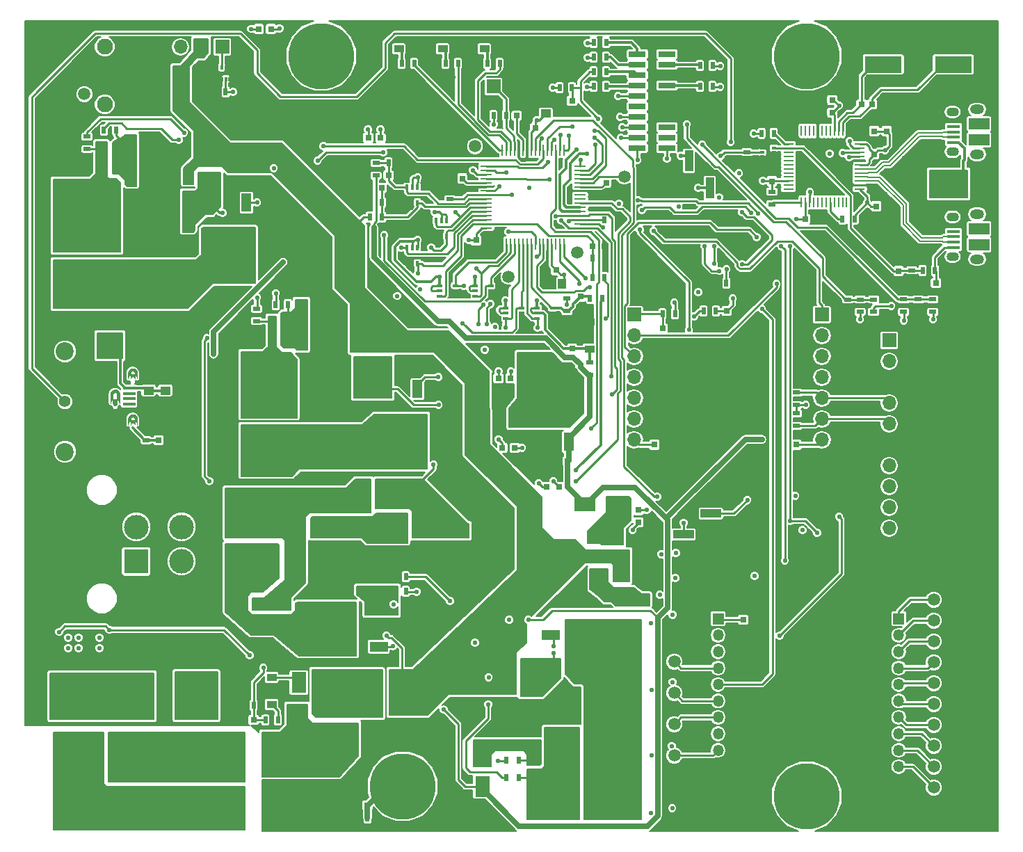
<source format=gbr>
G04 #@! TF.FileFunction,Copper,L1,Top,Signal*
%FSLAX46Y46*%
G04 Gerber Fmt 4.6, Leading zero omitted, Abs format (unit mm)*
G04 Created by KiCad (PCBNEW 4.0.7) date 07/05/18 23:16:34*
%MOMM*%
%LPD*%
G01*
G04 APERTURE LIST*
%ADD10C,0.100000*%
%ADD11C,0.000100*%
%ADD12C,0.001000*%
%ADD13C,0.558800*%
%ADD14R,1.650000X0.400000*%
%ADD15O,1.500000X1.100000*%
%ADD16O,1.700000X1.200000*%
%ADD17R,2.500000X1.430000*%
%ADD18R,0.750000X0.800000*%
%ADD19R,1.600000X1.000000*%
%ADD20R,0.800000X0.750000*%
%ADD21R,1.250000X1.000000*%
%ADD22R,1.000000X1.600000*%
%ADD23R,1.000000X1.250000*%
%ADD24R,1.800000X2.500000*%
%ADD25R,1.200000X0.900000*%
%ADD26R,4.860000X3.360000*%
%ADD27R,1.400000X1.390000*%
%ADD28R,2.500000X1.800000*%
%ADD29R,3.360000X4.860000*%
%ADD30R,1.390000X1.400000*%
%ADD31R,3.500000X3.500000*%
%ADD32R,3.000000X3.000000*%
%ADD33C,3.000000*%
%ADD34R,1.350000X1.350000*%
%ADD35O,1.350000X1.350000*%
%ADD36R,1.700000X1.700000*%
%ADD37O,1.700000X1.700000*%
%ADD38R,2.100000X0.750000*%
%ADD39R,1.700000X2.400000*%
%ADD40R,3.500000X10.000000*%
%ADD41R,2.400000X1.700000*%
%ADD42R,5.400000X3.900000*%
%ADD43R,6.000000X2.150000*%
%ADD44R,2.200000X1.200000*%
%ADD45R,6.400000X5.800000*%
%ADD46R,3.050000X2.750000*%
%ADD47R,2.000000X3.800000*%
%ADD48R,2.000000X1.500000*%
%ADD49R,1.200000X2.200000*%
%ADD50R,5.800000X6.400000*%
%ADD51R,2.750000X3.050000*%
%ADD52R,0.400000X0.550000*%
%ADD53R,0.900000X1.700000*%
%ADD54R,0.500000X0.900000*%
%ADD55R,1.300000X0.700000*%
%ADD56R,0.900000X0.500000*%
%ADD57R,1.700000X0.900000*%
%ADD58R,0.700000X1.300000*%
%ADD59R,0.400000X0.650000*%
%ADD60R,0.650000X0.400000*%
%ADD61R,1.000000X2.510000*%
%ADD62R,2.510000X1.000000*%
%ADD63C,1.500000*%
%ADD64R,3.200000X2.700000*%
%ADD65C,1.498000*%
%ADD66C,1.950000*%
%ADD67C,1.400000*%
%ADD68C,2.200000*%
%ADD69R,1.500000X0.450000*%
%ADD70R,0.100000X0.100000*%
%ADD71R,1.300000X0.250000*%
%ADD72R,0.250000X1.300000*%
%ADD73R,0.550000X0.400000*%
%ADD74R,1.473200X0.279400*%
%ADD75R,0.279400X1.473200*%
%ADD76C,8.000000*%
%ADD77R,4.500000X2.000000*%
%ADD78C,0.304800*%
%ADD79C,0.254000*%
%ADD80C,0.635000*%
%ADD81C,0.203200*%
G04 APERTURE END LIST*
D10*
X10870020Y-45932020D02*
X10870020Y-47032020D01*
X11970020Y-45932020D02*
X11970020Y-47032020D01*
D11*
G36*
X11970020Y-46482020D02*
X11970020Y-45912020D01*
X11970020Y-45882894D01*
X11963860Y-45824911D01*
X11951610Y-45767903D01*
X11933400Y-45712510D01*
X11909440Y-45659351D01*
X11879990Y-45609023D01*
X11845390Y-45562088D01*
X11806030Y-45519073D01*
X11762330Y-45480460D01*
X11714810Y-45446680D01*
X11663970Y-45418110D01*
X11610410Y-45395080D01*
X11554710Y-45377830D01*
X11497490Y-45366570D01*
X11439410Y-45361420D01*
X11381110Y-45362430D01*
X11323250Y-45369600D01*
X11266460Y-45382850D01*
X11211390Y-45402020D01*
X11158660Y-45426910D01*
X11108860Y-45457230D01*
X11062530Y-45492640D01*
X11020210Y-45532751D01*
X10982360Y-45577110D01*
X10949420Y-45625220D01*
X10921740Y-45676543D01*
X10899650Y-45730503D01*
X10883380Y-45786496D01*
X10873110Y-45843896D01*
X10868980Y-45902058D01*
X10870020Y-45932020D01*
X10870020Y-46492020D01*
X11170020Y-46492020D01*
X11170020Y-45932020D01*
X11170020Y-45918930D01*
X11172760Y-45892870D01*
X11178200Y-45867238D01*
X11186300Y-45842316D01*
X11196960Y-45818378D01*
X11210060Y-45795684D01*
X11225460Y-45774484D01*
X11242990Y-45755010D01*
X11262470Y-45737475D01*
X11283660Y-45722072D01*
X11306360Y-45708969D01*
X11330290Y-45698309D01*
X11355220Y-45690211D01*
X11380850Y-45684762D01*
X11406910Y-45682021D01*
X11433110Y-45682020D01*
X11459170Y-45684758D01*
X11484800Y-45690205D01*
X11509720Y-45698301D01*
X11533660Y-45708958D01*
X11556360Y-45722059D01*
X11577560Y-45737460D01*
X11597030Y-45754993D01*
X11614570Y-45774465D01*
X11629970Y-45795664D01*
X11643070Y-45818356D01*
X11653730Y-45842294D01*
X11661830Y-45867215D01*
X11667280Y-45892846D01*
X11670020Y-45918906D01*
X11670020Y-45932020D01*
X11670020Y-46482020D01*
X11970020Y-46482020D01*
G37*
X11970020Y-46482020D02*
X11970020Y-45912020D01*
X11970020Y-45882894D01*
X11963860Y-45824911D01*
X11951610Y-45767903D01*
X11933400Y-45712510D01*
X11909440Y-45659351D01*
X11879990Y-45609023D01*
X11845390Y-45562088D01*
X11806030Y-45519073D01*
X11762330Y-45480460D01*
X11714810Y-45446680D01*
X11663970Y-45418110D01*
X11610410Y-45395080D01*
X11554710Y-45377830D01*
X11497490Y-45366570D01*
X11439410Y-45361420D01*
X11381110Y-45362430D01*
X11323250Y-45369600D01*
X11266460Y-45382850D01*
X11211390Y-45402020D01*
X11158660Y-45426910D01*
X11108860Y-45457230D01*
X11062530Y-45492640D01*
X11020210Y-45532751D01*
X10982360Y-45577110D01*
X10949420Y-45625220D01*
X10921740Y-45676543D01*
X10899650Y-45730503D01*
X10883380Y-45786496D01*
X10873110Y-45843896D01*
X10868980Y-45902058D01*
X10870020Y-45932020D01*
X10870020Y-46492020D01*
X11170020Y-46492020D01*
X11170020Y-45932020D01*
X11170020Y-45918930D01*
X11172760Y-45892870D01*
X11178200Y-45867238D01*
X11186300Y-45842316D01*
X11196960Y-45818378D01*
X11210060Y-45795684D01*
X11225460Y-45774484D01*
X11242990Y-45755010D01*
X11262470Y-45737475D01*
X11283660Y-45722072D01*
X11306360Y-45708969D01*
X11330290Y-45698309D01*
X11355220Y-45690211D01*
X11380850Y-45684762D01*
X11406910Y-45682021D01*
X11433110Y-45682020D01*
X11459170Y-45684758D01*
X11484800Y-45690205D01*
X11509720Y-45698301D01*
X11533660Y-45708958D01*
X11556360Y-45722059D01*
X11577560Y-45737460D01*
X11597030Y-45754993D01*
X11614570Y-45774465D01*
X11629970Y-45795664D01*
X11643070Y-45818356D01*
X11653730Y-45842294D01*
X11661830Y-45867215D01*
X11667280Y-45892846D01*
X11670020Y-45918906D01*
X11670020Y-45932020D01*
X11670020Y-46482020D01*
X11970020Y-46482020D01*
G36*
X10870020Y-46482020D02*
X10870020Y-47052020D01*
X10870020Y-47023531D01*
X10875910Y-46966811D01*
X10887640Y-46911004D01*
X10905070Y-46856707D01*
X10928020Y-46804503D01*
X10956240Y-46754951D01*
X10989430Y-46708582D01*
X11027240Y-46665893D01*
X11069260Y-46627341D01*
X11115040Y-46593338D01*
X11164090Y-46564251D01*
X11215880Y-46540389D01*
X11269860Y-46522009D01*
X11325460Y-46509308D01*
X11382070Y-46502422D01*
X11439080Y-46501424D01*
X11495900Y-46506325D01*
X11551900Y-46517073D01*
X11606490Y-46533553D01*
X11659090Y-46555588D01*
X11709130Y-46582941D01*
X11756070Y-46615321D01*
X11799410Y-46652379D01*
X11838690Y-46693719D01*
X11873490Y-46738898D01*
X11903430Y-46787432D01*
X11928190Y-46838801D01*
X11947510Y-46892455D01*
X11961180Y-46947818D01*
X11969050Y-47004297D01*
X11970020Y-47032020D01*
X11970020Y-46472020D01*
X11670020Y-46472020D01*
X11670020Y-47032020D01*
X11670020Y-47045110D01*
X11667280Y-47071170D01*
X11661840Y-47096802D01*
X11653740Y-47121724D01*
X11643080Y-47145662D01*
X11629980Y-47168356D01*
X11614580Y-47189556D01*
X11597050Y-47209030D01*
X11577570Y-47226565D01*
X11556380Y-47241968D01*
X11533680Y-47255071D01*
X11509750Y-47265731D01*
X11484820Y-47273829D01*
X11459190Y-47279278D01*
X11433130Y-47282019D01*
X11406930Y-47282020D01*
X11380870Y-47279282D01*
X11355240Y-47273835D01*
X11330320Y-47265739D01*
X11306380Y-47255082D01*
X11283680Y-47241981D01*
X11262480Y-47226580D01*
X11243010Y-47209047D01*
X11225470Y-47189575D01*
X11210070Y-47168376D01*
X11196970Y-47145684D01*
X11186310Y-47121746D01*
X11178210Y-47096825D01*
X11172760Y-47071194D01*
X11170020Y-47045134D01*
X11170020Y-47032020D01*
X11170020Y-46482020D01*
X10870020Y-46482020D01*
G37*
X10870020Y-46482020D02*
X10870020Y-47052020D01*
X10870020Y-47023531D01*
X10875910Y-46966811D01*
X10887640Y-46911004D01*
X10905070Y-46856707D01*
X10928020Y-46804503D01*
X10956240Y-46754951D01*
X10989430Y-46708582D01*
X11027240Y-46665893D01*
X11069260Y-46627341D01*
X11115040Y-46593338D01*
X11164090Y-46564251D01*
X11215880Y-46540389D01*
X11269860Y-46522009D01*
X11325460Y-46509308D01*
X11382070Y-46502422D01*
X11439080Y-46501424D01*
X11495900Y-46506325D01*
X11551900Y-46517073D01*
X11606490Y-46533553D01*
X11659090Y-46555588D01*
X11709130Y-46582941D01*
X11756070Y-46615321D01*
X11799410Y-46652379D01*
X11838690Y-46693719D01*
X11873490Y-46738898D01*
X11903430Y-46787432D01*
X11928190Y-46838801D01*
X11947510Y-46892455D01*
X11961180Y-46947818D01*
X11969050Y-47004297D01*
X11970020Y-47032020D01*
X11970020Y-46472020D01*
X11670020Y-46472020D01*
X11670020Y-47032020D01*
X11670020Y-47045110D01*
X11667280Y-47071170D01*
X11661840Y-47096802D01*
X11653740Y-47121724D01*
X11643080Y-47145662D01*
X11629980Y-47168356D01*
X11614580Y-47189556D01*
X11597050Y-47209030D01*
X11577570Y-47226565D01*
X11556380Y-47241968D01*
X11533680Y-47255071D01*
X11509750Y-47265731D01*
X11484820Y-47273829D01*
X11459190Y-47279278D01*
X11433130Y-47282019D01*
X11406930Y-47282020D01*
X11380870Y-47279282D01*
X11355240Y-47273835D01*
X11330320Y-47265739D01*
X11306380Y-47255082D01*
X11283680Y-47241981D01*
X11262480Y-47226580D01*
X11243010Y-47209047D01*
X11225470Y-47189575D01*
X11210070Y-47168376D01*
X11196970Y-47145684D01*
X11186310Y-47121746D01*
X11178210Y-47096825D01*
X11172760Y-47071194D01*
X11170020Y-47045134D01*
X11170020Y-47032020D01*
X11170020Y-46482020D01*
X10870020Y-46482020D01*
D12*
G36*
X13820020Y-43682020D02*
X13820020Y-43332020D01*
X13820020Y-43318780D01*
X13817220Y-43292420D01*
X13811650Y-43266510D01*
X13803372Y-43241330D01*
X13792480Y-43217160D01*
X13779095Y-43194280D01*
X13763367Y-43172950D01*
X13745472Y-43153390D01*
X13725610Y-43135840D01*
X13704005Y-43120490D01*
X13680898Y-43107500D01*
X13656548Y-43097030D01*
X13631228Y-43089190D01*
X13605221Y-43084070D01*
X13578819Y-43081730D01*
X13552316Y-43082190D01*
X13526011Y-43085450D01*
X13500198Y-43091470D01*
X13475166Y-43100180D01*
X13451195Y-43111500D01*
X13428554Y-43125280D01*
X13407497Y-43141380D01*
X13388258Y-43159610D01*
X13371055Y-43179780D01*
X13356079Y-43201650D01*
X13343498Y-43224980D01*
X13333453Y-43249500D01*
X13326056Y-43274960D01*
X13321392Y-43301050D01*
X13319511Y-43327490D01*
X13320020Y-43342020D01*
X13320020Y-43682020D01*
X13020020Y-43682020D01*
X13020020Y-43332020D01*
X13020020Y-43303380D01*
X13025977Y-43246360D01*
X13037829Y-43190270D01*
X13055448Y-43135710D01*
X13078643Y-43083280D01*
X13107162Y-43033540D01*
X13140697Y-42987040D01*
X13178884Y-42944280D01*
X13221309Y-42905710D01*
X13267513Y-42871770D01*
X13316996Y-42842810D01*
X13369220Y-42819160D01*
X13423620Y-42801060D01*
X13479607Y-42788710D01*
X13536575Y-42782250D01*
X13593905Y-42781750D01*
X13650977Y-42787210D01*
X13707172Y-42798570D01*
X13761881Y-42815710D01*
X13814513Y-42838450D01*
X13864495Y-42866530D01*
X13911288Y-42899660D01*
X13954383Y-42937470D01*
X13993315Y-42979560D01*
X14027660Y-43025460D01*
X14057048Y-43074690D01*
X14081159Y-43126710D01*
X14099733Y-43180950D01*
X14112567Y-43236830D01*
X14119524Y-43293730D01*
X14120020Y-43322020D01*
X14120020Y-43682020D01*
X13820020Y-43682020D01*
G37*
X13820020Y-43682020D02*
X13820020Y-43332020D01*
X13820020Y-43318780D01*
X13817220Y-43292420D01*
X13811650Y-43266510D01*
X13803372Y-43241330D01*
X13792480Y-43217160D01*
X13779095Y-43194280D01*
X13763367Y-43172950D01*
X13745472Y-43153390D01*
X13725610Y-43135840D01*
X13704005Y-43120490D01*
X13680898Y-43107500D01*
X13656548Y-43097030D01*
X13631228Y-43089190D01*
X13605221Y-43084070D01*
X13578819Y-43081730D01*
X13552316Y-43082190D01*
X13526011Y-43085450D01*
X13500198Y-43091470D01*
X13475166Y-43100180D01*
X13451195Y-43111500D01*
X13428554Y-43125280D01*
X13407497Y-43141380D01*
X13388258Y-43159610D01*
X13371055Y-43179780D01*
X13356079Y-43201650D01*
X13343498Y-43224980D01*
X13333453Y-43249500D01*
X13326056Y-43274960D01*
X13321392Y-43301050D01*
X13319511Y-43327490D01*
X13320020Y-43342020D01*
X13320020Y-43682020D01*
X13020020Y-43682020D01*
X13020020Y-43332020D01*
X13020020Y-43303380D01*
X13025977Y-43246360D01*
X13037829Y-43190270D01*
X13055448Y-43135710D01*
X13078643Y-43083280D01*
X13107162Y-43033540D01*
X13140697Y-42987040D01*
X13178884Y-42944280D01*
X13221309Y-42905710D01*
X13267513Y-42871770D01*
X13316996Y-42842810D01*
X13369220Y-42819160D01*
X13423620Y-42801060D01*
X13479607Y-42788710D01*
X13536575Y-42782250D01*
X13593905Y-42781750D01*
X13650977Y-42787210D01*
X13707172Y-42798570D01*
X13761881Y-42815710D01*
X13814513Y-42838450D01*
X13864495Y-42866530D01*
X13911288Y-42899660D01*
X13954383Y-42937470D01*
X13993315Y-42979560D01*
X14027660Y-43025460D01*
X14057048Y-43074690D01*
X14081159Y-43126710D01*
X14099733Y-43180950D01*
X14112567Y-43236830D01*
X14119524Y-43293730D01*
X14120020Y-43322020D01*
X14120020Y-43682020D01*
X13820020Y-43682020D01*
G36*
X13320020Y-43682020D02*
X13320020Y-44032020D01*
X13320020Y-44019070D01*
X13322698Y-43993290D01*
X13328028Y-43967920D01*
X13335951Y-43943240D01*
X13346383Y-43919510D01*
X13359213Y-43896980D01*
X13374302Y-43875900D01*
X13391489Y-43856500D01*
X13410590Y-43838970D01*
X13431400Y-43823520D01*
X13453697Y-43810290D01*
X13477241Y-43799450D01*
X13501780Y-43791090D01*
X13527052Y-43785320D01*
X13552784Y-43782190D01*
X13578703Y-43781730D01*
X13604530Y-43783960D01*
X13629987Y-43788850D01*
X13654804Y-43796340D01*
X13678713Y-43806350D01*
X13701459Y-43818790D01*
X13722797Y-43833510D01*
X13742500Y-43850350D01*
X13760355Y-43869150D01*
X13776173Y-43889680D01*
X13789783Y-43911750D01*
X13801039Y-43935100D01*
X13809821Y-43959490D01*
X13816035Y-43984650D01*
X13819614Y-44010330D01*
X13820020Y-44022020D01*
X13820020Y-43682020D01*
X14120020Y-43682020D01*
X14120020Y-44032020D01*
X14120020Y-44003060D01*
X14113929Y-43945410D01*
X14101813Y-43888710D01*
X14083804Y-43833610D01*
X14060103Y-43780700D01*
X14030973Y-43730570D01*
X13996735Y-43683790D01*
X13957770Y-43640860D01*
X13914509Y-43602270D01*
X13867431Y-43568440D01*
X13817057Y-43539740D01*
X13763947Y-43516500D01*
X13708687Y-43498960D01*
X13651891Y-43487340D01*
X13594187Y-43481740D01*
X13536215Y-43482250D01*
X13478617Y-43488840D01*
X13422032Y-43501450D01*
X13367085Y-43519940D01*
X13314386Y-43544100D01*
X13264518Y-43573670D01*
X13218034Y-43608310D01*
X13175449Y-43647650D01*
X13137234Y-43691250D01*
X13103814Y-43738620D01*
X13075558Y-43789240D01*
X13052779Y-43842550D01*
X13035729Y-43897960D01*
X13024598Y-43954860D01*
X13019509Y-44012610D01*
X13020020Y-44042020D01*
X13020020Y-43682020D01*
X13320020Y-43682020D01*
G37*
X13320020Y-43682020D02*
X13320020Y-44032020D01*
X13320020Y-44019070D01*
X13322698Y-43993290D01*
X13328028Y-43967920D01*
X13335951Y-43943240D01*
X13346383Y-43919510D01*
X13359213Y-43896980D01*
X13374302Y-43875900D01*
X13391489Y-43856500D01*
X13410590Y-43838970D01*
X13431400Y-43823520D01*
X13453697Y-43810290D01*
X13477241Y-43799450D01*
X13501780Y-43791090D01*
X13527052Y-43785320D01*
X13552784Y-43782190D01*
X13578703Y-43781730D01*
X13604530Y-43783960D01*
X13629987Y-43788850D01*
X13654804Y-43796340D01*
X13678713Y-43806350D01*
X13701459Y-43818790D01*
X13722797Y-43833510D01*
X13742500Y-43850350D01*
X13760355Y-43869150D01*
X13776173Y-43889680D01*
X13789783Y-43911750D01*
X13801039Y-43935100D01*
X13809821Y-43959490D01*
X13816035Y-43984650D01*
X13819614Y-44010330D01*
X13820020Y-44022020D01*
X13820020Y-43682020D01*
X14120020Y-43682020D01*
X14120020Y-44032020D01*
X14120020Y-44003060D01*
X14113929Y-43945410D01*
X14101813Y-43888710D01*
X14083804Y-43833610D01*
X14060103Y-43780700D01*
X14030973Y-43730570D01*
X13996735Y-43683790D01*
X13957770Y-43640860D01*
X13914509Y-43602270D01*
X13867431Y-43568440D01*
X13817057Y-43539740D01*
X13763947Y-43516500D01*
X13708687Y-43498960D01*
X13651891Y-43487340D01*
X13594187Y-43481740D01*
X13536215Y-43482250D01*
X13478617Y-43488840D01*
X13422032Y-43501450D01*
X13367085Y-43519940D01*
X13314386Y-43544100D01*
X13264518Y-43573670D01*
X13218034Y-43608310D01*
X13175449Y-43647650D01*
X13137234Y-43691250D01*
X13103814Y-43738620D01*
X13075558Y-43789240D01*
X13052779Y-43842550D01*
X13035729Y-43897960D01*
X13024598Y-43954860D01*
X13019509Y-44012610D01*
X13020020Y-44042020D01*
X13020020Y-43682020D01*
X13320020Y-43682020D01*
G36*
X13820020Y-49282020D02*
X13820020Y-48932020D01*
X13820020Y-48918780D01*
X13817220Y-48892420D01*
X13811650Y-48866510D01*
X13803372Y-48841330D01*
X13792480Y-48817160D01*
X13779095Y-48794280D01*
X13763367Y-48772950D01*
X13745472Y-48753390D01*
X13725610Y-48735840D01*
X13704005Y-48720490D01*
X13680898Y-48707500D01*
X13656548Y-48697030D01*
X13631228Y-48689190D01*
X13605221Y-48684070D01*
X13578819Y-48681730D01*
X13552316Y-48682190D01*
X13526011Y-48685450D01*
X13500198Y-48691470D01*
X13475166Y-48700180D01*
X13451195Y-48711500D01*
X13428554Y-48725280D01*
X13407497Y-48741380D01*
X13388258Y-48759610D01*
X13371055Y-48779780D01*
X13356079Y-48801650D01*
X13343498Y-48824980D01*
X13333453Y-48849500D01*
X13326056Y-48874960D01*
X13321392Y-48901050D01*
X13319511Y-48927490D01*
X13320020Y-48942020D01*
X13320020Y-49282020D01*
X13020020Y-49282020D01*
X13020020Y-48932020D01*
X13020020Y-48903380D01*
X13025977Y-48846360D01*
X13037829Y-48790270D01*
X13055448Y-48735710D01*
X13078643Y-48683280D01*
X13107162Y-48633540D01*
X13140697Y-48587040D01*
X13178884Y-48544280D01*
X13221309Y-48505710D01*
X13267513Y-48471770D01*
X13316996Y-48442810D01*
X13369220Y-48419160D01*
X13423620Y-48401060D01*
X13479607Y-48388710D01*
X13536575Y-48382250D01*
X13593905Y-48381750D01*
X13650977Y-48387210D01*
X13707172Y-48398570D01*
X13761881Y-48415710D01*
X13814513Y-48438450D01*
X13864495Y-48466530D01*
X13911288Y-48499660D01*
X13954383Y-48537470D01*
X13993315Y-48579560D01*
X14027660Y-48625460D01*
X14057048Y-48674690D01*
X14081159Y-48726710D01*
X14099733Y-48780950D01*
X14112567Y-48836830D01*
X14119524Y-48893730D01*
X14120020Y-48922020D01*
X14120020Y-49282020D01*
X13820020Y-49282020D01*
G37*
X13820020Y-49282020D02*
X13820020Y-48932020D01*
X13820020Y-48918780D01*
X13817220Y-48892420D01*
X13811650Y-48866510D01*
X13803372Y-48841330D01*
X13792480Y-48817160D01*
X13779095Y-48794280D01*
X13763367Y-48772950D01*
X13745472Y-48753390D01*
X13725610Y-48735840D01*
X13704005Y-48720490D01*
X13680898Y-48707500D01*
X13656548Y-48697030D01*
X13631228Y-48689190D01*
X13605221Y-48684070D01*
X13578819Y-48681730D01*
X13552316Y-48682190D01*
X13526011Y-48685450D01*
X13500198Y-48691470D01*
X13475166Y-48700180D01*
X13451195Y-48711500D01*
X13428554Y-48725280D01*
X13407497Y-48741380D01*
X13388258Y-48759610D01*
X13371055Y-48779780D01*
X13356079Y-48801650D01*
X13343498Y-48824980D01*
X13333453Y-48849500D01*
X13326056Y-48874960D01*
X13321392Y-48901050D01*
X13319511Y-48927490D01*
X13320020Y-48942020D01*
X13320020Y-49282020D01*
X13020020Y-49282020D01*
X13020020Y-48932020D01*
X13020020Y-48903380D01*
X13025977Y-48846360D01*
X13037829Y-48790270D01*
X13055448Y-48735710D01*
X13078643Y-48683280D01*
X13107162Y-48633540D01*
X13140697Y-48587040D01*
X13178884Y-48544280D01*
X13221309Y-48505710D01*
X13267513Y-48471770D01*
X13316996Y-48442810D01*
X13369220Y-48419160D01*
X13423620Y-48401060D01*
X13479607Y-48388710D01*
X13536575Y-48382250D01*
X13593905Y-48381750D01*
X13650977Y-48387210D01*
X13707172Y-48398570D01*
X13761881Y-48415710D01*
X13814513Y-48438450D01*
X13864495Y-48466530D01*
X13911288Y-48499660D01*
X13954383Y-48537470D01*
X13993315Y-48579560D01*
X14027660Y-48625460D01*
X14057048Y-48674690D01*
X14081159Y-48726710D01*
X14099733Y-48780950D01*
X14112567Y-48836830D01*
X14119524Y-48893730D01*
X14120020Y-48922020D01*
X14120020Y-49282020D01*
X13820020Y-49282020D01*
G36*
X13320020Y-49282020D02*
X13320020Y-49632020D01*
X13320020Y-49619070D01*
X13322698Y-49593290D01*
X13328028Y-49567920D01*
X13335951Y-49543240D01*
X13346383Y-49519510D01*
X13359213Y-49496980D01*
X13374302Y-49475900D01*
X13391489Y-49456500D01*
X13410590Y-49438970D01*
X13431400Y-49423520D01*
X13453697Y-49410290D01*
X13477241Y-49399450D01*
X13501780Y-49391090D01*
X13527052Y-49385320D01*
X13552784Y-49382190D01*
X13578703Y-49381730D01*
X13604530Y-49383960D01*
X13629987Y-49388850D01*
X13654804Y-49396340D01*
X13678713Y-49406350D01*
X13701459Y-49418790D01*
X13722797Y-49433510D01*
X13742500Y-49450350D01*
X13760355Y-49469150D01*
X13776173Y-49489680D01*
X13789783Y-49511750D01*
X13801039Y-49535100D01*
X13809821Y-49559490D01*
X13816035Y-49584650D01*
X13819614Y-49610330D01*
X13820020Y-49622020D01*
X13820020Y-49282020D01*
X14120020Y-49282020D01*
X14120020Y-49632020D01*
X14120020Y-49603060D01*
X14113929Y-49545410D01*
X14101813Y-49488710D01*
X14083804Y-49433610D01*
X14060103Y-49380700D01*
X14030973Y-49330570D01*
X13996735Y-49283790D01*
X13957770Y-49240860D01*
X13914509Y-49202270D01*
X13867431Y-49168440D01*
X13817057Y-49139740D01*
X13763947Y-49116500D01*
X13708687Y-49098960D01*
X13651891Y-49087340D01*
X13594187Y-49081740D01*
X13536215Y-49082250D01*
X13478617Y-49088840D01*
X13422032Y-49101450D01*
X13367085Y-49119940D01*
X13314386Y-49144100D01*
X13264518Y-49173670D01*
X13218034Y-49208310D01*
X13175449Y-49247650D01*
X13137234Y-49291250D01*
X13103814Y-49338620D01*
X13075558Y-49389240D01*
X13052779Y-49442550D01*
X13035729Y-49497960D01*
X13024598Y-49554860D01*
X13019509Y-49612610D01*
X13020020Y-49642020D01*
X13020020Y-49282020D01*
X13320020Y-49282020D01*
G37*
X13320020Y-49282020D02*
X13320020Y-49632020D01*
X13320020Y-49619070D01*
X13322698Y-49593290D01*
X13328028Y-49567920D01*
X13335951Y-49543240D01*
X13346383Y-49519510D01*
X13359213Y-49496980D01*
X13374302Y-49475900D01*
X13391489Y-49456500D01*
X13410590Y-49438970D01*
X13431400Y-49423520D01*
X13453697Y-49410290D01*
X13477241Y-49399450D01*
X13501780Y-49391090D01*
X13527052Y-49385320D01*
X13552784Y-49382190D01*
X13578703Y-49381730D01*
X13604530Y-49383960D01*
X13629987Y-49388850D01*
X13654804Y-49396340D01*
X13678713Y-49406350D01*
X13701459Y-49418790D01*
X13722797Y-49433510D01*
X13742500Y-49450350D01*
X13760355Y-49469150D01*
X13776173Y-49489680D01*
X13789783Y-49511750D01*
X13801039Y-49535100D01*
X13809821Y-49559490D01*
X13816035Y-49584650D01*
X13819614Y-49610330D01*
X13820020Y-49622020D01*
X13820020Y-49282020D01*
X14120020Y-49282020D01*
X14120020Y-49632020D01*
X14120020Y-49603060D01*
X14113929Y-49545410D01*
X14101813Y-49488710D01*
X14083804Y-49433610D01*
X14060103Y-49380700D01*
X14030973Y-49330570D01*
X13996735Y-49283790D01*
X13957770Y-49240860D01*
X13914509Y-49202270D01*
X13867431Y-49168440D01*
X13817057Y-49139740D01*
X13763947Y-49116500D01*
X13708687Y-49098960D01*
X13651891Y-49087340D01*
X13594187Y-49081740D01*
X13536215Y-49082250D01*
X13478617Y-49088840D01*
X13422032Y-49101450D01*
X13367085Y-49119940D01*
X13314386Y-49144100D01*
X13264518Y-49173670D01*
X13218034Y-49208310D01*
X13175449Y-49247650D01*
X13137234Y-49291250D01*
X13103814Y-49338620D01*
X13075558Y-49389240D01*
X13052779Y-49442550D01*
X13035729Y-49497960D01*
X13024598Y-49554860D01*
X13019509Y-49612610D01*
X13020020Y-49642020D01*
X13020020Y-49282020D01*
X13320020Y-49282020D01*
D13*
X39624020Y-96012020D03*
X39878020Y-97536020D03*
X57785020Y-78232020D03*
X101473020Y-8128020D03*
X101981020Y-6223020D03*
X102235020Y-4191020D03*
X105029020Y-4064020D03*
X107823020Y-4191020D03*
X107696020Y-7366020D03*
X103124020Y-7493020D03*
X102997020Y-9525020D03*
X104394020Y-8128020D03*
X108712020Y-8128020D03*
X110490020Y-6223020D03*
X110617020Y-4064020D03*
X116459020Y-4064020D03*
X113538020Y-4064020D03*
X116459020Y-5842020D03*
X116459020Y-7620020D03*
X114173020Y-7366020D03*
X110998020Y-8001020D03*
X107315020Y-9652020D03*
X56896020Y-80391020D03*
X55245020Y-76200020D03*
X6096020Y-80645020D03*
X6096020Y-84709020D03*
X4191020Y-82618020D03*
X7874020Y-82618020D03*
X6096020Y-82618020D03*
X11684020Y-82677020D03*
X15494020Y-82550020D03*
X13650000Y-84836020D03*
X13650000Y-80391020D03*
X13650000Y-82618020D03*
X23368020Y-82550020D03*
X19304020Y-82677020D03*
X21336020Y-80391020D03*
X21336020Y-84836020D03*
X21336020Y-82618020D03*
X110667820Y-26212820D03*
X111353620Y-28067020D03*
X109016820Y-28067020D03*
X107670620Y-26517620D03*
X106603820Y-24765020D03*
X106629220Y-23444220D03*
X107492820Y-17195820D03*
X106273620Y-20497820D03*
X106045020Y-18592820D03*
X105029020Y-18923020D03*
X97002620Y-12623820D03*
X97688420Y-15290820D03*
X95681820Y-15316220D03*
X94742020Y-16738620D03*
X93446620Y-21793220D03*
X97078820Y-21209020D03*
X99161620Y-21209020D03*
X98729820Y-18491220D03*
X100888820Y-20447020D03*
X72771020Y-83693020D03*
X69596020Y-83693020D03*
X71247020Y-83693020D03*
X70739020Y-79629020D03*
X70739020Y-75565020D03*
X72771020Y-77564000D03*
X68707020Y-77564000D03*
X70774000Y-77564000D03*
X64389020Y-47498020D03*
X64389020Y-43180020D03*
X66294020Y-45466020D03*
X62357020Y-45466020D03*
X64357347Y-45446195D03*
X18669020Y-33782020D03*
X18669020Y-30353020D03*
X18669020Y-32131020D03*
X25146020Y-26797020D03*
X25146020Y-31115020D03*
X27178020Y-28906020D03*
X22987020Y-28906020D03*
X25140020Y-28906020D03*
X43942020Y-58166020D03*
X47117020Y-58166020D03*
X45593020Y-58166020D03*
X37211020Y-76327020D03*
X37237000Y-72390020D03*
X39370020Y-74422020D03*
X35052020Y-74422020D03*
X37237000Y-74389000D03*
X38956000Y-84328020D03*
X38956000Y-81026020D03*
X38956000Y-82644000D03*
X39624020Y-54102020D03*
X39624020Y-50546020D03*
X39591000Y-52291000D03*
X43942020Y-51562020D03*
X47752020Y-51562020D03*
X45974020Y-50038020D03*
X45941000Y-53340020D03*
X45941000Y-51597000D03*
X3048020Y-20066020D03*
X3048020Y-23114020D03*
X3048020Y-29972020D03*
X52832020Y-48514020D03*
X52832020Y-45212020D03*
X48006020Y-42418020D03*
X46228020Y-43942020D03*
X42164020Y-47498020D03*
X45974020Y-47244020D03*
X53340020Y-54356020D03*
X58928020Y-59944020D03*
X54102020Y-59944020D03*
X25146020Y-38608020D03*
X28194020Y-38862020D03*
X24892020Y-44958020D03*
X25146020Y-50038020D03*
X25146020Y-55626020D03*
X39116020Y-69596020D03*
X35814020Y-69596020D03*
X22098020Y-76454020D03*
X89916020Y-63246020D03*
X83566020Y-58166020D03*
X86868020Y-55372020D03*
X90170020Y-52832020D03*
X81026020Y-68326020D03*
X82042020Y-72898020D03*
X78994020Y-76454020D03*
X82550020Y-77978020D03*
X89662020Y-79502020D03*
X86614020Y-79756020D03*
X101854020Y-27940020D03*
X100076020Y-26416020D03*
X57150020Y-27686020D03*
X76708020Y-3302020D03*
X80772020Y-3556020D03*
X83566020Y-4318020D03*
X76708020Y-17526020D03*
X82804020Y-18796020D03*
X76200020Y-20574020D03*
X90932020Y-12700020D03*
X87630020Y-14986020D03*
X87630020Y-9652020D03*
X87630020Y-5334020D03*
X85090020Y-9906020D03*
X82296020Y-14224020D03*
X85090020Y-13970020D03*
X65532020Y-11430020D03*
X67564020Y-3556020D03*
X59944020Y-3810020D03*
X54864020Y-3810020D03*
X45974020Y-7366020D03*
X52578020Y-7366020D03*
X54610020Y-8636020D03*
X56134020Y-11430020D03*
X49530020Y-18288020D03*
X53594020Y-18288020D03*
X52070020Y-19558020D03*
X54356020Y-14224020D03*
X53594020Y-16256020D03*
X47244020Y-14732020D03*
X48768020Y-16256020D03*
X45212020Y-14732020D03*
X51816020Y-11430020D03*
X38608020Y-11430020D03*
X42926020Y-12446020D03*
X40894020Y-13716020D03*
X34290020Y-12446020D03*
X34290020Y-16002020D03*
X24892020Y-12446020D03*
X27178020Y-8128020D03*
X32004020Y-8001020D03*
X29718020Y-3556020D03*
X26416020Y-3556020D03*
X15494020Y-3556020D03*
X12446020Y-11176020D03*
X2540020Y-14986020D03*
X2540020Y-10160020D03*
X8382020Y-11684020D03*
X6096020Y-15240020D03*
X7874020Y-17780020D03*
X18034020Y-16510020D03*
X20066020Y-16002020D03*
X15748020Y-21844020D03*
X15748020Y-24638020D03*
X15748020Y-28194020D03*
X13208020Y-28194020D03*
X13208020Y-24384020D03*
X13208020Y-21844020D03*
X37846020Y-18034020D03*
X29210020Y-21590020D03*
X25908020Y-21590020D03*
X25654020Y-24638020D03*
X33274020Y-23368020D03*
X29464020Y-24892020D03*
X29464020Y-27178020D03*
X29464020Y-30734020D03*
X31496020Y-32258020D03*
X29718020Y-34544020D03*
X33274020Y-29972020D03*
X34544020Y-42926020D03*
X34798020Y-48260020D03*
X47244020Y-37338020D03*
X49276020Y-37338020D03*
X66548020Y-37846020D03*
X68834020Y-38862020D03*
X78994020Y-33528020D03*
X74930020Y-33782020D03*
X76200020Y-30988020D03*
X77216020Y-29972020D03*
X74930020Y-29972020D03*
X86106020Y-37084020D03*
X82550020Y-37592020D03*
X82804020Y-40132020D03*
X76454020Y-40132020D03*
X76962020Y-48006020D03*
X83820020Y-53594020D03*
X78994020Y-58674020D03*
X90170020Y-49276020D03*
X89916020Y-41910020D03*
X89916020Y-37084020D03*
X88900020Y-34290020D03*
X98298020Y-34036020D03*
X112522020Y-36068020D03*
X104394020Y-37084020D03*
X99568020Y-41148020D03*
X102362020Y-54356020D03*
X107950020Y-62230020D03*
X103632020Y-62484020D03*
X92964020Y-67818020D03*
X92964020Y-70866020D03*
X96266020Y-69850020D03*
X94234020Y-71882020D03*
X92456020Y-73660020D03*
X100838020Y-60452020D03*
X101346020Y-66802020D03*
X99822020Y-69850020D03*
X94234020Y-75184020D03*
X108204020Y-92964020D03*
X112522020Y-95758020D03*
X113284020Y-90424020D03*
X113284020Y-83820020D03*
X113284020Y-77978020D03*
X113284020Y-72390020D03*
X109982020Y-68326020D03*
X104902020Y-71882020D03*
X104648020Y-80518020D03*
X104648020Y-89916020D03*
X92456020Y-80772020D03*
X86614020Y-82550020D03*
X86614020Y-86360020D03*
X78994020Y-91694020D03*
X40640020Y-92456020D03*
X42164020Y-90424020D03*
X58039020Y-83312020D03*
X60706020Y-83820020D03*
X57150020Y-66040020D03*
X50292020Y-67564020D03*
X51816020Y-69088020D03*
X48768020Y-69088020D03*
X49784020Y-70866020D03*
X51816020Y-73914020D03*
X49276020Y-76200020D03*
X44704020Y-78232020D03*
X41910020Y-78232020D03*
X34290020Y-78740020D03*
X32004020Y-77978020D03*
X30226020Y-76454020D03*
X28702020Y-76454020D03*
X23622020Y-70104020D03*
X22352020Y-61722020D03*
X22352020Y-66294020D03*
X16764020Y-62230020D03*
X17018020Y-66294020D03*
X18542020Y-69342020D03*
X20574020Y-73152020D03*
X18542020Y-73152020D03*
X11684020Y-72644020D03*
X7112020Y-70866020D03*
X11430020Y-68580020D03*
X8382020Y-67310020D03*
X14224020Y-56134020D03*
X14224020Y-59690020D03*
X11684020Y-48768020D03*
X12954020Y-51308020D03*
X14478020Y-52832020D03*
X20574020Y-56388020D03*
X20574020Y-53340020D03*
X21082020Y-46482020D03*
X21336020Y-43180020D03*
X13462020Y-41656020D03*
X17526020Y-38608020D03*
X13716020Y-38608020D03*
X21590020Y-38100020D03*
X24130020Y-35560020D03*
X26416020Y-33528020D03*
X23876020Y-33655020D03*
X21844020Y-35306020D03*
X20066020Y-36322020D03*
X16002020Y-36322020D03*
X12954020Y-36322020D03*
X9398020Y-36322020D03*
X6604020Y-36322020D03*
X4572020Y-36322020D03*
X3048020Y-35306020D03*
X2540020Y-39624020D03*
X2540020Y-42164020D03*
X5334020Y-44958020D03*
X1016020Y-44196020D03*
X1016020Y-50038020D03*
X1016020Y-56134020D03*
X1016020Y-61722020D03*
X1016020Y-67056020D03*
X1016020Y-72136020D03*
X1016020Y-76962020D03*
X1016020Y-81788020D03*
X1016020Y-85598020D03*
X38608020Y-98552020D03*
X51308020Y-98552020D03*
X51308020Y-87757020D03*
X52070020Y-90170020D03*
X53340020Y-93980020D03*
X54610020Y-96520020D03*
X58674020Y-98552020D03*
X78994020Y-94488020D03*
X78740020Y-98298020D03*
X87630020Y-98044020D03*
X106680020Y-98044020D03*
X118364020Y-98044020D03*
X118364020Y-87376020D03*
X118364020Y-78486020D03*
X118364020Y-70104020D03*
X118364020Y-61976020D03*
X118364020Y-50546020D03*
X118364020Y-42672020D03*
X118364020Y-35814020D03*
X118364020Y-23876020D03*
X118364020Y-29718020D03*
X107442020Y-28448020D03*
X104140020Y-25654020D03*
X93472020Y-13970020D03*
X93726020Y-10160020D03*
X106680020Y-12954020D03*
X104775020Y-17068820D03*
X106121220Y-16306820D03*
X106426020Y-14732020D03*
X108966020Y-13208020D03*
X110490020Y-13208020D03*
X109474020Y-25146020D03*
X108712020Y-22352020D03*
X108712020Y-21082020D03*
X110998020Y-17526020D03*
X108204020Y-19558020D03*
X109474020Y-17780020D03*
X109474020Y-16510020D03*
X109982020Y-15494020D03*
X111506020Y-15494020D03*
X118364020Y-16764020D03*
X118110020Y-10160020D03*
X118110020Y-1270020D03*
X113792020Y-1270020D03*
X107442020Y-1270020D03*
X101854020Y-1270020D03*
X86868020Y-1270020D03*
X81534020Y-1270020D03*
X72390020Y-1270020D03*
X58420020Y-1270020D03*
X48260020Y-1270020D03*
X43180020Y-1270020D03*
X41656020Y-7112020D03*
X58102520Y-43180020D03*
X79248020Y-96329520D03*
X79184520Y-88773020D03*
X79311520Y-80962520D03*
X79311520Y-72771020D03*
X79629020Y-68326020D03*
X79692520Y-65278020D03*
X76136520Y-60007520D03*
X64770020Y-56515020D03*
X60960020Y-52451020D03*
X59626520Y-43180020D03*
X57658020Y-37719020D03*
X48577520Y-33147020D03*
X43751520Y-13716020D03*
X31432520Y-1397020D03*
X76644520Y-96901020D03*
X76708020Y-89916020D03*
X76708020Y-81915020D03*
X76644520Y-73787020D03*
X77724020Y-70358020D03*
X77914520Y-65405020D03*
X74422020Y-62484020D03*
X62992020Y-56769020D03*
X58102520Y-51435020D03*
X56451520Y-40513020D03*
X45783520Y-33972520D03*
X42227520Y-13716020D03*
X28003520Y-1460520D03*
X64706520Y-8636020D03*
X8636020Y-51435020D03*
X8890020Y-49911020D03*
X58801020Y-67945020D03*
X66421020Y-35052020D03*
X47625020Y-87376020D03*
X47625020Y-86360020D03*
X43434020Y-87884020D03*
X41910020Y-87884020D03*
X42672020Y-18542020D03*
X79883020Y-20828020D03*
X109474020Y-9652020D03*
X112014020Y-12700020D03*
X110998020Y-36830020D03*
X102108020Y-36830020D03*
X108331020Y-35179020D03*
X98425020Y-16637020D03*
X87376020Y-19050020D03*
X84963020Y-21971020D03*
X80010020Y-23114020D03*
X73279020Y-24892020D03*
X73152020Y-13462020D03*
X89281020Y-68072020D03*
X85979020Y-65532020D03*
X95504020Y-47244020D03*
X81915020Y-36449020D03*
X88265020Y-35687020D03*
X59410620Y-73406020D03*
X70993020Y-30480020D03*
X96012020Y-18034020D03*
X7112020Y-63754020D03*
X7112020Y-62738020D03*
X7239020Y-61849020D03*
X8382020Y-61849020D03*
X9271020Y-61849020D03*
X96647020Y-57404020D03*
X98298020Y-62103020D03*
X93599020Y-64643020D03*
X89154020Y-66548020D03*
X98171020Y-67564020D03*
X89408020Y-71628020D03*
X65659020Y-17907020D03*
X65278020Y-25527020D03*
X63881020Y-8636020D03*
X61087020Y-12700020D03*
X80518020Y-7112020D03*
X80518020Y-9652020D03*
X76962020Y-12192020D03*
X90805020Y-26797020D03*
X83693020Y-34163020D03*
X81661020Y-29972020D03*
X80518020Y-37719020D03*
X100584020Y-36830020D03*
X106807020Y-33401020D03*
X113919020Y-33020020D03*
X113919020Y-31496020D03*
X112014020Y-25400020D03*
X115824020Y-22479020D03*
X116840020Y-22479020D03*
X117856020Y-22479020D03*
X117856020Y-21590020D03*
X117856020Y-20828020D03*
X117856020Y-19812020D03*
X117856020Y-18923020D03*
X117856020Y-18161020D03*
X116713020Y-18161020D03*
X97917020Y-24638020D03*
X105156020Y-21590020D03*
X100838020Y-18161020D03*
X104902020Y-15240020D03*
X105283020Y-11430020D03*
X102743020Y-12573020D03*
X103886020Y-11557020D03*
X106299020Y-10668020D03*
X99949020Y-11430020D03*
X99949020Y-9779020D03*
X100838020Y-9525020D03*
X101219020Y-12700020D03*
X96139020Y-11684020D03*
X90170020Y-15113020D03*
X90297020Y-18542020D03*
X88519020Y-19050020D03*
X81915020Y-22987020D03*
X72390020Y-21463020D03*
X69088020Y-35560020D03*
X64871620Y-32512020D03*
X65659020Y-36703020D03*
X60960020Y-37719020D03*
X58166020Y-33401020D03*
X53848020Y-34036020D03*
X44132520Y-32766020D03*
X49530020Y-29464020D03*
X50800020Y-27559020D03*
X54483020Y-28702020D03*
X52705020Y-21463020D03*
X41275020Y-20828020D03*
X45466020Y-25146020D03*
X46101020Y-22606020D03*
X47117020Y-19304020D03*
X38608020Y-20955020D03*
X34925020Y-25781020D03*
X30734020Y-18415020D03*
X49530020Y-3810020D03*
X43180020Y-3556020D03*
X13843020Y-5207020D03*
X11430020Y-5080020D03*
X26162020Y-6096020D03*
X22606020Y-9144020D03*
X17780020Y-10033020D03*
X16383020Y-14605020D03*
X16383020Y-15621020D03*
X16383020Y-16637020D03*
X16383020Y-17780020D03*
X16383020Y-18923020D03*
X16383020Y-20066020D03*
X18542020Y-19177020D03*
X18542020Y-20193020D03*
X18542020Y-21971020D03*
X18542020Y-22987020D03*
X18542020Y-24765020D03*
X18542020Y-25781020D03*
X17653020Y-26924020D03*
X18669020Y-26924020D03*
X19685020Y-26924020D03*
X15494020Y-42164020D03*
X23368020Y-59944020D03*
X23368020Y-59182020D03*
X23368020Y-58420020D03*
X23368020Y-57658020D03*
X22479020Y-57658020D03*
X22479020Y-58420020D03*
X22479020Y-59182020D03*
X22479020Y-59944020D03*
X22987020Y-52832020D03*
X17018020Y-53721020D03*
X18796020Y-46990020D03*
X18796020Y-47879020D03*
X16129020Y-48768020D03*
X14859020Y-48768020D03*
X22987020Y-47244020D03*
X38100020Y-34798020D03*
X38100020Y-35941020D03*
X38100020Y-36957020D03*
X38100020Y-37973020D03*
X39116020Y-39116020D03*
X39116020Y-40132020D03*
X39243020Y-42164020D03*
X39243020Y-43053020D03*
X39243020Y-44958020D03*
X39243020Y-45974020D03*
X38227020Y-46990020D03*
X39624020Y-46990020D03*
X40894020Y-46990020D03*
X50927020Y-51054020D03*
X57658020Y-47244020D03*
X63373020Y-51435020D03*
X63373020Y-52451020D03*
X64008020Y-54102020D03*
X60833020Y-51054020D03*
X69723020Y-71628020D03*
X76962020Y-68199020D03*
X76962020Y-67310020D03*
X76835020Y-65786020D03*
X76835020Y-65024020D03*
X76835020Y-63881020D03*
X76835020Y-62865020D03*
X41910020Y-66548020D03*
X42926020Y-66548020D03*
X43942020Y-66548020D03*
X45085020Y-66548020D03*
X46101020Y-66548020D03*
X47117020Y-66548020D03*
X48260020Y-66294020D03*
X50546020Y-66294020D03*
X51435020Y-66294020D03*
X53086020Y-66294020D03*
X54102020Y-66294020D03*
X53340020Y-67437020D03*
X45339020Y-71501020D03*
X48387020Y-77851020D03*
X42037020Y-75692020D03*
X31623020Y-82296020D03*
X27940020Y-79248020D03*
X26797020Y-84709020D03*
X63246020Y-83820020D03*
X64389020Y-83820020D03*
X65405020Y-83820020D03*
X65405020Y-84836020D03*
X65405020Y-85725020D03*
X64389020Y-85725020D03*
X64389020Y-84836020D03*
X63246020Y-84836020D03*
X63246020Y-85725020D03*
X60579020Y-84836020D03*
X61214020Y-86741020D03*
X60579020Y-85725020D03*
X58547020Y-86106020D03*
X58547020Y-87122020D03*
X55245020Y-86106020D03*
X46736020Y-88011020D03*
X45720020Y-88011020D03*
X35560020Y-93980020D03*
X34290020Y-93980020D03*
X33020020Y-93980020D03*
X31750020Y-93980020D03*
X31750020Y-95250020D03*
X31750020Y-96520020D03*
X32385020Y-97790020D03*
X33782020Y-97790020D03*
X34925020Y-97790020D03*
X36195020Y-97790020D03*
X36195020Y-96520020D03*
X36195020Y-95250020D03*
X38989020Y-94234020D03*
X89154020Y-14224020D03*
X85090020Y-8509020D03*
X85090020Y-5969020D03*
X68961020Y-3175020D03*
X68961020Y-4953020D03*
X68834020Y-8509020D03*
X67945020Y-44196020D03*
X67945020Y-45085020D03*
X67945020Y-46355020D03*
X67945020Y-47625020D03*
X64643020Y-41656020D03*
X63500020Y-41275020D03*
X62230020Y-41275020D03*
X60960020Y-41910020D03*
X60960020Y-43180020D03*
X60960020Y-44450020D03*
X60960020Y-45720020D03*
X60960020Y-46990020D03*
X60960020Y-48260020D03*
X95123020Y-62484020D03*
X66040020Y-31369020D03*
X54483020Y-27178020D03*
X94234020Y-58293020D03*
X82423020Y-33528020D03*
X105156020Y-16256020D03*
X102997020Y-22606020D03*
X94361020Y-24638020D03*
X94361020Y-24638020D03*
X99568020Y-10795020D03*
X90297020Y-19939020D03*
X72771020Y-22733020D03*
X57531020Y-13081020D03*
X62738020Y-12573020D03*
X61849020Y-20828020D03*
X58674020Y-88646020D03*
X9525020Y-76835020D03*
X9525020Y-75565020D03*
X6985020Y-75565020D03*
X5715020Y-75565020D03*
X5715020Y-76835020D03*
X6985020Y-76835020D03*
X9525020Y-38735020D03*
X10795020Y-38735020D03*
X12065020Y-38735020D03*
X12065020Y-40005020D03*
X10795020Y-40005020D03*
X9525020Y-40005020D03*
X9525020Y-41275020D03*
X10795020Y-41275020D03*
X12065020Y-41275020D03*
X111125020Y-21590020D03*
X111125020Y-20320020D03*
X111125020Y-19050020D03*
X112395020Y-19050020D03*
X112395020Y-20320020D03*
X112395020Y-21590020D03*
X113665020Y-21590020D03*
X113665020Y-20320020D03*
X113665020Y-19050020D03*
X60960020Y-62865020D03*
X62230020Y-62865020D03*
X62230020Y-64135020D03*
X60960020Y-65405020D03*
X60960020Y-64135020D03*
X62230020Y-65405020D03*
X66040020Y-66675020D03*
X68580020Y-65405020D03*
X67310020Y-65405020D03*
X66040020Y-65405020D03*
X57785020Y-79375020D03*
X57785020Y-80645020D03*
X57785020Y-81915020D03*
X20066020Y-8382020D03*
X19050020Y-8382020D03*
X20320020Y-18288020D03*
X21209020Y-17526020D03*
X24130020Y-15875020D03*
X22860020Y-15875020D03*
X21590020Y-15875020D03*
X41275020Y-38100020D03*
X45720020Y-39370020D03*
X45085020Y-38100020D03*
X43815020Y-38100020D03*
X42545020Y-38100020D03*
X46355020Y-63500020D03*
X45085020Y-63500020D03*
X43815020Y-63500020D03*
X42545020Y-63500020D03*
X43815020Y-60960020D03*
X45085020Y-60960020D03*
X46355020Y-60960020D03*
X48895020Y-60325020D03*
X50165020Y-60325020D03*
X51435020Y-60325020D03*
X52070020Y-60960020D03*
X50800020Y-60960020D03*
X49530020Y-60960020D03*
X48260020Y-60960020D03*
X34417020Y-36449020D03*
X34290020Y-38735020D03*
X33274020Y-39878020D03*
X33274020Y-38862020D03*
X33274020Y-37846020D03*
X33274020Y-36830020D03*
X33274020Y-35814020D03*
X13462020Y-16256020D03*
X12382520Y-19304020D03*
X13462020Y-18542020D03*
X12382520Y-18288020D03*
X12382520Y-17272020D03*
X12382520Y-15240020D03*
X46355020Y-80010020D03*
X48260020Y-79375020D03*
X48260020Y-83185020D03*
X48260020Y-81915020D03*
X48260020Y-80645020D03*
X47625020Y-80010020D03*
X47625020Y-81280020D03*
X47625020Y-82550020D03*
D14*
X113500000Y-28050000D03*
X113500000Y-27400000D03*
X113500000Y-26750000D03*
X113500000Y-26100000D03*
X113500000Y-25450000D03*
D15*
X113380000Y-29170000D03*
X113380000Y-24330000D03*
D16*
X116380000Y-29480000D03*
X116380000Y-24020000D03*
D17*
X116620000Y-27710000D03*
X116620000Y-25790000D03*
D18*
X17018020Y-93968020D03*
X17018020Y-92468020D03*
D19*
X19304020Y-92226020D03*
X19304020Y-95226020D03*
X37338020Y-91186020D03*
X37338020Y-94186020D03*
X42766000Y-83684000D03*
X42766000Y-86684000D03*
X45814000Y-83684000D03*
X45814000Y-86684000D03*
D20*
X42397000Y-20811816D03*
X43897000Y-20811816D03*
X26785132Y-85588642D03*
X28285132Y-85588642D03*
D19*
X59276000Y-81906000D03*
X59276000Y-84906000D03*
X61816000Y-81906000D03*
X61816000Y-84906000D03*
D21*
X62324000Y-88724000D03*
X62324000Y-86724000D03*
X60038000Y-88724000D03*
X60038000Y-86724000D03*
D20*
X71026421Y-27893237D03*
X69526421Y-27893237D03*
D22*
X72762000Y-65626000D03*
X75762000Y-65626000D03*
D20*
X46216020Y-19304020D03*
X44716020Y-19304020D03*
D22*
X72762000Y-63340000D03*
X75762000Y-63340000D03*
D18*
X67056020Y-38874020D03*
X67056020Y-40374020D03*
D22*
X20438006Y-19638976D03*
X17438006Y-19638976D03*
X20438006Y-22432976D03*
X17438006Y-22432976D03*
X20438006Y-25226976D03*
X17438006Y-25226976D03*
D23*
X13366006Y-19638976D03*
X15366006Y-19638976D03*
X13366006Y-17352976D03*
X15366006Y-17352976D03*
X13366006Y-15066976D03*
X15366006Y-15066976D03*
D22*
X41091000Y-39591000D03*
X38091000Y-39591000D03*
X41091000Y-42639000D03*
X38091000Y-42639000D03*
X41091000Y-45433000D03*
X38091000Y-45433000D03*
D23*
X34273000Y-39845000D03*
X36273000Y-39845000D03*
X34273000Y-37559000D03*
X36273000Y-37559000D03*
X34273000Y-35306020D03*
X36273000Y-35306020D03*
D18*
X68072020Y-35548020D03*
X68072020Y-34048020D03*
D20*
X61804000Y-12032000D03*
X60304000Y-12032000D03*
D18*
X53688000Y-21164000D03*
X53688000Y-19664000D03*
X71214000Y-21672000D03*
X71214000Y-20172000D03*
D20*
X63606000Y-30828000D03*
X65106000Y-30828000D03*
D18*
X55372020Y-28690020D03*
X55372020Y-27190020D03*
D20*
X61066000Y-13556000D03*
X62566000Y-13556000D03*
D21*
X63848000Y-11762000D03*
X63848000Y-9762000D03*
D23*
X65864000Y-32512020D03*
X63864000Y-32512020D03*
D18*
X105359618Y-12408082D03*
X105359618Y-13908082D03*
D20*
X97231618Y-10110082D03*
X98731618Y-10110082D03*
D18*
X103835618Y-12408082D03*
X103835618Y-13908082D03*
D20*
X97243618Y-11634082D03*
X98743618Y-11634082D03*
D18*
X104089618Y-21552082D03*
X104089618Y-23052082D03*
X103835618Y-15214082D03*
X103835618Y-16714082D03*
D20*
X105093618Y-10618082D03*
X103593618Y-10618082D03*
X100799618Y-10618082D03*
X102299618Y-10618082D03*
D18*
X91389618Y-18504082D03*
X91389618Y-20004082D03*
D20*
X96965618Y-24588082D03*
X95465618Y-24588082D03*
X87376020Y-35814020D03*
X85876020Y-35814020D03*
D21*
X17526020Y-45482020D03*
X17526020Y-47482020D03*
X15494020Y-45482020D03*
X15494020Y-47482020D03*
D18*
X16723518Y-51529972D03*
X16723518Y-50029972D03*
D19*
X31844000Y-74492000D03*
X31844000Y-71492000D03*
X29050000Y-71492000D03*
X29050000Y-74492000D03*
X45687000Y-62221000D03*
X45687000Y-65221000D03*
X43147000Y-62221000D03*
X43147000Y-65221000D03*
X53561000Y-62221000D03*
X53561000Y-65221000D03*
X51021000Y-62221000D03*
X51021000Y-65221000D03*
X48481000Y-62221000D03*
X48481000Y-65221000D03*
D24*
X33782020Y-81026020D03*
X33782020Y-85026020D03*
D25*
X30480020Y-80392020D03*
X30480020Y-83692020D03*
D26*
X71214000Y-83660000D03*
D27*
X67232000Y-82675000D03*
X67232000Y-84645000D03*
D24*
X56134020Y-93694020D03*
X56134020Y-89694020D03*
D28*
X68612020Y-59309020D03*
X72612020Y-59309020D03*
D25*
X75786000Y-71086000D03*
X75786000Y-67786000D03*
X69173944Y-40455174D03*
X69173944Y-37155174D03*
D29*
X18684006Y-32084976D03*
D30*
X19669006Y-28102976D03*
X17699006Y-28102976D03*
D29*
X39591000Y-52291000D03*
D30*
X40576000Y-48309000D03*
X38606000Y-48309000D03*
D26*
X45687000Y-58133000D03*
D27*
X41705000Y-57148000D03*
X41705000Y-59118000D03*
D31*
X13750000Y-91281900D03*
X7750000Y-91281900D03*
X10750000Y-95981900D03*
D32*
X14000000Y-66278800D03*
D33*
X14000000Y-62078800D03*
X19500000Y-66278800D03*
X19500000Y-62078800D03*
D34*
X84838000Y-73270000D03*
D35*
X84838000Y-75270000D03*
X84838000Y-77270000D03*
X84838000Y-79270000D03*
X84838000Y-81270000D03*
X84838000Y-83270000D03*
X84838000Y-85270000D03*
X84838000Y-87270000D03*
X84838000Y-89270000D03*
X84838000Y-91270000D03*
D34*
X106838000Y-73270000D03*
D35*
X106838000Y-75270000D03*
X106838000Y-77270000D03*
X106838000Y-79270000D03*
X106838000Y-81270000D03*
X106838000Y-83270000D03*
X106838000Y-85270000D03*
X106838000Y-87270000D03*
X106838000Y-89270000D03*
X106838000Y-91270000D03*
D36*
X74614000Y-36230000D03*
D37*
X74614000Y-38770000D03*
X74614000Y-41310000D03*
X74614000Y-43850000D03*
X74614000Y-46390000D03*
X74614000Y-48930000D03*
X74614000Y-51470000D03*
X74614000Y-54010000D03*
D36*
X97474000Y-36230000D03*
D37*
X97474000Y-38770000D03*
X97474000Y-41310000D03*
X97474000Y-43850000D03*
X97474000Y-46390000D03*
X97474000Y-48930000D03*
X97474000Y-51470000D03*
X97474000Y-54010000D03*
D38*
X75009600Y-15976600D03*
X78609600Y-15976600D03*
X75009600Y-14706600D03*
X78609600Y-14706600D03*
X75009600Y-13436600D03*
X78609600Y-13436600D03*
X75009600Y-12166600D03*
X78609600Y-12166600D03*
X75009600Y-10896600D03*
X78609600Y-10896600D03*
X75009600Y-9626600D03*
X78609600Y-9626600D03*
X75009600Y-8356600D03*
X78609600Y-8356600D03*
X75009600Y-7086600D03*
X78609600Y-7086600D03*
X75009600Y-5816600D03*
X78609600Y-5816600D03*
X75009600Y-4546600D03*
X78609600Y-4546600D03*
D36*
X57498000Y-8476000D03*
D37*
X60038000Y-8476000D03*
D39*
X59296000Y-79342000D03*
X61796000Y-79342000D03*
D40*
X72388800Y-91719400D03*
X65888800Y-91719400D03*
D41*
X23002006Y-17292020D03*
X23002006Y-19792020D03*
D42*
X9278406Y-33275376D03*
X9278406Y-22375376D03*
D41*
X43655000Y-39865000D03*
X43655000Y-42365000D03*
D42*
X30083800Y-53964000D03*
X30083800Y-43064000D03*
D43*
X38335000Y-62100000D03*
X38335000Y-65530000D03*
X28335000Y-65530000D03*
X28335000Y-62100000D03*
D44*
X64474000Y-75284000D03*
X64474000Y-79844000D03*
D45*
X70774000Y-77564000D03*
D46*
X72449000Y-79089000D03*
X69099000Y-76039000D03*
X72449000Y-76039000D03*
X69099000Y-79089000D03*
D47*
X64000000Y-65626000D03*
D48*
X70300000Y-65626000D03*
X70300000Y-63326000D03*
X70300000Y-67926000D03*
D49*
X27420020Y-22606020D03*
X22860020Y-22606020D03*
D50*
X25140020Y-28906020D03*
D51*
X23615020Y-30581020D03*
X26665020Y-27231020D03*
X26665020Y-30581020D03*
X23615020Y-27231020D03*
D49*
X48221000Y-45297000D03*
X43661000Y-45297000D03*
D50*
X45941000Y-51597000D03*
D51*
X44416000Y-53272000D03*
X47466000Y-49922000D03*
X47466000Y-53272000D03*
X44416000Y-49922000D03*
D52*
X25392020Y-7583020D03*
X24892020Y-7583020D03*
X24392020Y-7583020D03*
X24392020Y-6133020D03*
X24892020Y-6133020D03*
X25392020Y-6133020D03*
D44*
X43537000Y-76669000D03*
X43537000Y-72109000D03*
D45*
X37237000Y-74389000D03*
D46*
X35562000Y-72864000D03*
X38912000Y-75914000D03*
X35562000Y-75914000D03*
X38912000Y-72864000D03*
D53*
X42840000Y-81374000D03*
X45740000Y-81374000D03*
D54*
X42430020Y-24384020D03*
X43930020Y-24384020D03*
X43897000Y-22589816D03*
X42397000Y-22589816D03*
X31242020Y-85598020D03*
X29742020Y-85598020D03*
X28285132Y-83810642D03*
X26785132Y-83810642D03*
D55*
X62324000Y-92230000D03*
X62324000Y-90330000D03*
D54*
X71027447Y-31750020D03*
X69527447Y-31750020D03*
X69526421Y-29337020D03*
X71026421Y-29337020D03*
X60534000Y-92583020D03*
X59034000Y-92583020D03*
X60534000Y-90518000D03*
X59034000Y-90518000D03*
D56*
X43180020Y-19292020D03*
X43180020Y-17792020D03*
D57*
X72992000Y-67732000D03*
X72992000Y-70632000D03*
D54*
X44704020Y-17780020D03*
X46204020Y-17780020D03*
D56*
X110975642Y-35889988D03*
X110975642Y-34389988D03*
X69232344Y-43560774D03*
X69232344Y-42060774D03*
D58*
X9606006Y-18368976D03*
X11506006Y-18368976D03*
X9606006Y-16082976D03*
X11506006Y-16082976D03*
D56*
X8016006Y-16070976D03*
X8016006Y-14570976D03*
D54*
X11560006Y-13796976D03*
X10060006Y-13796976D03*
D58*
X30513000Y-37051000D03*
X32413000Y-37051000D03*
X30513000Y-39337000D03*
X32413000Y-39337000D03*
D56*
X28669000Y-37039000D03*
X28669000Y-35539000D03*
D54*
X32467000Y-35019000D03*
X30967000Y-35019000D03*
D56*
X66421020Y-34302020D03*
X66421020Y-35802020D03*
D54*
X69227020Y-34290020D03*
X70727020Y-34290020D03*
X111240020Y-30861020D03*
X109740020Y-30861020D03*
D56*
X91389618Y-21298082D03*
X91389618Y-22798082D03*
D54*
X101461020Y-24638020D03*
X99961020Y-24638020D03*
X90131618Y-14174082D03*
X91631618Y-14174082D03*
X83070020Y-35814020D03*
X84570020Y-35814020D03*
D56*
X108421758Y-30855364D03*
X108421758Y-32355364D03*
X15199518Y-50029972D03*
X15199518Y-51529972D03*
D54*
X85840020Y-32385020D03*
X84340020Y-32385020D03*
D56*
X52164000Y-22180000D03*
X52164000Y-20680000D03*
D54*
X69702000Y-3142000D03*
X71202000Y-3142000D03*
X69702000Y-4920000D03*
X71202000Y-4920000D03*
X69702000Y-6698000D03*
X71202000Y-6698000D03*
X69702000Y-8476000D03*
X71202000Y-8476000D03*
X84156000Y-8476000D03*
X82656000Y-8476000D03*
X84156000Y-5936000D03*
X82656000Y-5936000D03*
X57510000Y-12032000D03*
X59010000Y-12032000D03*
D55*
X43528000Y-69784020D03*
X43528000Y-67884020D03*
D54*
X45318000Y-69944000D03*
X46818000Y-69944000D03*
X45318000Y-68166000D03*
X46818000Y-68166000D03*
D49*
X62077347Y-51746195D03*
X66637347Y-51746195D03*
D50*
X64357347Y-45446195D03*
D51*
X65882347Y-43771195D03*
X62832347Y-47121195D03*
X62832347Y-43771195D03*
X65882347Y-47121195D03*
D29*
X38956000Y-82644000D03*
D30*
X37971000Y-86626000D03*
X39941000Y-86626000D03*
D59*
X46942000Y-22634000D03*
X48242000Y-22634000D03*
X47592000Y-20734000D03*
X47592000Y-22634000D03*
X48242000Y-20734000D03*
X46942000Y-20734000D03*
X50498000Y-26698000D03*
X51798000Y-26698000D03*
X51148000Y-24798000D03*
X51148000Y-26698000D03*
X51798000Y-24798000D03*
X50498000Y-24798000D03*
X46942000Y-30000000D03*
X48242000Y-30000000D03*
X47592000Y-28100000D03*
X47592000Y-30000000D03*
X48242000Y-28100000D03*
X46942000Y-28100000D03*
D60*
X52860000Y-34018000D03*
X52860000Y-32718000D03*
X50960000Y-33368000D03*
X52860000Y-33368000D03*
X50960000Y-32718000D03*
X50960000Y-34018000D03*
X57178000Y-34018000D03*
X57178000Y-32718000D03*
X55278000Y-33368000D03*
X57178000Y-33368000D03*
X55278000Y-32718000D03*
X55278000Y-34018000D03*
X60894020Y-36718020D03*
X60894020Y-35418020D03*
X58994020Y-36068020D03*
X60894020Y-36068020D03*
X58994020Y-35418020D03*
X58994020Y-36718020D03*
X64704020Y-36718020D03*
X64704020Y-35418020D03*
X62804020Y-36068020D03*
X64704020Y-36068020D03*
X62804020Y-35418020D03*
X62804020Y-36718020D03*
D61*
X81280020Y-17522020D03*
X83820020Y-20832020D03*
X78740020Y-20832020D03*
D62*
X80637020Y-62992020D03*
X83947020Y-60452020D03*
X83947020Y-65532020D03*
D63*
X73406020Y-19431020D03*
X59309020Y-31623020D03*
X67691020Y-28702020D03*
X55245020Y-15748020D03*
X111092000Y-81120000D03*
X111092000Y-78580000D03*
X111092000Y-76040000D03*
X111092000Y-73500000D03*
X111092000Y-70960000D03*
X79502000Y-89916000D03*
X79502000Y-86106000D03*
X79502000Y-82296000D03*
X79502000Y-78486000D03*
X111092000Y-83660000D03*
X111092000Y-86200000D03*
X111092000Y-88740000D03*
X111092000Y-91280000D03*
X111092000Y-93820000D03*
D64*
X23048020Y-90618020D03*
X23048020Y-95818020D03*
X33848020Y-95818020D03*
X33848020Y-90618020D03*
D20*
X109867020Y-32385020D03*
X111367020Y-32385020D03*
D18*
X106811330Y-32437344D03*
X106811330Y-30937344D03*
D23*
X114697020Y-21336020D03*
X116697020Y-21336020D03*
X114697020Y-19304020D03*
X116697020Y-19304020D03*
D20*
X79584000Y-37940000D03*
X78084000Y-37940000D03*
D25*
X48184000Y-3904000D03*
X45984000Y-3904000D03*
X53518000Y-3904000D03*
X51318000Y-3904000D03*
X58598000Y-3904000D03*
X56398000Y-3904000D03*
D36*
X24478000Y-3650000D03*
D37*
X21938000Y-3650000D03*
X19398000Y-3650000D03*
D36*
X105664000Y-39370000D03*
D37*
X105664000Y-41910000D03*
X105664000Y-44450000D03*
X105664000Y-46990000D03*
X105664000Y-49530000D03*
X105664000Y-52070000D03*
X105664000Y-54610000D03*
X105664000Y-57150000D03*
X105664000Y-59690000D03*
X105664000Y-62230000D03*
D56*
X94361020Y-47232020D03*
X94361020Y-45732020D03*
X94361020Y-48272020D03*
X94361020Y-49772020D03*
D54*
X78084000Y-36162000D03*
X79584000Y-36162000D03*
D56*
X102115225Y-35910767D03*
X102115225Y-34410767D03*
X107419642Y-35889988D03*
X107419642Y-34389988D03*
X103766225Y-35910767D03*
X103766225Y-34410767D03*
X109197642Y-34389988D03*
X109197642Y-35889988D03*
X100591225Y-34410767D03*
X100591225Y-35910767D03*
D54*
X47834000Y-5682000D03*
X46334000Y-5682000D03*
X53168000Y-5682000D03*
X51668000Y-5682000D03*
X58248000Y-5682000D03*
X56748000Y-5682000D03*
D65*
X7675000Y-4893800D03*
X7675000Y-9393800D03*
D66*
X10165000Y-3638800D03*
X10165000Y-10648800D03*
D67*
X5325000Y-50832600D03*
X5325000Y-48832600D03*
X5325000Y-46832600D03*
D68*
X5325000Y-52932600D03*
X5325000Y-40732600D03*
D67*
X5325000Y-42832600D03*
D54*
X24880020Y-9144020D03*
X23380020Y-9144020D03*
X70972000Y-24732000D03*
X72472000Y-24732000D03*
D56*
X88341618Y-16472082D03*
X88341618Y-17972082D03*
D20*
X65036020Y-54102020D03*
X66536020Y-54102020D03*
D18*
X59944020Y-51042020D03*
X59944020Y-49542020D03*
D20*
X89396020Y-73406020D03*
X87896020Y-73406020D03*
D18*
X77089020Y-53582000D03*
X77089020Y-52082000D03*
X94361020Y-53582020D03*
X94361020Y-52082020D03*
D22*
X19328020Y-6858020D03*
X22328020Y-6858020D03*
D14*
X113500000Y-15300000D03*
X113500000Y-14650000D03*
X113500000Y-14000000D03*
X113500000Y-13350000D03*
X113500000Y-12700000D03*
D15*
X113380000Y-16420000D03*
X113380000Y-11580000D03*
D16*
X116380000Y-16730000D03*
X116380000Y-11270000D03*
D17*
X116620000Y-14960000D03*
X116620000Y-13040000D03*
D55*
X41656020Y-69784020D03*
X41656020Y-67884020D03*
D69*
X13130020Y-45182020D03*
X13130020Y-45832020D03*
X13130020Y-46482020D03*
X13130020Y-47132020D03*
X13130020Y-47782020D03*
D70*
X11430020Y-47462020D03*
X13570020Y-44392020D03*
X13570020Y-50042020D03*
D71*
X102089618Y-20988082D03*
X102089618Y-20488082D03*
X102089618Y-19988082D03*
X102089618Y-19488082D03*
X102089618Y-18988082D03*
X102089618Y-18488082D03*
X102089618Y-17988082D03*
X102089618Y-17488082D03*
X102089618Y-16988082D03*
X102089618Y-16488082D03*
X102089618Y-15988082D03*
X102089618Y-15488082D03*
D72*
X100489618Y-13888082D03*
X99989618Y-13888082D03*
X99489618Y-13888082D03*
X98989618Y-13888082D03*
X98489618Y-13888082D03*
X97989618Y-13888082D03*
X97489618Y-13888082D03*
X96989618Y-13888082D03*
X96489618Y-13888082D03*
X95989618Y-13888082D03*
X95489618Y-13888082D03*
X94989618Y-13888082D03*
D71*
X93389618Y-15488082D03*
X93389618Y-15988082D03*
X93389618Y-16488082D03*
X93389618Y-16988082D03*
X93389618Y-17488082D03*
X93389618Y-17988082D03*
X93389618Y-18488082D03*
X93389618Y-18988082D03*
X93389618Y-19488082D03*
X93389618Y-19988082D03*
X93389618Y-20488082D03*
X93389618Y-20988082D03*
D72*
X94989618Y-22588082D03*
X95489618Y-22588082D03*
X95989618Y-22588082D03*
X96489618Y-22588082D03*
X96989618Y-22588082D03*
X97489618Y-22588082D03*
X97989618Y-22588082D03*
X98489618Y-22588082D03*
X98989618Y-22588082D03*
X99489618Y-22588082D03*
X99989618Y-22588082D03*
X100489618Y-22588082D03*
D73*
X90193618Y-16968082D03*
X90193618Y-16468082D03*
X90193618Y-15968082D03*
X91643618Y-15968082D03*
X91643618Y-16468082D03*
X91643618Y-16968082D03*
D13*
X47625020Y-83693020D03*
X12382520Y-16256020D03*
D20*
X30404520Y-1460520D03*
X28904520Y-1460520D03*
X59602520Y-44005520D03*
X58102520Y-44005520D03*
X60071020Y-52451020D03*
X58571020Y-52451020D03*
X65468520Y-57213520D03*
X63968520Y-57213520D03*
D18*
X75120520Y-60019520D03*
X75120520Y-61519520D03*
D20*
X43751520Y-14732020D03*
X42251520Y-14732020D03*
X65556020Y-10223520D03*
X67056020Y-10223520D03*
D54*
X65544020Y-8636020D03*
X67044020Y-8636020D03*
D74*
X56609000Y-18178800D03*
X56609000Y-18686800D03*
X56609000Y-19194800D03*
X56609000Y-19677400D03*
X56609000Y-20185400D03*
X56609000Y-20693400D03*
X56609000Y-21176000D03*
X56609000Y-21684000D03*
X56609000Y-22192000D03*
X56609000Y-22700000D03*
X56609000Y-23182600D03*
X56609000Y-23690600D03*
X56609000Y-24198600D03*
X56609000Y-24681200D03*
X56609000Y-25189200D03*
X56609000Y-25697200D03*
D75*
X58564800Y-27653000D03*
X59072800Y-27653000D03*
X59580800Y-27653000D03*
X60063400Y-27653000D03*
X60571400Y-27653000D03*
X61079400Y-27653000D03*
X61562000Y-27653000D03*
X62070000Y-27653000D03*
X62578000Y-27653000D03*
X63086000Y-27653000D03*
X63568600Y-27653000D03*
X64076600Y-27653000D03*
X64584600Y-27653000D03*
X65067200Y-27653000D03*
X65575200Y-27653000D03*
X66083200Y-27653000D03*
D74*
X68039000Y-25697200D03*
X68039000Y-25189200D03*
X68039000Y-24681200D03*
X68039000Y-24198600D03*
X68039000Y-23690600D03*
X68039000Y-23182600D03*
X68039000Y-22700000D03*
X68039000Y-22192000D03*
X68039000Y-21684000D03*
X68039000Y-21176000D03*
X68039000Y-20693400D03*
X68039000Y-20185400D03*
X68039000Y-19677400D03*
X68039000Y-19194800D03*
X68039000Y-18686800D03*
X68039000Y-18178800D03*
D75*
X66083200Y-16223000D03*
X65575200Y-16223000D03*
X65067200Y-16223000D03*
X64584600Y-16223000D03*
X64076600Y-16223000D03*
X63568600Y-16223000D03*
X63086000Y-16223000D03*
X62578000Y-16223000D03*
X62070000Y-16223000D03*
X61562000Y-16223000D03*
X61079400Y-16223000D03*
X60571400Y-16223000D03*
X60063400Y-16223000D03*
X59580800Y-16223000D03*
X59072800Y-16223000D03*
X58564800Y-16223000D03*
D76*
X36512500Y-4762500D03*
X95646240Y-4762500D03*
X46433740Y-93662500D03*
X95646240Y-94853760D03*
D77*
X113470020Y-5792082D03*
X104970020Y-5792082D03*
D20*
X40652020Y-96012020D03*
X42152020Y-96012020D03*
D54*
X42152020Y-97536020D03*
X40652020Y-97536020D03*
D13*
X42926020Y-79883020D03*
X44450020Y-75311020D03*
X51429129Y-84331341D03*
X90170020Y-51435020D03*
X61722020Y-73406020D03*
X42926020Y-25654020D03*
X31877020Y-29879054D03*
X23428285Y-41053307D03*
X62865020Y-37846020D03*
X29464020Y-79248020D03*
X64770020Y-77470020D03*
X71127360Y-36699834D03*
X56658789Y-37394043D03*
X57134964Y-34932119D03*
X53848020Y-32766020D03*
X62738020Y-34544020D03*
X58928020Y-34544020D03*
X55245020Y-31623020D03*
X50927020Y-31623020D03*
X48260020Y-27178020D03*
X50292020Y-23749020D03*
X48260020Y-19558020D03*
X24511020Y-23876020D03*
X50800020Y-47244020D03*
X22895633Y-56496849D03*
X22606020Y-39116020D03*
X52832020Y-23749020D03*
X53756544Y-37292982D03*
X87772750Y-23801647D03*
X86614020Y-34290020D03*
X86360020Y-15240020D03*
X87757020Y-30099020D03*
X50197162Y-54499400D03*
X55652796Y-37385851D03*
X56273797Y-35033433D03*
X49911020Y-28067020D03*
X58928020Y-37846020D03*
X64770020Y-76581020D03*
X28702020Y-22606020D03*
X50767000Y-43848040D03*
X67505931Y-55157317D03*
X92329020Y-75311020D03*
X99568020Y-60833020D03*
X90170020Y-35560020D03*
X91948020Y-32512020D03*
X65770456Y-24822288D03*
X71816665Y-43749665D03*
X81280020Y-38100020D03*
X75296213Y-25893213D03*
X70847638Y-25613814D03*
X65090122Y-24232048D03*
X71882020Y-45974020D03*
X76962020Y-26035020D03*
X66675020Y-24892020D03*
X84974681Y-30921930D03*
X83214356Y-27941669D03*
X54991020Y-18669020D03*
X84332499Y-30058730D03*
X84328529Y-27906851D03*
X59055020Y-18923020D03*
X107442020Y-36957020D03*
X105918020Y-35179020D03*
X68083821Y-17387219D03*
X75017486Y-17431451D03*
X78613020Y-17272020D03*
X59691217Y-21673617D03*
X69864224Y-15593706D03*
X73025020Y-14732020D03*
X69845278Y-14703253D03*
X72898020Y-12192020D03*
X69845278Y-13831745D03*
X72644020Y-9652020D03*
X77460821Y-58422950D03*
X36804312Y-15748020D03*
X69380905Y-50066406D03*
X27813020Y-77724020D03*
X10731520Y-74612520D03*
X4635520Y-74866520D03*
X85171223Y-16936817D03*
X45228020Y-76581020D03*
X56854835Y-83691074D03*
X58039020Y-90551020D03*
X19812020Y-14097020D03*
X19177020Y-14986020D03*
X28702020Y-34163020D03*
X30988020Y-33655020D03*
X100788025Y-17070717D03*
X100019616Y-16594268D03*
X96012020Y-21336020D03*
X92527102Y-27904300D03*
X92964020Y-66182407D03*
X93604101Y-27884509D03*
X96887609Y-62810243D03*
X93599020Y-61341020D03*
X85852020Y-30734020D03*
X70251962Y-12425078D03*
X58166020Y-20609580D03*
X48133020Y-69977020D03*
X52197020Y-71120020D03*
X67505931Y-56569519D03*
X64262020Y-19812020D03*
X46228020Y-28067020D03*
X48260020Y-31242020D03*
X36068020Y-17526020D03*
X44069020Y-16510020D03*
X55372020Y-30607020D03*
X44188359Y-26580609D03*
X59309020Y-31623020D03*
X59309020Y-26162020D03*
X67691020Y-28702020D03*
X62738020Y-29210020D03*
X80645020Y-61595020D03*
X69253085Y-32905784D03*
X88392020Y-58801020D03*
X68691202Y-31811033D03*
X80264020Y-16891020D03*
X67564020Y-16129020D03*
X82423020Y-20828020D03*
X68834020Y-16637020D03*
X82896402Y-15561210D03*
X64897020Y-14919980D03*
X55245020Y-15748020D03*
X63391994Y-14750994D03*
X64135020Y-17653020D03*
X75085528Y-22352020D03*
X89707762Y-23892252D03*
X65659020Y-14351020D03*
X89524020Y-26786020D03*
X66675020Y-14478020D03*
X25781020Y-9144020D03*
X79502020Y-34798020D03*
X67945020Y-32512020D03*
X67056020Y-13335020D03*
X81026020Y-13081020D03*
X88835330Y-23810098D03*
X75565020Y-23495020D03*
X100838020Y-15113020D03*
D78*
X99949020Y-11430020D02*
X99987680Y-11430020D01*
X99987680Y-11430020D02*
X100799618Y-10618082D01*
D79*
X65556020Y-10223520D02*
X64309520Y-10223520D01*
X64309520Y-10223520D02*
X63848000Y-9762000D01*
X55372020Y-28690020D02*
X54495020Y-28690020D01*
X54495020Y-28690020D02*
X54483020Y-28702020D01*
X63864000Y-32512020D02*
X63864000Y-32372198D01*
X63864000Y-32372198D02*
X64389020Y-31847178D01*
X64389020Y-31847178D02*
X64389020Y-31496020D01*
X64389020Y-31496020D02*
X64274020Y-31496020D01*
X64274020Y-31496020D02*
X63606000Y-30828000D01*
X60833020Y-51054020D02*
X59956020Y-51054020D01*
X59956020Y-51054020D02*
X59944020Y-51042020D01*
X65036020Y-54102020D02*
X64008020Y-54102020D01*
X26785132Y-83810642D02*
X26785132Y-84697132D01*
X26785132Y-84697132D02*
X26797020Y-84709020D01*
X26785132Y-85588642D02*
X26785132Y-84720908D01*
X26785132Y-84720908D02*
X26797020Y-84709020D01*
D78*
X16723518Y-50029972D02*
X16723518Y-49489518D01*
X16723518Y-49489518D02*
X16002020Y-48768020D01*
X15199518Y-50029972D02*
X15199518Y-49108518D01*
X15199518Y-49108518D02*
X14859020Y-48768020D01*
X13130020Y-47782020D02*
X13655020Y-47782020D01*
X13655020Y-47782020D02*
X13752020Y-47879020D01*
X13752020Y-47879020D02*
X14183603Y-47879020D01*
X14183603Y-47879020D02*
X14859020Y-48554437D01*
X14859020Y-48554437D02*
X14859020Y-48768020D01*
D79*
X52705020Y-21463020D02*
X52372915Y-21463020D01*
X52372915Y-21463020D02*
X52164000Y-21254105D01*
X52164000Y-21254105D02*
X52164000Y-20680000D01*
X53688000Y-21164000D02*
X53004040Y-21164000D01*
X53004040Y-21164000D02*
X52705020Y-21463020D01*
X71026421Y-29337020D02*
X71026421Y-27893237D01*
X70993020Y-30480020D02*
X70993020Y-29370421D01*
X70993020Y-29370421D02*
X71026421Y-29337020D01*
X24392020Y-7583020D02*
X23852807Y-7583020D01*
X23852807Y-7583020D02*
X23127807Y-6858020D01*
X23127807Y-6858020D02*
X22328020Y-6858020D01*
X22606020Y-9144020D02*
X22606020Y-7136020D01*
X22606020Y-7136020D02*
X22328020Y-6858020D01*
X26162020Y-7267020D02*
X26162020Y-6096020D01*
X25392020Y-7583020D02*
X25846020Y-7583020D01*
X25846020Y-7583020D02*
X26162020Y-7267020D01*
X22606020Y-9144020D02*
X23380020Y-9144020D01*
X24892020Y-6133020D02*
X24892020Y-5604020D01*
X24892020Y-5604020D02*
X25019020Y-5477020D01*
X25019020Y-5477020D02*
X25265020Y-5477020D01*
X25265020Y-5477020D02*
X25392020Y-5604020D01*
X25392020Y-5604020D02*
X25392020Y-6133020D01*
X25392020Y-6133020D02*
X26125020Y-6133020D01*
X26125020Y-6133020D02*
X26162020Y-6096020D01*
X68072020Y-35548020D02*
X69076020Y-35548020D01*
X69076020Y-35548020D02*
X69088020Y-35560020D01*
X69173944Y-37155174D02*
X69173944Y-35645944D01*
X69173944Y-35645944D02*
X69088020Y-35560020D01*
X67056020Y-38874020D02*
X67056020Y-38100020D01*
X67056020Y-38100020D02*
X65659020Y-36703020D01*
X64704020Y-36718020D02*
X65644020Y-36718020D01*
X65644020Y-36718020D02*
X65659020Y-36703020D01*
X64704020Y-36068020D02*
X65532020Y-36068020D01*
X65532020Y-36068020D02*
X65659020Y-36195020D01*
X65659020Y-36195020D02*
X65659020Y-36703020D01*
X60894020Y-36068020D02*
X60894020Y-36718020D01*
X60894020Y-36718020D02*
X60894020Y-37653020D01*
X60894020Y-37653020D02*
X60960020Y-37719020D01*
X58057040Y-34018000D02*
X58166020Y-33909020D01*
X58166020Y-33909020D02*
X58166020Y-33401020D01*
X57178000Y-34018000D02*
X58057040Y-34018000D01*
X57178000Y-33368000D02*
X58133000Y-33368000D01*
X58133000Y-33368000D02*
X58166020Y-33401020D01*
X52860000Y-33368000D02*
X53542992Y-33368000D01*
X53542992Y-33368000D02*
X53848020Y-33673028D01*
X53848020Y-33673028D02*
X53848020Y-34036020D01*
X52860000Y-34018000D02*
X53830000Y-34018000D01*
X53830000Y-34018000D02*
X53848020Y-34036020D01*
X47592000Y-30000000D02*
X47592000Y-29421000D01*
X47592000Y-29421000D02*
X47675980Y-29337020D01*
X49007889Y-29337020D02*
X49403020Y-29337020D01*
X47675980Y-29337020D02*
X49007889Y-29337020D01*
X47244020Y-30734020D02*
X47436980Y-30734020D01*
X47436980Y-30734020D02*
X47592000Y-30579000D01*
X47592000Y-30579000D02*
X47592000Y-30000000D01*
X46942000Y-30432000D02*
X47244020Y-30734020D01*
X46942000Y-30000000D02*
X46942000Y-30432000D01*
X51148000Y-26698000D02*
X51148000Y-27211040D01*
X51148000Y-27211040D02*
X50800020Y-27559020D01*
X50498000Y-26698000D02*
X50498000Y-27257000D01*
X50498000Y-27257000D02*
X50800020Y-27559020D01*
X42397000Y-20811816D02*
X41291224Y-20811816D01*
X41291224Y-20811816D02*
X41275020Y-20828020D01*
X46204020Y-17780020D02*
X46204020Y-19292020D01*
X46204020Y-19292020D02*
X46216020Y-19304020D01*
X46216020Y-19304020D02*
X47117020Y-19304020D01*
X47498020Y-23368020D02*
X47592000Y-23274040D01*
X47592000Y-23274040D02*
X47592000Y-22634000D01*
X47097020Y-23368020D02*
X47498020Y-23368020D01*
X46942000Y-22634000D02*
X46942000Y-23213000D01*
X46942000Y-23213000D02*
X47097020Y-23368020D01*
X46101020Y-22606020D02*
X46914020Y-22606020D01*
X46914020Y-22606020D02*
X46942000Y-22634000D01*
X79883020Y-20828020D02*
X78744020Y-20828020D01*
X78744020Y-20828020D02*
X78740020Y-20832020D01*
X79584000Y-37940000D02*
X80297040Y-37940000D01*
X80297040Y-37940000D02*
X80518020Y-37719020D01*
X84340020Y-32385020D02*
X84340020Y-33516020D01*
X84340020Y-33516020D02*
X83693020Y-34163020D01*
X112014020Y-12700020D02*
X113499980Y-12700020D01*
X113499980Y-12700020D02*
X113500000Y-12700000D01*
X105359618Y-12408082D02*
X105359618Y-11506618D01*
X105359618Y-11506618D02*
X105283020Y-11430020D01*
X105093618Y-10618082D02*
X105093618Y-9589618D01*
X105093618Y-9589618D02*
X105029020Y-9525020D01*
X112014020Y-25400020D02*
X113450020Y-25400020D01*
X113450020Y-25400020D02*
X113500000Y-25450000D01*
X100584020Y-36830020D02*
X100584020Y-35917972D01*
X100584020Y-35917972D02*
X100591225Y-35910767D01*
X109197642Y-35889988D02*
X109041988Y-35889988D01*
X109041988Y-35889988D02*
X108331020Y-35179020D01*
X106807020Y-32893020D02*
X106811330Y-32888710D01*
X106811330Y-32888710D02*
X106811330Y-32437344D01*
X106807020Y-33401020D02*
X106807020Y-32893020D01*
X96965618Y-24588082D02*
X97867082Y-24588082D01*
X97867082Y-24588082D02*
X97917020Y-24638020D01*
X88519020Y-19050020D02*
X88519020Y-18149484D01*
X88519020Y-18149484D02*
X88341618Y-17972082D01*
X91389618Y-18504082D02*
X90334958Y-18504082D01*
X90334958Y-18504082D02*
X90297020Y-18542020D01*
X73279020Y-24892020D02*
X72632020Y-24892020D01*
X72632020Y-24892020D02*
X72472000Y-24732000D01*
X71214000Y-21672000D02*
X72181040Y-21672000D01*
X72181040Y-21672000D02*
X72390020Y-21463020D01*
X61087020Y-12700020D02*
X61135980Y-12700020D01*
X61135980Y-12700020D02*
X61804000Y-12032000D01*
X61066000Y-13556000D02*
X61066000Y-12721040D01*
X61066000Y-12721040D02*
X61087020Y-12700020D01*
X63881020Y-8636020D02*
X63881020Y-9728980D01*
X63881020Y-9728980D02*
X63848000Y-9762000D01*
X80518020Y-11176020D02*
X80238600Y-10896600D01*
X80238600Y-10896600D02*
X78609600Y-10896600D01*
X80518020Y-11562180D02*
X80518020Y-11176020D01*
X78609600Y-12166600D02*
X79913600Y-12166600D01*
X79913600Y-12166600D02*
X80518020Y-11562180D01*
X76962020Y-12192020D02*
X78584180Y-12192020D01*
X78584180Y-12192020D02*
X78609600Y-12166600D01*
X79121020Y-9652020D02*
X79095600Y-9626600D01*
X79095600Y-9626600D02*
X78609600Y-9626600D01*
X80518020Y-9652020D02*
X79121020Y-9652020D01*
X80518020Y-7112020D02*
X78635020Y-7112020D01*
X78635020Y-7112020D02*
X78609600Y-7086600D01*
X90932020Y-16968082D02*
X91643618Y-16968082D01*
X90193618Y-16968082D02*
X90932020Y-16968082D01*
X90932020Y-16968082D02*
X90932020Y-16177484D01*
X90932020Y-16177484D02*
X90722618Y-15968082D01*
X90722618Y-15968082D02*
X90193618Y-15968082D01*
X92329020Y-16891020D02*
X92251958Y-16968082D01*
X92251958Y-16968082D02*
X91643618Y-16968082D01*
X92329020Y-16624484D02*
X92329020Y-16891020D01*
X91643618Y-16468082D02*
X92172618Y-16468082D01*
X92172618Y-16468082D02*
X92329020Y-16624484D01*
X90170020Y-15113020D02*
X90170020Y-15944484D01*
X90170020Y-15944484D02*
X90193618Y-15968082D01*
X97231618Y-10110082D02*
X97231618Y-11622082D01*
X97231618Y-11622082D02*
X97243618Y-11634082D01*
X97243618Y-11634082D02*
X96188958Y-11634082D01*
X96188958Y-11634082D02*
X96139020Y-11684020D01*
X102743020Y-12573020D02*
X103670680Y-12573020D01*
X103670680Y-12573020D02*
X103835618Y-12408082D01*
X100489618Y-13888082D02*
X100489618Y-13429422D01*
X100489618Y-13429422D02*
X101219020Y-12700020D01*
X103835618Y-15214082D02*
X104876082Y-15214082D01*
X104876082Y-15214082D02*
X104902020Y-15240020D01*
X102089618Y-17488082D02*
X101185618Y-17488082D01*
X101185618Y-17488082D02*
X101117419Y-17556281D01*
X101117419Y-17556281D02*
X101117419Y-17881621D01*
X101117419Y-17881621D02*
X100838020Y-18161020D01*
X104089618Y-21552082D02*
X105118082Y-21552082D01*
X105118082Y-21552082D02*
X105156020Y-21590020D01*
X102089618Y-20488082D02*
X103025618Y-20488082D01*
X103025618Y-20488082D02*
X104089618Y-21552082D01*
X89396020Y-73406020D02*
X89396020Y-71640020D01*
X89396020Y-71640020D02*
X89408020Y-71628020D01*
X83947020Y-65532020D02*
X85979020Y-65532020D01*
X88265020Y-35814020D02*
X87376020Y-35814020D01*
X95123020Y-53582020D02*
X94361020Y-53582020D01*
X96989618Y-13888082D02*
X96989618Y-11888082D01*
X96989618Y-11888082D02*
X97243618Y-11634082D01*
X77089020Y-53582000D02*
X75042000Y-53582000D01*
X75042000Y-53582000D02*
X74614000Y-54010000D01*
X95123020Y-53582020D02*
X97046020Y-53582020D01*
X97046020Y-53582020D02*
X97474000Y-54010000D01*
X60883820Y-17526020D02*
X61249580Y-17526020D01*
X61249580Y-17526020D02*
X61562000Y-17213600D01*
X61562000Y-17213600D02*
X61562000Y-16223000D01*
X60571400Y-16223000D02*
X60571400Y-17213600D01*
X60571400Y-17213600D02*
X60883820Y-17526020D01*
X58564800Y-27653000D02*
X56384040Y-27653000D01*
X56384040Y-27653000D02*
X55372020Y-28665020D01*
X55372020Y-28665020D02*
X55372020Y-28690020D01*
X64076600Y-27653000D02*
X64076600Y-30357400D01*
X64076600Y-30357400D02*
X63606000Y-30828000D01*
X68039000Y-21176000D02*
X70718000Y-21176000D01*
X70718000Y-21176000D02*
X71214000Y-21672000D01*
X61562000Y-16223000D02*
X61562000Y-14052000D01*
X61562000Y-14052000D02*
X61066000Y-13556000D01*
X56609000Y-20693400D02*
X54158600Y-20693400D01*
X54158600Y-20693400D02*
X53688000Y-21164000D01*
X42926020Y-79883020D02*
X42926020Y-81287980D01*
X42926020Y-81287980D02*
X42840000Y-81374000D01*
X75120520Y-61519520D02*
X75120520Y-61608615D01*
X75120520Y-61608615D02*
X74422020Y-62307115D01*
X74422020Y-62307115D02*
X74422020Y-62484020D01*
X63968520Y-57213520D02*
X63436520Y-57213520D01*
X63436520Y-57213520D02*
X62992020Y-56769020D01*
X58571020Y-52451020D02*
X58571020Y-51903520D01*
X58571020Y-51903520D02*
X58102520Y-51435020D01*
X58102520Y-44005520D02*
X58102520Y-43180020D01*
X42251520Y-14732020D02*
X42251520Y-13740020D01*
X42251520Y-13740020D02*
X42227520Y-13716020D01*
X28904520Y-1460520D02*
X28003520Y-1460520D01*
X44450020Y-75311020D02*
X44729419Y-75590419D01*
X44729419Y-75590419D02*
X45064445Y-75590419D01*
X45064445Y-75590419D02*
X46355020Y-76880994D01*
X46355020Y-76880994D02*
X46355020Y-79614889D01*
X46355020Y-79614889D02*
X46355020Y-80010020D01*
X42430020Y-24384020D02*
X41688654Y-24384020D01*
X41688654Y-24384020D02*
X40529337Y-25543337D01*
X40529337Y-25543337D02*
X41275020Y-26289020D01*
X41275020Y-26289020D02*
X41275020Y-38100020D01*
X43897000Y-22589816D02*
X43897000Y-20811816D01*
X43930020Y-24384020D02*
X43930020Y-22622836D01*
X43930020Y-22622836D02*
X43897000Y-22589816D01*
X43930020Y-24384020D02*
X47070980Y-24384020D01*
X47070980Y-24384020D02*
X48242000Y-23213000D01*
X48242000Y-23213000D02*
X48242000Y-22634000D01*
X48696000Y-22634000D02*
X49177810Y-23115810D01*
X48242000Y-22634000D02*
X48696000Y-22634000D01*
X49177810Y-23115810D02*
X54124428Y-23115810D01*
X54124428Y-23115810D02*
X54540238Y-22700000D01*
X54540238Y-22700000D02*
X56609000Y-22700000D01*
X56134020Y-93694020D02*
X54060530Y-93694020D01*
X54060530Y-93694020D02*
X54060530Y-93684530D01*
X54060530Y-93684530D02*
X53213020Y-92837020D01*
X53213020Y-92837020D02*
X53213020Y-86115232D01*
X53213020Y-86115232D02*
X51429129Y-84331341D01*
D80*
X78486020Y-61057054D02*
X78686108Y-61257142D01*
X78686108Y-61257142D02*
X78686108Y-71935932D01*
X78686108Y-71935932D02*
X77470020Y-73152020D01*
X88138020Y-51435020D02*
X90170020Y-51435020D01*
X78515986Y-61057054D02*
X88138020Y-51435020D01*
X78486020Y-61057054D02*
X78515986Y-61057054D01*
X68612020Y-59309020D02*
X68722322Y-59419322D01*
X68722322Y-59419322D02*
X70856738Y-57284906D01*
X70856738Y-57284906D02*
X74713872Y-57284906D01*
X74713872Y-57284906D02*
X78486020Y-61057054D01*
D79*
X64643020Y-72263020D02*
X76581020Y-72263020D01*
X76581020Y-72263020D02*
X77470020Y-73152020D01*
X63500020Y-73406020D02*
X64643020Y-72263020D01*
X61722020Y-73406020D02*
X63500020Y-73406020D01*
D80*
X76200020Y-98552020D02*
X60579020Y-98552020D01*
X56134020Y-94044020D02*
X56134020Y-93694020D01*
X77470020Y-73152020D02*
X77470020Y-97282020D01*
X77470020Y-97282020D02*
X76200020Y-98552020D01*
X60579020Y-98552020D02*
X60579020Y-98489020D01*
X60579020Y-98489020D02*
X56134020Y-94044020D01*
X66536020Y-54102020D02*
X66536020Y-57233020D01*
X66536020Y-57233020D02*
X68612020Y-59309020D01*
X66637347Y-51746195D02*
X66637347Y-54000693D01*
X66637347Y-54000693D02*
X66536020Y-54102020D01*
X69215020Y-44463098D02*
X69215020Y-48668522D01*
X69215020Y-48668522D02*
X66637347Y-51246195D01*
X66637347Y-51246195D02*
X66637347Y-51746195D01*
X69232344Y-43560774D02*
X69232344Y-44445774D01*
X69232344Y-44445774D02*
X69215020Y-44463098D01*
D79*
X95123020Y-52082020D02*
X94361020Y-52082020D01*
X95123020Y-52082020D02*
X96861980Y-52082020D01*
X96861980Y-52082020D02*
X97474000Y-51470000D01*
X42926020Y-25654020D02*
X42926020Y-25090942D01*
X43180020Y-19796020D02*
X43180020Y-19292020D01*
X42926020Y-25090942D02*
X43180020Y-24836942D01*
X43180020Y-24836942D02*
X43180020Y-19796020D01*
D80*
X42926020Y-25654020D02*
X42926020Y-29292178D01*
X42926020Y-29292178D02*
X50717862Y-37084020D01*
X50717862Y-37084020D02*
X52070020Y-37084020D01*
X52070020Y-37084020D02*
X54102020Y-39116020D01*
X54102020Y-39116020D02*
X63889942Y-39116020D01*
X67220615Y-41421270D02*
X68147344Y-42347999D01*
X69032344Y-43560774D02*
X69232344Y-43560774D01*
X63889942Y-39116020D02*
X66195192Y-41421270D01*
X66195192Y-41421270D02*
X67220615Y-41421270D01*
X68147344Y-42347999D02*
X68147344Y-42675774D01*
X68147344Y-42675774D02*
X69032344Y-43560774D01*
X23428285Y-41053307D02*
X23428285Y-38327789D01*
X23428285Y-38327789D02*
X31877020Y-29879054D01*
D79*
X62865020Y-37846020D02*
X62865020Y-36779020D01*
X62865020Y-36779020D02*
X62804020Y-36718020D01*
X61562000Y-27653000D02*
X61562000Y-36055000D01*
X61562000Y-36055000D02*
X62225020Y-36718020D01*
X62225020Y-36718020D02*
X62804020Y-36718020D01*
X29464020Y-79855098D02*
X29464020Y-79248020D01*
X28285132Y-83810642D02*
X28285132Y-81033986D01*
X28285132Y-81033986D02*
X29464020Y-79855098D01*
X28285132Y-85588642D02*
X29732642Y-85588642D01*
X29732642Y-85588642D02*
X29742020Y-85598020D01*
X28285132Y-85588642D02*
X28285132Y-83810642D01*
X64770020Y-77470020D02*
X64770020Y-79547980D01*
X64770020Y-79547980D02*
X64474000Y-79844000D01*
X60534000Y-90518000D02*
X62136000Y-90518000D01*
X62136000Y-90518000D02*
X62324000Y-90330000D01*
X71027447Y-31417583D02*
X71027447Y-32121583D01*
X71027447Y-32121583D02*
X71410255Y-32504391D01*
X71410255Y-32504391D02*
X71410255Y-36416939D01*
X71410255Y-36416939D02*
X71406759Y-36420435D01*
X71406759Y-36420435D02*
X71127360Y-36699834D01*
X69526421Y-27893237D02*
X69526421Y-27264237D01*
X69526421Y-27264237D02*
X68899183Y-26636999D01*
X68899183Y-26636999D02*
X64232331Y-26636999D01*
X64232331Y-26636999D02*
X62784532Y-25189200D01*
X62784532Y-25189200D02*
X56609000Y-25189200D01*
X69526421Y-29671237D02*
X69526421Y-31416557D01*
X69526421Y-31416557D02*
X69527447Y-31417583D01*
X69526421Y-27893237D02*
X69526421Y-29671237D01*
X56609000Y-25189200D02*
X55021090Y-25189200D01*
X55021090Y-25189200D02*
X53533770Y-26676520D01*
X51539000Y-34018000D02*
X50960000Y-34018000D01*
X53533770Y-26676520D02*
X53533770Y-29089493D01*
X53533770Y-29089493D02*
X51689020Y-30934243D01*
X51689020Y-30934243D02*
X51689020Y-33867980D01*
X51689020Y-33867980D02*
X51539000Y-34018000D01*
X57145095Y-34900112D02*
X57145095Y-34955119D01*
X57141106Y-34896123D02*
X57145095Y-34900112D01*
X57145095Y-34955119D02*
X56658789Y-35441425D01*
X56658789Y-35441425D02*
X56658789Y-37394043D01*
X53848020Y-32766020D02*
X52908020Y-32766020D01*
X52908020Y-32766020D02*
X52860000Y-32718000D01*
X59072800Y-27653000D02*
X59072800Y-28643600D01*
X59072800Y-28643600D02*
X57838979Y-29877421D01*
X57838979Y-29877421D02*
X54450619Y-29877421D01*
X54450619Y-29877421D02*
X52860000Y-31468040D01*
X52860000Y-31468040D02*
X52860000Y-32718000D01*
X103206618Y-17368082D02*
X103835618Y-16739082D01*
X103206618Y-17739506D02*
X103206618Y-17368082D01*
X102958042Y-17988082D02*
X103206618Y-17739506D01*
X103835618Y-16739082D02*
X103835618Y-16714082D01*
X102089618Y-17988082D02*
X102958042Y-17988082D01*
X75120520Y-60019520D02*
X76124520Y-60019520D01*
X76124520Y-60019520D02*
X76136520Y-60007520D01*
X64770020Y-56515020D02*
X65468520Y-57213520D01*
X60071020Y-52451020D02*
X60960020Y-52451020D01*
X59602520Y-44005520D02*
X59602520Y-43204020D01*
X59602520Y-43204020D02*
X59626520Y-43180020D01*
X43751520Y-14732020D02*
X43751520Y-13716020D01*
X30404520Y-1460520D02*
X31369020Y-1460520D01*
X31369020Y-1460520D02*
X31432520Y-1397020D01*
X64706520Y-8636020D02*
X65544020Y-8636020D01*
X55372020Y-27190020D02*
X54495020Y-27190020D01*
X54495020Y-27190020D02*
X54483020Y-27178020D01*
X66421020Y-35052020D02*
X66421020Y-34302020D01*
X66040020Y-31369020D02*
X65647020Y-31369020D01*
X65647020Y-31369020D02*
X65106000Y-30828000D01*
X66040020Y-31369020D02*
X66040020Y-32336000D01*
X66040020Y-32336000D02*
X65864000Y-32512020D01*
X83070020Y-35814020D02*
X82550020Y-35814020D01*
X82550020Y-35814020D02*
X81915020Y-36449020D01*
X102089618Y-15488082D02*
X102867540Y-15488082D01*
X102867540Y-15488082D02*
X103206618Y-15827160D01*
X103206618Y-15827160D02*
X103206618Y-16060082D01*
X103206618Y-16060082D02*
X103835618Y-16689082D01*
X103835618Y-16689082D02*
X103835618Y-16714082D01*
X102108020Y-36830020D02*
X102108020Y-35917972D01*
X102108020Y-35917972D02*
X102115225Y-35910767D01*
X110998020Y-36830020D02*
X110998020Y-35912366D01*
X110998020Y-35912366D02*
X110975642Y-35889988D01*
X57531020Y-13081020D02*
X57531020Y-12053020D01*
X57531020Y-12053020D02*
X57510000Y-12032000D01*
X62566000Y-13556000D02*
X62566000Y-12745040D01*
X62566000Y-12745040D02*
X62738020Y-12573020D01*
X62738020Y-12573020D02*
X63036980Y-12573020D01*
X63036980Y-12573020D02*
X63848000Y-11762000D01*
X75009600Y-13436600D02*
X73177440Y-13436600D01*
X73177440Y-13436600D02*
X73152020Y-13462020D01*
X68834020Y-8509020D02*
X69668980Y-8509020D01*
X69668980Y-8509020D02*
X69702000Y-8476000D01*
X68961020Y-4953020D02*
X69668980Y-4953020D01*
X69668980Y-4953020D02*
X69702000Y-4920000D01*
X68961020Y-3175020D02*
X69668980Y-3175020D01*
X69668980Y-3175020D02*
X69702000Y-3142000D01*
X85090020Y-8509020D02*
X84189020Y-8509020D01*
X84189020Y-8509020D02*
X84156000Y-8476000D01*
X85090020Y-5969020D02*
X84189020Y-5969020D01*
X84189020Y-5969020D02*
X84156000Y-5936000D01*
X87896020Y-73406020D02*
X84974020Y-73406020D01*
X84974020Y-73406020D02*
X84838000Y-73270000D01*
X95504020Y-47244020D02*
X94373020Y-47244020D01*
X94373020Y-47244020D02*
X94361020Y-47232020D01*
X94361020Y-48272020D02*
X94361020Y-47232020D01*
X105156020Y-16256020D02*
X105719571Y-15692469D01*
X105719571Y-15692469D02*
X105719571Y-14268035D01*
X105719571Y-14268035D02*
X105359618Y-13908082D01*
X98731618Y-10110082D02*
X98883082Y-10110082D01*
X98883082Y-10110082D02*
X99568020Y-10795020D01*
X98743618Y-11634082D02*
X98743618Y-11619422D01*
X98743618Y-11619422D02*
X99568020Y-10795020D01*
X98989618Y-13888082D02*
X98989618Y-11880082D01*
X98989618Y-11880082D02*
X98743618Y-11634082D01*
X103835618Y-13908082D02*
X105359618Y-13908082D01*
X105156020Y-16256020D02*
X104293680Y-16256020D01*
X104293680Y-16256020D02*
X103835618Y-16714082D01*
X101461020Y-24638020D02*
X101461020Y-24154232D01*
X101461020Y-24154232D02*
X102997020Y-22618232D01*
X102997020Y-22618232D02*
X102997020Y-22606020D01*
X102997020Y-22606020D02*
X102997020Y-21895484D01*
X102997020Y-21895484D02*
X102089618Y-20988082D01*
X104089618Y-23052082D02*
X103443082Y-23052082D01*
X103443082Y-23052082D02*
X102997020Y-22606020D01*
X94361020Y-24638020D02*
X95415680Y-24638020D01*
X95415680Y-24638020D02*
X95465618Y-24588082D01*
X95489618Y-22588082D02*
X95489618Y-24564082D01*
X95489618Y-24564082D02*
X95465618Y-24588082D01*
X91389618Y-21298082D02*
X91389618Y-20004082D01*
X90297020Y-19939020D02*
X91324556Y-19939020D01*
X91324556Y-19939020D02*
X91389618Y-20004082D01*
X93389618Y-19988082D02*
X91405618Y-19988082D01*
X91405618Y-19988082D02*
X91389618Y-20004082D01*
X90131618Y-14174082D02*
X89203958Y-14174082D01*
X89203958Y-14174082D02*
X89154020Y-14224020D01*
X77089020Y-52082000D02*
X75226000Y-52082000D01*
X75226000Y-52082000D02*
X74614000Y-51470000D01*
X56090840Y-25697200D02*
X55372020Y-26416020D01*
X55372020Y-26416020D02*
X55372020Y-27190020D01*
X56609000Y-25697200D02*
X56090840Y-25697200D01*
X64584600Y-27653000D02*
X64584600Y-30306600D01*
X64584600Y-30306600D02*
X65106000Y-30828000D01*
X62070000Y-16223000D02*
X62070000Y-14052000D01*
X62070000Y-14052000D02*
X62566000Y-13556000D01*
X44716020Y-19304020D02*
X44716020Y-19933020D01*
X44716020Y-19933020D02*
X45517000Y-20734000D01*
X45517000Y-20734000D02*
X46488000Y-20734000D01*
X46488000Y-20734000D02*
X46942000Y-20734000D01*
X44704020Y-17780020D02*
X44704020Y-19292020D01*
X44704020Y-19292020D02*
X44716020Y-19304020D01*
X43180020Y-17792020D02*
X44692020Y-17792020D01*
X44692020Y-17792020D02*
X44704020Y-17780020D01*
X46942000Y-21313000D02*
X46942000Y-20734000D01*
X49530020Y-21463020D02*
X47092020Y-21463020D01*
X56609000Y-22192000D02*
X54473488Y-22192000D01*
X50776401Y-22709401D02*
X49530020Y-21463020D01*
X53956087Y-22709401D02*
X50776401Y-22709401D01*
X47092020Y-21463020D02*
X46942000Y-21313000D01*
X54473488Y-22192000D02*
X53956087Y-22709401D01*
X47625020Y-27417889D02*
X47752020Y-27290889D01*
D78*
X46125402Y-27305020D02*
X47737889Y-27305020D01*
D79*
X47752020Y-27290889D02*
X47864889Y-27178020D01*
D78*
X47737889Y-27305020D02*
X47752020Y-27290889D01*
X45466020Y-29597662D02*
X45466020Y-27964402D01*
X45466020Y-27964402D02*
X46125402Y-27305020D01*
X49896889Y-32258020D02*
X48126378Y-32258020D01*
X48126378Y-32258020D02*
X45466020Y-29597662D01*
X50927020Y-31623020D02*
X50531889Y-31623020D01*
X50531889Y-31623020D02*
X49896889Y-32258020D01*
X63754020Y-36322020D02*
X63500020Y-36068020D01*
X63500020Y-36068020D02*
X62804020Y-36068020D01*
X63754020Y-38100020D02*
X63754020Y-36322020D01*
X66427020Y-40374020D02*
X66028020Y-40374020D01*
X66028020Y-40374020D02*
X63754020Y-38100020D01*
D79*
X62804020Y-36068020D02*
X62230020Y-36068020D01*
X62230020Y-36068020D02*
X61976020Y-35814020D01*
X61976020Y-35814020D02*
X61976020Y-35560020D01*
X61976020Y-35560020D02*
X62118020Y-35418020D01*
X62118020Y-35418020D02*
X62804020Y-35418020D01*
X58994020Y-36068020D02*
X58415020Y-36068020D01*
X58415020Y-36068020D02*
X58166020Y-35819020D01*
X58166020Y-35819020D02*
X58166020Y-35560020D01*
X58166020Y-35560020D02*
X58308020Y-35418020D01*
X58308020Y-35418020D02*
X58994020Y-35418020D01*
D78*
X62738020Y-34544020D02*
X62738020Y-35352020D01*
X62738020Y-35352020D02*
X62804020Y-35418020D01*
X58928020Y-34544020D02*
X58928020Y-35352020D01*
X58928020Y-35352020D02*
X58994020Y-35418020D01*
X51148000Y-24003020D02*
X50894000Y-23749020D01*
X50894000Y-23749020D02*
X50292020Y-23749020D01*
X69173944Y-40455174D02*
X69173944Y-42002374D01*
D79*
X69173944Y-42002374D02*
X69232344Y-42060774D01*
D78*
X67056020Y-40374020D02*
X69092790Y-40374020D01*
D79*
X69092790Y-40374020D02*
X69173944Y-40455174D01*
D78*
X67056020Y-40374020D02*
X66427020Y-40374020D01*
D79*
X66427020Y-40374020D02*
X66415020Y-40386020D01*
X47592000Y-19718040D02*
X47752020Y-19558020D01*
X47752020Y-19558020D02*
X48260020Y-19558020D01*
X47592000Y-20734000D02*
X47592000Y-19718040D01*
X47592000Y-28100000D02*
X47592000Y-27521000D01*
X47592000Y-27521000D02*
X47625020Y-27487980D01*
X47625020Y-27487980D02*
X47625020Y-27417889D01*
X47864889Y-27178020D02*
X48260020Y-27178020D01*
X51148000Y-24798000D02*
X51148000Y-24003020D01*
X51798000Y-24798000D02*
X51798000Y-24219000D01*
X51798000Y-24219000D02*
X51582020Y-24003020D01*
X51582020Y-24003020D02*
X51148000Y-24003020D01*
X49911020Y-32893020D02*
X50086040Y-32718000D01*
X50086040Y-32718000D02*
X50960000Y-32718000D01*
X49911020Y-33274020D02*
X49911020Y-32893020D01*
X50005000Y-33368000D02*
X49911020Y-33274020D01*
X50960000Y-33368000D02*
X50005000Y-33368000D01*
X55278000Y-33368000D02*
X54699000Y-33368000D01*
X54699000Y-33368000D02*
X54605020Y-33274020D01*
X54605020Y-33274020D02*
X54605020Y-32811980D01*
X54605020Y-32811980D02*
X54699000Y-32718000D01*
X54699000Y-32718000D02*
X55278000Y-32718000D01*
D78*
X55245020Y-31623020D02*
X55245020Y-32685020D01*
X55245020Y-32685020D02*
X55278000Y-32718000D01*
X50927020Y-31623020D02*
X50927020Y-32685020D01*
X50927020Y-32685020D02*
X50960000Y-32718000D01*
D79*
X48260020Y-27178020D02*
X48260020Y-28081980D01*
X48260020Y-28081980D02*
X48242000Y-28100000D01*
X51181020Y-24764980D02*
X51148000Y-24798000D01*
X48260020Y-20136980D02*
X48260020Y-19558020D01*
X48242000Y-20734000D02*
X48242000Y-20155000D01*
X48242000Y-20155000D02*
X48260020Y-20136980D01*
X24511020Y-23876020D02*
X24130020Y-23876020D01*
X24130020Y-23876020D02*
X22860020Y-22606020D01*
X11560006Y-13796976D02*
X11560006Y-14417506D01*
X11560006Y-14417506D02*
X12382520Y-15240020D01*
X47752020Y-47244020D02*
X45805000Y-45297000D01*
X45805000Y-45297000D02*
X43661000Y-45297000D01*
X50800020Y-47244020D02*
X47752020Y-47244020D01*
X32467000Y-35019000D02*
X32467000Y-36997000D01*
X32467000Y-36997000D02*
X32413000Y-37051000D01*
X22326621Y-39395419D02*
X22326621Y-55927837D01*
X22326621Y-55927837D02*
X22616234Y-56217450D01*
X22606020Y-39116020D02*
X22326621Y-39395419D01*
X22616234Y-56217450D02*
X22895633Y-56496849D01*
X53430968Y-24347968D02*
X52832020Y-23749020D01*
X53467020Y-24347968D02*
X52287968Y-25527020D01*
X54632388Y-23182600D02*
X53467020Y-24347968D01*
X53467020Y-24347968D02*
X53430968Y-24347968D01*
X56609000Y-23182600D02*
X54632388Y-23182600D01*
X52287968Y-25527020D02*
X50648020Y-25527020D01*
X50648020Y-25527020D02*
X50498000Y-25377000D01*
X50498000Y-25377000D02*
X50498000Y-24798000D01*
D78*
X64704020Y-35418020D02*
X65723687Y-35418020D01*
X65723687Y-35418020D02*
X66107687Y-35802020D01*
X66107687Y-35802020D02*
X66421020Y-35802020D01*
X68072020Y-34048020D02*
X69239020Y-34048020D01*
X67183020Y-35240020D02*
X67183020Y-34962020D01*
X67183020Y-34962020D02*
X68072020Y-34073020D01*
X68072020Y-34073020D02*
X68072020Y-34048020D01*
X66421020Y-35802020D02*
X66621020Y-35802020D01*
X66621020Y-35802020D02*
X67183020Y-35240020D01*
D79*
X64704020Y-35418020D02*
X64579020Y-35418020D01*
X62070000Y-28643600D02*
X62070000Y-27653000D01*
X64579020Y-35418020D02*
X62070000Y-32909000D01*
X62070000Y-32909000D02*
X62070000Y-28643600D01*
X60894020Y-35418020D02*
X60315020Y-35418020D01*
X54895219Y-38431657D02*
X54035943Y-37572381D01*
X60315020Y-35418020D02*
X60198020Y-35535020D01*
X60198020Y-35535020D02*
X60198020Y-37948785D01*
X54035943Y-37572381D02*
X53756544Y-37292982D01*
X60198020Y-37948785D02*
X59715148Y-38431657D01*
X59715148Y-38431657D02*
X54895219Y-38431657D01*
X61079400Y-33281640D02*
X60894020Y-33467020D01*
X60894020Y-33467020D02*
X60894020Y-35418020D01*
X61079400Y-27653000D02*
X61079400Y-33281640D01*
X61079400Y-14978400D02*
X60304000Y-14203000D01*
X60304000Y-14203000D02*
X60304000Y-12032000D01*
X61079400Y-16223000D02*
X61079400Y-14978400D01*
X111367020Y-32385020D02*
X111367020Y-30988020D01*
X111367020Y-30988020D02*
X111240020Y-30861020D01*
X113500000Y-28050000D02*
X112421000Y-28050000D01*
X112421000Y-28050000D02*
X111240020Y-29230980D01*
X111240020Y-29230980D02*
X111240020Y-30157020D01*
X111240020Y-30157020D02*
X111240020Y-30861020D01*
X93389618Y-15988082D02*
X95167540Y-15988082D01*
X100931619Y-21752161D02*
X100931619Y-25686633D01*
X95167540Y-15988082D02*
X100931619Y-21752161D01*
X100931619Y-25686633D02*
X106182330Y-30937344D01*
X106182330Y-30937344D02*
X106811330Y-30937344D01*
X93389618Y-15988082D02*
X91663618Y-15988082D01*
X91663618Y-15988082D02*
X91643618Y-15968082D01*
X108421758Y-30855364D02*
X106893310Y-30855364D01*
X106893310Y-30855364D02*
X106811330Y-30937344D01*
X109740020Y-30861020D02*
X108427414Y-30861020D01*
X108427414Y-30861020D02*
X108421758Y-30855364D01*
D78*
X113500000Y-15300000D02*
X114125000Y-15300000D01*
X114697020Y-17510020D02*
X114697020Y-19304020D01*
X114125000Y-15300000D02*
X114808020Y-15983020D01*
X114808020Y-16002020D02*
X114808020Y-17418020D01*
X114808020Y-17399020D02*
X114697020Y-17510020D01*
D79*
X103593618Y-10618082D02*
X103593618Y-9989082D01*
X103593618Y-9989082D02*
X104692680Y-8890020D01*
X112190958Y-5792082D02*
X113470020Y-5792082D01*
X104692680Y-8890020D02*
X109093020Y-8890020D01*
X109093020Y-8890020D02*
X112190958Y-5792082D01*
X99989618Y-13888082D02*
X99989618Y-12875210D01*
X99989618Y-12875210D02*
X100774398Y-12090430D01*
X100774398Y-12090430D02*
X102096270Y-12090430D01*
X102096270Y-12090430D02*
X103568618Y-10618082D01*
X103568618Y-10618082D02*
X103593618Y-10618082D01*
X102299618Y-10618082D02*
X102299618Y-7212484D01*
X102299618Y-7212484D02*
X103720020Y-5792082D01*
X103720020Y-5792082D02*
X104970020Y-5792082D01*
X99489618Y-13888082D02*
X99489618Y-12766319D01*
X99489618Y-12766319D02*
X100571917Y-11684020D01*
X100571917Y-11684020D02*
X101208680Y-11684020D01*
X101208680Y-11684020D02*
X102274618Y-10618082D01*
X102274618Y-10618082D02*
X102299618Y-10618082D01*
X86360020Y-15240020D02*
X86360020Y-5080020D01*
X86360020Y-5080020D02*
X83312020Y-2032020D01*
X1905020Y-9141746D02*
X1905020Y-9144020D01*
X28702020Y-4064020D02*
X26670020Y-2032020D01*
X83312020Y-2032020D02*
X45461849Y-2032020D01*
X44323020Y-6223020D02*
X40817168Y-9728872D01*
X45461849Y-2032020D02*
X44323020Y-3170849D01*
X44323020Y-3170849D02*
X44323020Y-6223020D01*
X40817168Y-9728872D02*
X31572872Y-9728872D01*
X31572872Y-9728872D02*
X28702020Y-6858020D01*
X28702020Y-6858020D02*
X28702020Y-4064020D01*
X9017020Y-2032020D02*
X8664641Y-2384399D01*
X26670020Y-2032020D02*
X9017020Y-2032020D01*
X8664641Y-2384399D02*
X8662367Y-2384399D01*
X8662367Y-2384399D02*
X1905020Y-9141746D01*
X1905020Y-9144020D02*
X1270020Y-9779020D01*
X1270020Y-9779020D02*
X1270020Y-42777620D01*
X1270020Y-42777620D02*
X5325000Y-46832600D01*
X88340002Y-24368899D02*
X88052149Y-24081046D01*
X89203925Y-24368899D02*
X88340002Y-24368899D01*
X91363821Y-27127219D02*
X91363821Y-26528795D01*
X88052149Y-24081046D02*
X87772750Y-23801647D01*
X88392020Y-30099020D02*
X91363821Y-27127219D01*
X87757020Y-30099020D02*
X88392020Y-30099020D01*
X91363821Y-26528795D02*
X89203925Y-24368899D01*
X85876020Y-35814020D02*
X84570020Y-35814020D01*
X86614020Y-34290020D02*
X86614020Y-35076020D01*
X86614020Y-35076020D02*
X85876020Y-35814020D01*
D78*
X15494020Y-45482020D02*
X17526020Y-45482020D01*
X13130020Y-45182020D02*
X15194020Y-45182020D01*
X15194020Y-45182020D02*
X15494020Y-45482020D01*
X12065020Y-44577020D02*
X12065020Y-41275020D01*
X12670020Y-45182020D02*
X12065020Y-44577020D01*
X13130020Y-45182020D02*
X12670020Y-45182020D01*
D79*
X50197162Y-54499400D02*
X50197162Y-55020755D01*
X50197162Y-55020755D02*
X48907937Y-56309980D01*
X48907937Y-56309980D02*
X47510020Y-56309980D01*
X47510020Y-56309980D02*
X45687000Y-58133000D01*
X48895020Y-60325020D02*
X50197162Y-59022878D01*
X51798000Y-26698000D02*
X51798000Y-27522671D01*
X51118515Y-28437204D02*
X50275108Y-28437204D01*
X51798000Y-27522671D02*
X51802918Y-27527589D01*
X49911020Y-28073116D02*
X49911020Y-28067020D01*
X51802918Y-27527589D02*
X51802918Y-27752801D01*
X51802918Y-27752801D02*
X51118515Y-28437204D01*
X50275108Y-28437204D02*
X49911020Y-28073116D01*
X55652796Y-36990720D02*
X55652796Y-37385851D01*
X56273797Y-35033433D02*
X55652796Y-35654434D01*
X55652796Y-35654434D02*
X55652796Y-36990720D01*
X56609000Y-23690600D02*
X54795440Y-23690600D01*
X51983570Y-25933430D02*
X51798000Y-26119000D01*
X54795440Y-23690600D02*
X52552610Y-25933430D01*
X52552610Y-25933430D02*
X51983570Y-25933430D01*
X51798000Y-26119000D02*
X51798000Y-26698000D01*
X60571400Y-27653000D02*
X60571400Y-32267880D01*
X59690020Y-33149260D02*
X59690020Y-36601020D01*
X60571400Y-32267880D02*
X59690020Y-33149260D01*
X59690020Y-36601020D02*
X59573020Y-36718020D01*
X59573020Y-36718020D02*
X58994020Y-36718020D01*
X58928020Y-37238020D02*
X58928020Y-37846020D01*
X58994020Y-36718020D02*
X58994020Y-37172020D01*
X58994020Y-37172020D02*
X58928020Y-37238020D01*
X30480020Y-80392020D02*
X33148020Y-80392020D01*
X33148020Y-80392020D02*
X33782020Y-81026020D01*
X31242020Y-85598020D02*
X31242020Y-84454020D01*
X31242020Y-84454020D02*
X30480020Y-83692020D01*
X64770020Y-76581020D02*
X64770020Y-75580020D01*
X64770020Y-75580020D02*
X64474000Y-75284000D01*
X28702020Y-22606020D02*
X27420020Y-22606020D01*
X50767000Y-43848040D02*
X49169960Y-43848040D01*
X48221000Y-44797000D02*
X48221000Y-45297000D01*
X49169960Y-43848040D02*
X48221000Y-44797000D01*
D78*
X70543159Y-34727881D02*
X70543159Y-52120089D01*
X70734871Y-34536169D02*
X70543159Y-34727881D01*
X67785330Y-54877918D02*
X67505931Y-55157317D01*
X70543159Y-52120089D02*
X67785330Y-54877918D01*
D79*
X99847419Y-67792621D02*
X92329020Y-75311020D01*
X99568020Y-60833020D02*
X99847419Y-61112419D01*
X99847419Y-61112419D02*
X99847419Y-67792621D01*
X79502000Y-78486000D02*
X80286000Y-79270000D01*
X80286000Y-79270000D02*
X84838000Y-79270000D01*
X91440020Y-80010020D02*
X90180040Y-81270000D01*
X90180040Y-81270000D02*
X84838000Y-81270000D01*
X91440020Y-36830020D02*
X91440020Y-80010020D01*
X90170020Y-35560020D02*
X91440020Y-36830020D01*
X79502000Y-82296000D02*
X80476000Y-83270000D01*
X80476000Y-83270000D02*
X84838000Y-83270000D01*
X79502000Y-86106000D02*
X80338000Y-85270000D01*
X80338000Y-85270000D02*
X84838000Y-85270000D01*
X79502000Y-89916000D02*
X84192000Y-89916000D01*
X84192000Y-89916000D02*
X84838000Y-89270000D01*
X111092000Y-70960000D02*
X108219000Y-70960000D01*
X108219000Y-70960000D02*
X106838000Y-72341000D01*
X106838000Y-72341000D02*
X106838000Y-73270000D01*
X111092000Y-73500000D02*
X108608000Y-73500000D01*
X108608000Y-73500000D02*
X106838000Y-75270000D01*
X111092000Y-76040000D02*
X108068000Y-76040000D01*
X108068000Y-76040000D02*
X106838000Y-77270000D01*
X106838000Y-79270000D02*
X110402000Y-79270000D01*
X110402000Y-79270000D02*
X111092000Y-78580000D01*
X111092000Y-81120000D02*
X106988000Y-81120000D01*
X106988000Y-81120000D02*
X106838000Y-81270000D01*
X111092000Y-83660000D02*
X107228000Y-83660000D01*
X107228000Y-83660000D02*
X106838000Y-83270000D01*
X111092000Y-86200000D02*
X107768000Y-86200000D01*
X107768000Y-86200000D02*
X106838000Y-85270000D01*
X111092000Y-88740000D02*
X109622000Y-87270000D01*
X109622000Y-87270000D02*
X106838000Y-87270000D01*
X111092000Y-91280000D02*
X109082000Y-89270000D01*
X109082000Y-89270000D02*
X106838000Y-89270000D01*
X111092000Y-93820000D02*
X108542000Y-91270000D01*
X108542000Y-91270000D02*
X106838000Y-91270000D01*
X78084000Y-37940000D02*
X78084000Y-36162000D01*
X78084000Y-36162000D02*
X74682000Y-36162000D01*
X74682000Y-36162000D02*
X74614000Y-36230000D01*
X74614000Y-38770000D02*
X86098828Y-38770000D01*
X86098828Y-38770000D02*
X91948020Y-32920808D01*
X91948020Y-32920808D02*
X91948020Y-32512020D01*
X66049855Y-25101687D02*
X65770456Y-24822288D01*
X68039000Y-25697200D02*
X66645368Y-25697200D01*
X66645368Y-25697200D02*
X66049855Y-25101687D01*
X71816665Y-34990375D02*
X71816665Y-43749665D01*
X71858961Y-34483117D02*
X71858961Y-34948079D01*
X71858961Y-34948079D02*
X71816665Y-34990375D01*
X71755020Y-27343914D02*
X71858960Y-27447854D01*
X71858960Y-27447854D02*
X71858961Y-34483117D01*
X68039000Y-25697200D02*
X70108306Y-25697200D01*
X70108306Y-25697200D02*
X71755020Y-27343914D01*
X81280020Y-32272151D02*
X81280020Y-38100020D01*
X75296213Y-25893213D02*
X75296213Y-26288344D01*
X75296213Y-26288344D02*
X81280020Y-32272151D01*
X70758385Y-25613814D02*
X70847638Y-25613814D01*
X70333771Y-25189200D02*
X70758385Y-25613814D01*
X68039000Y-25189200D02*
X70333771Y-25189200D01*
X68039000Y-24198600D02*
X65123570Y-24198600D01*
X65123570Y-24198600D02*
X65090122Y-24232048D01*
X68039000Y-24198600D02*
X69029600Y-24198600D01*
X69029600Y-24198600D02*
X69225601Y-24002599D01*
X72492901Y-42792331D02*
X72492901Y-45363139D01*
X69225601Y-24002599D02*
X71445521Y-24002599D01*
X72265366Y-42564796D02*
X72492901Y-42792331D01*
X71445521Y-24002599D02*
X71942599Y-24499677D01*
X71942599Y-24499677D02*
X71942599Y-26956743D01*
X71942599Y-26956743D02*
X72265366Y-27279510D01*
X72161419Y-45694621D02*
X71882020Y-45974020D01*
X72265366Y-27279510D02*
X72265366Y-42564796D01*
X72492901Y-45363139D02*
X72161419Y-45694621D01*
X76962020Y-26035020D02*
X78271821Y-27344821D01*
X78271821Y-27344821D02*
X84593525Y-27344821D01*
X87488795Y-30657821D02*
X88722219Y-30657821D01*
X84593525Y-27344821D02*
X87198219Y-29949515D01*
X87198219Y-29949515D02*
X87198219Y-30367245D01*
X97129610Y-34781610D02*
X97474000Y-35126000D01*
X87198219Y-30367245D02*
X87488795Y-30657821D01*
X88722219Y-30657821D02*
X92054332Y-27325708D01*
X92054332Y-27325708D02*
X93872326Y-27325708D01*
X93872326Y-27325708D02*
X97129610Y-30582992D01*
X97129610Y-30582992D02*
X97129610Y-34781610D01*
X97474000Y-35126000D02*
X97474000Y-36230000D01*
X66885840Y-24681200D02*
X66675020Y-24892020D01*
X68039000Y-24681200D02*
X66885840Y-24681200D01*
X68039000Y-24681200D02*
X70921200Y-24681200D01*
X70921200Y-24681200D02*
X70972000Y-24732000D01*
X94361020Y-45732020D02*
X96816020Y-45732020D01*
X96816020Y-45732020D02*
X97474000Y-46390000D01*
X97474000Y-46390000D02*
X105064000Y-46390000D01*
X105064000Y-46390000D02*
X105664000Y-46990000D01*
X84974681Y-30921930D02*
X84069904Y-30921930D01*
X84069904Y-30921930D02*
X83214356Y-30066382D01*
X83214356Y-30066382D02*
X83214356Y-28336800D01*
X83214356Y-28336800D02*
X83214356Y-27941669D01*
X55516800Y-19194800D02*
X54991020Y-18669020D01*
X56609000Y-19194800D02*
X55516800Y-19194800D01*
X94361020Y-49772020D02*
X96631980Y-49772020D01*
X96631980Y-49772020D02*
X97474000Y-48930000D01*
X97474000Y-48930000D02*
X105064000Y-48930000D01*
X105064000Y-48930000D02*
X105664000Y-49530000D01*
X84332499Y-30058730D02*
X84332499Y-27910821D01*
X84332499Y-27910821D02*
X84328529Y-27906851D01*
X57835820Y-18923020D02*
X59055020Y-18923020D01*
X56609000Y-18686800D02*
X57599600Y-18686800D01*
X57599600Y-18686800D02*
X57835820Y-18923020D01*
X107442020Y-36957020D02*
X107442020Y-35912366D01*
X107442020Y-35912366D02*
X107419642Y-35889988D01*
X105918020Y-35179020D02*
X103993972Y-35179020D01*
X103993972Y-35179020D02*
X103766225Y-35406767D01*
X103766225Y-35406767D02*
X103766225Y-35910767D01*
X105663980Y-57150020D02*
X105664000Y-57150000D01*
X68039000Y-17432040D02*
X68083821Y-17387219D01*
X68039000Y-18178800D02*
X68039000Y-17432040D01*
X75009600Y-17423565D02*
X75017486Y-17431451D01*
X75009600Y-15976600D02*
X75009600Y-17423565D01*
X78613020Y-17272020D02*
X78613020Y-15980020D01*
X78613020Y-15980020D02*
X78609600Y-15976600D01*
X59680834Y-21684000D02*
X59691217Y-21673617D01*
X56609000Y-21684000D02*
X59680834Y-21684000D01*
X56609000Y-21684000D02*
X54342401Y-21684000D01*
X52868000Y-22180000D02*
X52164000Y-22180000D01*
X54342401Y-21684000D02*
X53846401Y-22180000D01*
X53846401Y-22180000D02*
X52868000Y-22180000D01*
X69864224Y-15988837D02*
X69864224Y-15593706D01*
X68039000Y-18686800D02*
X69029600Y-18686800D01*
X69029600Y-18686800D02*
X69864224Y-17852176D01*
X69864224Y-17852176D02*
X69864224Y-15988837D01*
X75009600Y-14706600D02*
X73050440Y-14706600D01*
X73050440Y-14706600D02*
X73025020Y-14732020D01*
X70124677Y-14982652D02*
X69845278Y-14703253D01*
X70726158Y-15584133D02*
X70124677Y-14982652D01*
X70726158Y-17685562D02*
X70726158Y-15584133D01*
X69216920Y-19194800D02*
X70726158Y-17685562D01*
X68039000Y-19194800D02*
X69216920Y-19194800D01*
X72898020Y-12192020D02*
X74984180Y-12192020D01*
X74984180Y-12192020D02*
X75009600Y-12166600D01*
X71157132Y-14748468D02*
X70240409Y-13831745D01*
X71157132Y-18053510D02*
X71157132Y-14748468D01*
X69533242Y-19677400D02*
X71157132Y-18053510D01*
X70240409Y-13831745D02*
X69845278Y-13831745D01*
X68039000Y-19677400D02*
X69533242Y-19677400D01*
X72644020Y-9652020D02*
X74984180Y-9652020D01*
X74984180Y-9652020D02*
X75009600Y-9626600D01*
D78*
X71202000Y-8476000D02*
X74890200Y-8476000D01*
X74890200Y-8476000D02*
X75009600Y-8356600D01*
X78609600Y-8356600D02*
X82536600Y-8356600D01*
X82536600Y-8356600D02*
X82656000Y-8476000D01*
X71202000Y-6698000D02*
X74621000Y-6698000D01*
X74621000Y-6698000D02*
X75009600Y-7086600D01*
X71202000Y-4920000D02*
X71756800Y-4920000D01*
X71756800Y-4920000D02*
X72653400Y-5816600D01*
X72653400Y-5816600D02*
X73654800Y-5816600D01*
X73654800Y-5816600D02*
X75009600Y-5816600D01*
X78609600Y-5816600D02*
X82536600Y-5816600D01*
X82536600Y-5816600D02*
X82656000Y-5936000D01*
X71202000Y-3142000D02*
X74284800Y-3142000D01*
X74284800Y-3142000D02*
X75009600Y-3866800D01*
X75009600Y-3866800D02*
X75009600Y-4546600D01*
D79*
X59010000Y-12032000D02*
X59010000Y-9988000D01*
X59010000Y-9988000D02*
X57498000Y-8476000D01*
X59987210Y-14521210D02*
X59010000Y-13544000D01*
X59010000Y-13544000D02*
X59010000Y-12032000D01*
X60063400Y-16223000D02*
X60063400Y-15232400D01*
X60063400Y-15232400D02*
X59987210Y-15156210D01*
X59987210Y-15156210D02*
X59987210Y-14521210D01*
X60534000Y-92583020D02*
X61970980Y-92583020D01*
X61970980Y-92583020D02*
X62324000Y-92230000D01*
X8016006Y-16070976D02*
X9594006Y-16070976D01*
X9594006Y-16070976D02*
X9606006Y-16082976D01*
X28669000Y-37039000D02*
X30501000Y-37039000D01*
X30501000Y-37039000D02*
X30513000Y-37051000D01*
X73078188Y-26525908D02*
X73078188Y-41445702D01*
X74542977Y-24184226D02*
X74542977Y-25061118D01*
X73078188Y-41445702D02*
X73373542Y-41741056D01*
X74526718Y-18336083D02*
X74526718Y-24167967D01*
X73373542Y-54730802D02*
X77065690Y-58422950D01*
X64802678Y-12550046D02*
X69586652Y-12550046D01*
X62578000Y-14774724D02*
X64802678Y-12550046D01*
X69586652Y-12550046D02*
X74420793Y-17384187D01*
X73373542Y-41741056D02*
X73373542Y-54730802D01*
X62578000Y-16223000D02*
X62578000Y-14774724D01*
X74526718Y-24167967D02*
X74542977Y-24184226D01*
X74420793Y-18230158D02*
X74526718Y-18336083D01*
X77065690Y-58422950D02*
X77460821Y-58422950D01*
X74420793Y-17384187D02*
X74420793Y-18230158D01*
X74542977Y-25061118D02*
X73078188Y-26525908D01*
X60164991Y-17381941D02*
X60715480Y-17932430D01*
X36804312Y-15748020D02*
X46609020Y-15748020D01*
X63568600Y-17213600D02*
X63568600Y-16223000D01*
X48242941Y-17381941D02*
X60164991Y-17381941D01*
X62849770Y-17932430D02*
X63568600Y-17213600D01*
X60715480Y-17932430D02*
X62849770Y-17932430D01*
X46609020Y-15748020D02*
X48242941Y-17381941D01*
X69660304Y-49787007D02*
X69380905Y-50066406D01*
X70068626Y-32547414D02*
X70068626Y-49378685D01*
X70347020Y-32269020D02*
X70068626Y-32547414D01*
X64452466Y-23952558D02*
X64452466Y-25583475D01*
X69292042Y-26134042D02*
X70347020Y-27189020D01*
X65067200Y-23337824D02*
X64452466Y-23952558D01*
X65067200Y-16223000D02*
X65067200Y-23337824D01*
X70347020Y-27189020D02*
X70347020Y-32269020D01*
X65003033Y-26134042D02*
X69292042Y-26134042D01*
X70068626Y-49378685D02*
X69660304Y-49787007D01*
X64452466Y-25583475D02*
X65003033Y-26134042D01*
X4635520Y-74866520D02*
X5319446Y-74182594D01*
X5319446Y-74182594D02*
X10301594Y-74182594D01*
X10301594Y-74182594D02*
X10731520Y-74612520D01*
X24701520Y-74612520D02*
X27813020Y-77724020D01*
X10731520Y-74612520D02*
X24701520Y-74612520D01*
X85450622Y-16657418D02*
X85171223Y-16936817D01*
X85635958Y-16472082D02*
X85450622Y-16657418D01*
X88341618Y-16472082D02*
X85635958Y-16472082D01*
X90193618Y-16468082D02*
X88345618Y-16468082D01*
X88345618Y-16468082D02*
X88341618Y-16472082D01*
X43537000Y-76669000D02*
X45140040Y-76669000D01*
X45140040Y-76669000D02*
X45228020Y-76581020D01*
X59034000Y-92583020D02*
X58530000Y-92583020D01*
X57895000Y-91948020D02*
X54610020Y-91948020D01*
X58530000Y-92583020D02*
X57895000Y-91948020D01*
X54610020Y-91948020D02*
X54102020Y-91440020D01*
X54102020Y-91440020D02*
X54102020Y-88138020D01*
X54102020Y-88138020D02*
X56854835Y-85385205D01*
X56854835Y-85385205D02*
X56854835Y-83691074D01*
X58039020Y-90551020D02*
X59000980Y-90551020D01*
X59000980Y-90551020D02*
X59034000Y-90518000D01*
X8016006Y-14570976D02*
X8016006Y-14066976D01*
X8016006Y-14066976D02*
X9671899Y-12411083D01*
X9671899Y-12411083D02*
X18126083Y-12411083D01*
X18126083Y-12411083D02*
X19812020Y-14097020D01*
X19177020Y-14986020D02*
X18415020Y-14986020D01*
X18415020Y-14986020D02*
X17018020Y-13589020D01*
X17018020Y-13589020D02*
X12827020Y-13589020D01*
X12827020Y-13589020D02*
X12192020Y-12954020D01*
X12192020Y-12954020D02*
X10702962Y-12954020D01*
X10702962Y-12954020D02*
X10060006Y-13596976D01*
X10060006Y-13596976D02*
X10060006Y-13796976D01*
X28702020Y-34163020D02*
X28702020Y-35505980D01*
X28702020Y-35505980D02*
X28669000Y-35539000D01*
X30988020Y-33655020D02*
X30988020Y-34997980D01*
X30988020Y-34997980D02*
X30967000Y-35019000D01*
X100870660Y-16988082D02*
X100788025Y-17070717D01*
X102089618Y-16988082D02*
X100870660Y-16988082D01*
X102089618Y-16488082D02*
X100125802Y-16488082D01*
X100125802Y-16488082D02*
X100019616Y-16594268D01*
X96012020Y-21661680D02*
X96012020Y-21336020D01*
X95989618Y-22588082D02*
X95989618Y-21684082D01*
X95989618Y-21684082D02*
X96012020Y-21661680D01*
X92964020Y-28341218D02*
X92806501Y-28183699D01*
X92964020Y-66182407D02*
X92964020Y-28341218D01*
X92806501Y-28183699D02*
X92527102Y-27904300D01*
X93599020Y-61341020D02*
X93599020Y-27889590D01*
X93599020Y-27889590D02*
X93604101Y-27884509D01*
X96608210Y-62530844D02*
X96887609Y-62810243D01*
X95418386Y-61341020D02*
X96608210Y-62530844D01*
X93599020Y-61341020D02*
X95418386Y-61341020D01*
X85840020Y-32385020D02*
X85840020Y-30746020D01*
X85840020Y-30746020D02*
X85852020Y-30734020D01*
X68072020Y-7823980D02*
X68072020Y-8636020D01*
X67044020Y-8636020D02*
X67548020Y-8636020D01*
X68072020Y-8636020D02*
X68072020Y-10245136D01*
X67548020Y-8636020D02*
X68072020Y-8636020D01*
X67056020Y-10223520D02*
X67056020Y-8648020D01*
X67056020Y-8648020D02*
X67044020Y-8636020D01*
X69972563Y-12145679D02*
X70251962Y-12425078D01*
X68072020Y-10245136D02*
X69972563Y-12145679D01*
X69702000Y-6698000D02*
X69198000Y-6698000D01*
X69198000Y-6698000D02*
X68072020Y-7823980D01*
X56609000Y-21176000D02*
X57599600Y-21176000D01*
X57599600Y-21176000D02*
X58166020Y-20609580D01*
X48133020Y-69977020D02*
X46851020Y-69977020D01*
X46851020Y-69977020D02*
X46818000Y-69944000D01*
X49243000Y-68166000D02*
X52197020Y-71120020D01*
X46818000Y-68166000D02*
X49243000Y-68166000D01*
X72584360Y-45846430D02*
X72584360Y-51491090D01*
X68039000Y-22700000D02*
X71920785Y-22700000D01*
X71920785Y-22700000D02*
X71920785Y-22709811D01*
X72958821Y-41901086D02*
X72958821Y-45471969D01*
X71920785Y-22709811D02*
X72578994Y-23368020D01*
X67785330Y-56290120D02*
X67505931Y-56569519D01*
X72578994Y-23368020D02*
X73152020Y-23368020D01*
X72958821Y-45471969D02*
X72584360Y-45846430D01*
X73152020Y-23368020D02*
X74136566Y-24352566D01*
X74136566Y-24892778D02*
X72671777Y-26357567D01*
X74136566Y-24352566D02*
X74136566Y-24892778D01*
X72671777Y-26357567D02*
X72671777Y-41614042D01*
X72671777Y-41614042D02*
X72958821Y-41901086D01*
X72584360Y-51491090D02*
X67785330Y-56290120D01*
X61595020Y-19812020D02*
X64262020Y-19812020D01*
X56609000Y-19677400D02*
X61460400Y-19677400D01*
X61460400Y-19677400D02*
X61595020Y-19812020D01*
X46942000Y-28679000D02*
X46942000Y-28100000D01*
X47092020Y-28829020D02*
X46942000Y-28679000D01*
X50092173Y-28829020D02*
X47092020Y-28829020D01*
X56609000Y-24198600D02*
X54862190Y-24198600D01*
X51844828Y-28843615D02*
X50106768Y-28843615D01*
X52720951Y-27967492D02*
X51844828Y-28843615D01*
X52720951Y-26339839D02*
X52720951Y-27967492D01*
X54862190Y-24198600D02*
X52720951Y-26339839D01*
X50106768Y-28843615D02*
X50092173Y-28829020D01*
X46455020Y-28067020D02*
X46228020Y-28067020D01*
X46942000Y-28100000D02*
X46488000Y-28100000D01*
X46488000Y-28100000D02*
X46455020Y-28067020D01*
X56609000Y-24681200D02*
X54954340Y-24681200D01*
X53127361Y-26508179D02*
X53127361Y-28459060D01*
X54954340Y-24681200D02*
X53127361Y-26508179D01*
X53127361Y-28459060D02*
X51343893Y-30242528D01*
X51343893Y-30242528D02*
X48938528Y-30242528D01*
X48938528Y-30242528D02*
X48696000Y-30000000D01*
X48696000Y-30000000D02*
X48242000Y-30000000D01*
X48260020Y-31242020D02*
X48260020Y-30018020D01*
X48260020Y-30018020D02*
X48242000Y-30000000D01*
X37084020Y-16510020D02*
X36068020Y-17526020D01*
X44069020Y-16510020D02*
X37084020Y-16510020D01*
X56007020Y-31242020D02*
X55372020Y-30607020D01*
X58007320Y-30283830D02*
X59580800Y-28710350D01*
X59580800Y-28710350D02*
X59580800Y-27653000D01*
X56007020Y-31242020D02*
X56965209Y-30283831D01*
X56965209Y-30283831D02*
X58007320Y-30283830D01*
X56007020Y-33867980D02*
X56007020Y-31242020D01*
X55278000Y-34018000D02*
X55857000Y-34018000D01*
X55857000Y-34018000D02*
X56007020Y-33867980D01*
X56599000Y-32718000D02*
X56515020Y-32801980D01*
X49104601Y-34626601D02*
X44188359Y-29710359D01*
X56515020Y-33934730D02*
X55823149Y-34626601D01*
X44188359Y-26975740D02*
X44188359Y-26580609D01*
X44188359Y-29710359D02*
X44188359Y-26975740D01*
X55823149Y-34626601D02*
X49104601Y-34626601D01*
X56515020Y-32801980D02*
X56515020Y-33934730D01*
X57178000Y-32718000D02*
X56599000Y-32718000D01*
X60063400Y-28836640D02*
X57178000Y-31722040D01*
X57178000Y-31722040D02*
X57178000Y-32718000D01*
X60063400Y-27653000D02*
X60063400Y-28836640D01*
X62077620Y-26162020D02*
X59309020Y-26162020D01*
X62578000Y-27653000D02*
X62578000Y-26662400D01*
X62578000Y-26662400D02*
X62077620Y-26162020D01*
X63086000Y-28862040D02*
X62738020Y-29210020D01*
X63086000Y-27653000D02*
X63086000Y-28862040D01*
X80645020Y-61595020D02*
X80645020Y-62984020D01*
X80645020Y-62984020D02*
X80637020Y-62992020D01*
X63568600Y-27653000D02*
X63568600Y-29452715D01*
X63568600Y-29452715D02*
X62738020Y-30283295D01*
X62738020Y-30283295D02*
X62738020Y-32908421D01*
X67290828Y-33528020D02*
X67496017Y-33322831D01*
X62738020Y-32908421D02*
X63357619Y-33528020D01*
X63357619Y-33528020D02*
X67290828Y-33528020D01*
X67496017Y-33322831D02*
X68440907Y-33322831D01*
X68440907Y-33322831D02*
X68857954Y-32905784D01*
X68857954Y-32905784D02*
X69253085Y-32905784D01*
X88392020Y-58801020D02*
X86741020Y-60452020D01*
X86741020Y-60452020D02*
X83947020Y-60452020D01*
X68411803Y-31531634D02*
X68691202Y-31811033D01*
X66083200Y-29203031D02*
X68411803Y-31531634D01*
X66083200Y-27653000D02*
X66083200Y-29203031D01*
D78*
X80264020Y-16891020D02*
X81001795Y-16891020D01*
X81001795Y-16891020D02*
X81280020Y-17169245D01*
X81280020Y-17169245D02*
X81280020Y-17522020D01*
X68039000Y-23690600D02*
X65854600Y-23690600D01*
X65532020Y-19206897D02*
X66297736Y-18441181D01*
X65854600Y-23690600D02*
X65532020Y-23368020D01*
X65532020Y-23368020D02*
X65532020Y-19206897D01*
X66297736Y-18441181D02*
X66297736Y-17395304D01*
X66297736Y-17395304D02*
X67564020Y-16129020D01*
X82423020Y-20828020D02*
X83816020Y-20828020D01*
X83816020Y-20828020D02*
X83820020Y-20832020D01*
X68580020Y-16637020D02*
X68834020Y-16637020D01*
X67969402Y-16637020D02*
X68580020Y-16637020D01*
X66802020Y-19812020D02*
X66802020Y-17804402D01*
X66802020Y-17804402D02*
X67969402Y-16637020D01*
X66040020Y-20574020D02*
X66802020Y-19812020D01*
X66040020Y-22860020D02*
X66040020Y-20574020D01*
X66362600Y-23182600D02*
X66040020Y-22860020D01*
X68039000Y-23182600D02*
X66362600Y-23182600D01*
D79*
X68039000Y-20185400D02*
X69599992Y-20185400D01*
X69599992Y-20185400D02*
X70354372Y-19431020D01*
X70354372Y-19431020D02*
X72345360Y-19431020D01*
X72345360Y-19431020D02*
X73406020Y-19431020D01*
X107419642Y-34389988D02*
X106715642Y-34389988D01*
X93414048Y-24518074D02*
X91853266Y-24518074D01*
X83175801Y-15840609D02*
X82896402Y-15561210D01*
X91853266Y-24518074D02*
X83175801Y-15840609D01*
X94549994Y-25654020D02*
X93414048Y-24518074D01*
X106715642Y-34389988D02*
X97979674Y-25654020D01*
X97979674Y-25654020D02*
X94549994Y-25654020D01*
X109197642Y-34389988D02*
X110975642Y-34389988D01*
X107419642Y-34389988D02*
X109197642Y-34389988D01*
X64584600Y-16223000D02*
X64584600Y-15232400D01*
X64584600Y-15232400D02*
X64897020Y-14919980D01*
X63086000Y-15019040D02*
X63354046Y-14750994D01*
X63354046Y-14750994D02*
X63391994Y-14750994D01*
X63086000Y-16223000D02*
X63086000Y-15019040D01*
X60547140Y-18338840D02*
X63449200Y-18338840D01*
X60387100Y-18178800D02*
X60547140Y-18338840D01*
X56609000Y-18178800D02*
X60387100Y-18178800D01*
X63449200Y-18338840D02*
X64135020Y-17653020D01*
X89707762Y-23892252D02*
X88477486Y-22661976D01*
X88477486Y-22661976D02*
X82417002Y-22661976D01*
X82417002Y-22661976D02*
X82183245Y-22428219D01*
X82183245Y-22428219D02*
X75556858Y-22428219D01*
X75556858Y-22428219D02*
X75480659Y-22352020D01*
X75480659Y-22352020D02*
X75085528Y-22352020D01*
X89789020Y-23810994D02*
X89707762Y-23892252D01*
D78*
X15199518Y-51529972D02*
X15057972Y-51529972D01*
X15057972Y-51529972D02*
X13570020Y-50042020D01*
X16723518Y-51529972D02*
X15199518Y-51529972D01*
X46334000Y-5682000D02*
X46334000Y-4254000D01*
X46334000Y-4254000D02*
X45984000Y-3904000D01*
X51668000Y-5682000D02*
X51668000Y-4254000D01*
X51668000Y-4254000D02*
X51318000Y-3904000D01*
X56748000Y-5682000D02*
X56748000Y-4254000D01*
X56748000Y-4254000D02*
X56398000Y-3904000D01*
D79*
X24392020Y-6133020D02*
X24392020Y-3735980D01*
X24392020Y-3735980D02*
X24478000Y-3650000D01*
X65575200Y-16223000D02*
X65575200Y-14434840D01*
X65575200Y-14434840D02*
X65659020Y-14351020D01*
X89524020Y-26786020D02*
X88646020Y-25908020D01*
X73484599Y-40147595D02*
X74614000Y-41276996D01*
X88646020Y-25908020D02*
X84684942Y-25908020D01*
X84684942Y-25908020D02*
X83833269Y-25056347D01*
X73484599Y-35156479D02*
X73484599Y-40147595D01*
X74614000Y-41276996D02*
X74614000Y-41310000D01*
X83833269Y-25056347D02*
X75122499Y-25056347D01*
X75122499Y-25056347D02*
X73800057Y-26378789D01*
X73800057Y-26378789D02*
X73800057Y-34841021D01*
X73800057Y-34841021D02*
X73484599Y-35156479D01*
X24880020Y-9144020D02*
X24880020Y-7595020D01*
X24880020Y-7595020D02*
X24892020Y-7583020D01*
X66675020Y-14478020D02*
X66675020Y-16024880D01*
X66675020Y-16024880D02*
X66476900Y-16223000D01*
X66476900Y-16223000D02*
X66083200Y-16223000D01*
X25384020Y-9144020D02*
X25781020Y-9144020D01*
X24880020Y-9144020D02*
X25384020Y-9144020D01*
X65575200Y-27653000D02*
X65575200Y-29761200D01*
X65575200Y-29761200D02*
X67945020Y-32131020D01*
X67945020Y-32131020D02*
X67945020Y-32512020D01*
X79584000Y-36162000D02*
X79584000Y-34880000D01*
X79584000Y-34880000D02*
X79502020Y-34798020D01*
X81026020Y-13081020D02*
X81026020Y-14776439D01*
X93123484Y-24924484D02*
X97536020Y-29337020D01*
X81026020Y-14776439D02*
X84490028Y-18240447D01*
X84490028Y-18240447D02*
X84882983Y-18240447D01*
X84882983Y-18240447D02*
X91567020Y-24924484D01*
X91567020Y-24924484D02*
X93123484Y-24924484D01*
X97536020Y-29337020D02*
X97536020Y-31555562D01*
X97536020Y-31555562D02*
X100391225Y-34410767D01*
X100391225Y-34410767D02*
X100591225Y-34410767D01*
X64076600Y-16223000D02*
X64076600Y-14788033D01*
X64076600Y-14788033D02*
X65529613Y-13335020D01*
X65529613Y-13335020D02*
X67056020Y-13335020D01*
X102115225Y-34410767D02*
X103766225Y-34410767D01*
X100591225Y-34410767D02*
X102115225Y-34410767D01*
X51600120Y-9652020D02*
X51600120Y-9648120D01*
X47834000Y-5882000D02*
X47834000Y-5682000D01*
X51600120Y-9648120D02*
X47834000Y-5882000D01*
X58564800Y-16223000D02*
X58171100Y-16223000D01*
X58171100Y-16223000D02*
X51600120Y-9652020D01*
X55168810Y-12623810D02*
X53168000Y-10623000D01*
X53168000Y-10623000D02*
X53168000Y-5682000D01*
X56873870Y-14351020D02*
X55168810Y-12645960D01*
X55168810Y-12645960D02*
X55168810Y-12623810D01*
X59072800Y-16223000D02*
X59072800Y-15232400D01*
X59072800Y-15232400D02*
X58191420Y-14351020D01*
X58191420Y-14351020D02*
X56873870Y-14351020D01*
X59580800Y-16223000D02*
X59580800Y-15165650D01*
X56515020Y-6858020D02*
X57785020Y-6858020D01*
X59580800Y-15165650D02*
X58359760Y-13944610D01*
X58359760Y-13944610D02*
X57042210Y-13944610D01*
X58248000Y-6395040D02*
X58248000Y-5682000D01*
X57042210Y-13944610D02*
X55575219Y-12477619D01*
X55575219Y-12477619D02*
X55575219Y-7797821D01*
X55575219Y-7797821D02*
X56515020Y-6858020D01*
X57785020Y-6858020D02*
X58248000Y-6395040D01*
X75565020Y-23495020D02*
X75910793Y-23149247D01*
X75910793Y-23149247D02*
X78954441Y-23149247D01*
X78954441Y-23149247D02*
X79557324Y-23752130D01*
X79557324Y-23752130D02*
X82254690Y-23752130D01*
X82254690Y-23752130D02*
X82886590Y-23120230D01*
X82886590Y-23120230D02*
X88145462Y-23120230D01*
X88145462Y-23120230D02*
X88555931Y-23530699D01*
X88555931Y-23530699D02*
X88835330Y-23810098D01*
D81*
X109330208Y-14528200D02*
X112140700Y-14528200D01*
X105750701Y-18107707D02*
X109330208Y-14528200D01*
X112140700Y-14528200D02*
X112262500Y-14650000D01*
X112262500Y-14650000D02*
X113500000Y-14650000D01*
X104988701Y-18107707D02*
X105750701Y-18107707D01*
X104155126Y-18941282D02*
X104988701Y-18107707D01*
X102089618Y-18988082D02*
X103064618Y-18988082D01*
X103064618Y-18988082D02*
X103111418Y-18941282D01*
X103111418Y-18941282D02*
X104155126Y-18941282D01*
X105582365Y-17701307D02*
X109161872Y-14121800D01*
X109161872Y-14121800D02*
X112140700Y-14121800D01*
X112140700Y-14121800D02*
X112262500Y-14000000D01*
X112262500Y-14000000D02*
X113500000Y-14000000D01*
X104820365Y-17701307D02*
X105582365Y-17701307D01*
X103986790Y-18534882D02*
X104820365Y-17701307D01*
X102089618Y-18488082D02*
X103064618Y-18488082D01*
X103064618Y-18488082D02*
X103111418Y-18534882D01*
X103111418Y-18534882D02*
X103986790Y-18534882D01*
X107365820Y-25230188D02*
X109413832Y-27278200D01*
X109413832Y-27278200D02*
X112140700Y-27278200D01*
X112140700Y-27278200D02*
X112262500Y-27400000D01*
X112262500Y-27400000D02*
X113500000Y-27400000D01*
X107365820Y-22944188D02*
X107365820Y-25230188D01*
X104362914Y-19941282D02*
X107365820Y-22944188D01*
X103064618Y-19988082D02*
X103111418Y-19941282D01*
X102089618Y-19988082D02*
X103064618Y-19988082D01*
X103111418Y-19941282D02*
X104362914Y-19941282D01*
X107772220Y-25061852D02*
X109582168Y-26871800D01*
X109582168Y-26871800D02*
X112140700Y-26871800D01*
X112140700Y-26871800D02*
X112262500Y-26750000D01*
X112262500Y-26750000D02*
X113500000Y-26750000D01*
X107772220Y-22775852D02*
X107772220Y-25061852D01*
X104531250Y-19534882D02*
X107772220Y-22775852D01*
X102089618Y-19488082D02*
X103064618Y-19488082D01*
X103064618Y-19488082D02*
X103111418Y-19534882D01*
X103111418Y-19534882D02*
X104531250Y-19534882D01*
D79*
X94989618Y-22588082D02*
X91599618Y-22588082D01*
X91599618Y-22588082D02*
X91389618Y-22798082D01*
X98489618Y-22588082D02*
X98489618Y-23670618D01*
X98489618Y-23670618D02*
X99457020Y-24638020D01*
X99457020Y-24638020D02*
X99961020Y-24638020D01*
X93389618Y-15488082D02*
X92945618Y-15488082D01*
X92945618Y-15488082D02*
X91631618Y-14174082D01*
X100838020Y-15514406D02*
X100838020Y-15113020D01*
X102089618Y-15988082D02*
X101311696Y-15988082D01*
X101311696Y-15988082D02*
X100838020Y-15514406D01*
X56609000Y-20185400D02*
X54209400Y-20185400D01*
X54209400Y-20185400D02*
X53688000Y-19664000D01*
X68039000Y-20693400D02*
X70692600Y-20693400D01*
X70692600Y-20693400D02*
X71214000Y-20172000D01*
D80*
X42152020Y-96012020D02*
X42164020Y-96012020D01*
X44513540Y-93662500D02*
X46433740Y-93662500D01*
X42164020Y-96012020D02*
X44513540Y-93662500D01*
X42152020Y-97536020D02*
X42152020Y-96012020D01*
D81*
G36*
X27203420Y-93116420D02*
X10642620Y-93116420D01*
X10642620Y-87096620D01*
X27203420Y-87096620D01*
X27203420Y-93116420D01*
X27203420Y-93116420D01*
G37*
X27203420Y-93116420D02*
X10642620Y-93116420D01*
X10642620Y-87096620D01*
X27203420Y-87096620D01*
X27203420Y-93116420D01*
G36*
X10058420Y-93345020D02*
X10066425Y-93384548D01*
X10088178Y-93416862D01*
X10342178Y-93670862D01*
X10375789Y-93693152D01*
X10414020Y-93700620D01*
X27203420Y-93700620D01*
X27203420Y-98958420D01*
X3911620Y-98958420D01*
X3911620Y-87096620D01*
X10058420Y-87096620D01*
X10058420Y-93345020D01*
X10058420Y-93345020D01*
G37*
X10058420Y-93345020D02*
X10066425Y-93384548D01*
X10088178Y-93416862D01*
X10342178Y-93670862D01*
X10375789Y-93693152D01*
X10414020Y-93700620D01*
X27203420Y-93700620D01*
X27203420Y-98958420D01*
X3911620Y-98958420D01*
X3911620Y-87096620D01*
X10058420Y-87096620D01*
X10058420Y-93345020D01*
G36*
X34823420Y-85344020D02*
X34831425Y-85383548D01*
X34853178Y-85415862D01*
X35361178Y-85923862D01*
X35394789Y-85946152D01*
X35433020Y-85953620D01*
X41046420Y-85953620D01*
X41046420Y-90002454D01*
X38691402Y-92481420D01*
X29311620Y-92481420D01*
X29311620Y-87096620D01*
X31496020Y-87096620D01*
X31535548Y-87088615D01*
X31567862Y-87066862D01*
X32329862Y-86304862D01*
X32352152Y-86271251D01*
X32359620Y-86233020D01*
X32359620Y-83667620D01*
X34823420Y-83667620D01*
X34823420Y-85344020D01*
X34823420Y-85344020D01*
G37*
X34823420Y-85344020D02*
X34831425Y-85383548D01*
X34853178Y-85415862D01*
X35361178Y-85923862D01*
X35394789Y-85946152D01*
X35433020Y-85953620D01*
X41046420Y-85953620D01*
X41046420Y-90002454D01*
X38691402Y-92481420D01*
X29311620Y-92481420D01*
X29311620Y-87096620D01*
X31496020Y-87096620D01*
X31535548Y-87088615D01*
X31567862Y-87066862D01*
X32329862Y-86304862D01*
X32352152Y-86271251D01*
X32359620Y-86233020D01*
X32359620Y-83667620D01*
X34823420Y-83667620D01*
X34823420Y-85344020D01*
G36*
X43967420Y-85242420D02*
X35862356Y-85242420D01*
X35407620Y-84793549D01*
X35407620Y-79476620D01*
X43967420Y-79476620D01*
X43967420Y-85242420D01*
X43967420Y-85242420D01*
G37*
X43967420Y-85242420D02*
X35862356Y-85242420D01*
X35407620Y-84793549D01*
X35407620Y-79476620D01*
X43967420Y-79476620D01*
X43967420Y-85242420D01*
G36*
X65684420Y-80475936D02*
X63457936Y-82702420D01*
X60807620Y-82702420D01*
X60807620Y-78079620D01*
X65684420Y-78079620D01*
X65684420Y-80475936D01*
X65684420Y-80475936D01*
G37*
X65684420Y-80475936D02*
X63457936Y-82702420D01*
X60807620Y-82702420D01*
X60807620Y-78079620D01*
X65684420Y-78079620D01*
X65684420Y-80475936D01*
G36*
X67970420Y-97688420D02*
X61569620Y-97688420D01*
X61569620Y-91541620D01*
X63373020Y-91541620D01*
X63412548Y-91533615D01*
X63444862Y-91511862D01*
X63698862Y-91257862D01*
X63721152Y-91224251D01*
X63728620Y-91186020D01*
X63728620Y-86461620D01*
X67970420Y-86461620D01*
X67970420Y-97688420D01*
X67970420Y-97688420D01*
G37*
X67970420Y-97688420D02*
X61569620Y-97688420D01*
X61569620Y-91541620D01*
X63373020Y-91541620D01*
X63412548Y-91533615D01*
X63444862Y-91511862D01*
X63698862Y-91257862D01*
X63721152Y-91224251D01*
X63728620Y-91186020D01*
X63728620Y-86461620D01*
X67970420Y-86461620D01*
X67970420Y-97688420D01*
G36*
X63271420Y-90889936D02*
X63076936Y-91084420D01*
X61569620Y-91084420D01*
X61569620Y-89789020D01*
X61561615Y-89749492D01*
X61539862Y-89717178D01*
X61158862Y-89336178D01*
X61125251Y-89313888D01*
X61087020Y-89306420D01*
X57785020Y-89306420D01*
X57745492Y-89314425D01*
X57713178Y-89336178D01*
X57205178Y-89844178D01*
X57182888Y-89877789D01*
X57175420Y-89916020D01*
X57175420Y-91211420D01*
X55092620Y-91211420D01*
X55092620Y-87985620D01*
X63271420Y-87985620D01*
X63271420Y-90889936D01*
X63271420Y-90889936D01*
G37*
X63271420Y-90889936D02*
X63076936Y-91084420D01*
X61569620Y-91084420D01*
X61569620Y-89789020D01*
X61561615Y-89749492D01*
X61539862Y-89717178D01*
X61158862Y-89336178D01*
X61125251Y-89313888D01*
X61087020Y-89306420D01*
X57785020Y-89306420D01*
X57745492Y-89314425D01*
X57713178Y-89336178D01*
X57205178Y-89844178D01*
X57182888Y-89877789D01*
X57175420Y-89916020D01*
X57175420Y-91211420D01*
X55092620Y-91211420D01*
X55092620Y-87985620D01*
X63271420Y-87985620D01*
X63271420Y-90889936D01*
G36*
X75463420Y-97688420D02*
X68554620Y-97688420D01*
X68554620Y-81534020D01*
X68546615Y-81494492D01*
X68524862Y-81462178D01*
X68270862Y-81208178D01*
X68237251Y-81185888D01*
X68199020Y-81178420D01*
X67355269Y-81178420D01*
X66268620Y-79971032D01*
X66268620Y-73380620D01*
X75463420Y-73380620D01*
X75463420Y-97688420D01*
X75463420Y-97688420D01*
G37*
X75463420Y-97688420D02*
X68554620Y-97688420D01*
X68554620Y-81534020D01*
X68546615Y-81494492D01*
X68524862Y-81462178D01*
X68270862Y-81208178D01*
X68237251Y-81185888D01*
X68199020Y-81178420D01*
X67355269Y-81178420D01*
X66268620Y-79971032D01*
X66268620Y-73380620D01*
X75463420Y-73380620D01*
X75463420Y-97688420D01*
G36*
X42570420Y-60350420D02*
X35179020Y-60350420D01*
X35139492Y-60358425D01*
X35107178Y-60380178D01*
X34599178Y-60888178D01*
X34576888Y-60921789D01*
X34569420Y-60960020D01*
X34569420Y-68918936D01*
X32821178Y-70667178D01*
X32798888Y-70700789D01*
X32791420Y-70739020D01*
X32791420Y-72161420D01*
X28168620Y-72161420D01*
X28168620Y-70713620D01*
X29591020Y-70713620D01*
X29630548Y-70705615D01*
X29656464Y-70689735D01*
X32069464Y-68657735D01*
X32094544Y-68626151D01*
X32105620Y-68580020D01*
X32105620Y-63754020D01*
X32097615Y-63714492D01*
X32075862Y-63682178D01*
X31821862Y-63428178D01*
X31788251Y-63405888D01*
X31750020Y-63398420D01*
X24866620Y-63398420D01*
X24866620Y-57378620D01*
X39497020Y-57378620D01*
X39536548Y-57370615D01*
X39568862Y-57348862D01*
X40682104Y-56235620D01*
X42570420Y-56235620D01*
X42570420Y-60350420D01*
X42570420Y-60350420D01*
G37*
X42570420Y-60350420D02*
X35179020Y-60350420D01*
X35139492Y-60358425D01*
X35107178Y-60380178D01*
X34599178Y-60888178D01*
X34576888Y-60921789D01*
X34569420Y-60960020D01*
X34569420Y-68918936D01*
X32821178Y-70667178D01*
X32798888Y-70700789D01*
X32791420Y-70739020D01*
X32791420Y-72161420D01*
X28168620Y-72161420D01*
X28168620Y-70713620D01*
X29591020Y-70713620D01*
X29630548Y-70705615D01*
X29656464Y-70689735D01*
X32069464Y-68657735D01*
X32094544Y-68626151D01*
X32105620Y-68580020D01*
X32105620Y-63754020D01*
X32097615Y-63714492D01*
X32075862Y-63682178D01*
X31821862Y-63428178D01*
X31788251Y-63405888D01*
X31750020Y-63398420D01*
X24866620Y-63398420D01*
X24866620Y-57378620D01*
X39497020Y-57378620D01*
X39536548Y-57370615D01*
X39568862Y-57348862D01*
X40682104Y-56235620D01*
X42570420Y-56235620D01*
X42570420Y-60350420D01*
G36*
X31394420Y-64304104D02*
X31394420Y-68279917D01*
X29425845Y-70002420D01*
X28067020Y-70002420D01*
X28027492Y-70010425D01*
X27995178Y-70032178D01*
X27614178Y-70413178D01*
X27591888Y-70446789D01*
X27584420Y-70485020D01*
X27584420Y-72263020D01*
X27592425Y-72302548D01*
X27614178Y-72334862D01*
X27995178Y-72715862D01*
X28028789Y-72738152D01*
X28067020Y-72745620D01*
X32893020Y-72745620D01*
X32932548Y-72737615D01*
X32964862Y-72715862D01*
X33345862Y-72334862D01*
X33368152Y-72301251D01*
X33375620Y-72263020D01*
X33375620Y-71416104D01*
X33570104Y-71221620D01*
X40792420Y-71221620D01*
X40792420Y-77749420D01*
X33818092Y-77749420D01*
X31815536Y-76122343D01*
X30800924Y-75234558D01*
X30765905Y-75214553D01*
X30734020Y-75209420D01*
X27978358Y-75209420D01*
X24866620Y-72471090D01*
X24866620Y-64109620D01*
X31199936Y-64109620D01*
X31394420Y-64304104D01*
X31394420Y-64304104D01*
G37*
X31394420Y-64304104D02*
X31394420Y-68279917D01*
X29425845Y-70002420D01*
X28067020Y-70002420D01*
X28027492Y-70010425D01*
X27995178Y-70032178D01*
X27614178Y-70413178D01*
X27591888Y-70446789D01*
X27584420Y-70485020D01*
X27584420Y-72263020D01*
X27592425Y-72302548D01*
X27614178Y-72334862D01*
X27995178Y-72715862D01*
X28028789Y-72738152D01*
X28067020Y-72745620D01*
X32893020Y-72745620D01*
X32932548Y-72737615D01*
X32964862Y-72715862D01*
X33345862Y-72334862D01*
X33368152Y-72301251D01*
X33375620Y-72263020D01*
X33375620Y-71416104D01*
X33570104Y-71221620D01*
X40792420Y-71221620D01*
X40792420Y-77749420D01*
X33818092Y-77749420D01*
X31815536Y-76122343D01*
X30800924Y-75234558D01*
X30765905Y-75214553D01*
X30734020Y-75209420D01*
X27978358Y-75209420D01*
X24866620Y-72471090D01*
X24866620Y-64109620D01*
X31199936Y-64109620D01*
X31394420Y-64304104D01*
G36*
X47015420Y-64033420D02*
X42079104Y-64033420D01*
X41473862Y-63428178D01*
X41440251Y-63405888D01*
X41402020Y-63398420D01*
X35280620Y-63398420D01*
X35280620Y-61002104D01*
X35475104Y-60807620D01*
X42799020Y-60807620D01*
X42838548Y-60799615D01*
X42870862Y-60777862D01*
X43222104Y-60426620D01*
X47015420Y-60426620D01*
X47015420Y-64033420D01*
X47015420Y-64033420D01*
G37*
X47015420Y-64033420D02*
X42079104Y-64033420D01*
X41473862Y-63428178D01*
X41440251Y-63405888D01*
X41402020Y-63398420D01*
X35280620Y-63398420D01*
X35280620Y-61002104D01*
X35475104Y-60807620D01*
X42799020Y-60807620D01*
X42838548Y-60799615D01*
X42870862Y-60777862D01*
X43222104Y-60426620D01*
X47015420Y-60426620D01*
X47015420Y-64033420D01*
G36*
X54284178Y-61666862D02*
X54317789Y-61689152D01*
X54356020Y-61696620D01*
X54508420Y-61696620D01*
X54508420Y-63398420D01*
X47599620Y-63398420D01*
X47599620Y-60198020D01*
X47591615Y-60158492D01*
X47569862Y-60126178D01*
X47315862Y-59872178D01*
X47282251Y-59849888D01*
X47244020Y-59842420D01*
X43154620Y-59842420D01*
X43154620Y-56235620D01*
X48852936Y-56235620D01*
X54284178Y-61666862D01*
X54284178Y-61666862D01*
G37*
X54284178Y-61666862D02*
X54317789Y-61689152D01*
X54356020Y-61696620D01*
X54508420Y-61696620D01*
X54508420Y-63398420D01*
X47599620Y-63398420D01*
X47599620Y-60198020D01*
X47591615Y-60158492D01*
X47569862Y-60126178D01*
X47315862Y-59872178D01*
X47282251Y-59849888D01*
X47244020Y-59842420D01*
X43154620Y-59842420D01*
X43154620Y-56235620D01*
X48852936Y-56235620D01*
X54284178Y-61666862D01*
G36*
X49428420Y-55016420D02*
X33909020Y-55016420D01*
X33869492Y-55024425D01*
X33837178Y-55046178D01*
X32977936Y-55905420D01*
X26771620Y-55905420D01*
X26771620Y-49631620D01*
X41529020Y-49631620D01*
X41568548Y-49623615D01*
X41597364Y-49605198D01*
X42965300Y-48361620D01*
X49428420Y-48361620D01*
X49428420Y-55016420D01*
X49428420Y-55016420D01*
G37*
X49428420Y-55016420D02*
X33909020Y-55016420D01*
X33869492Y-55024425D01*
X33837178Y-55046178D01*
X32977936Y-55905420D01*
X26771620Y-55905420D01*
X26771620Y-49631620D01*
X41529020Y-49631620D01*
X41568548Y-49623615D01*
X41597364Y-49605198D01*
X42965300Y-48361620D01*
X49428420Y-48361620D01*
X49428420Y-55016420D01*
G36*
X31013420Y-40132020D02*
X31021425Y-40171548D01*
X31043178Y-40203862D01*
X31678178Y-40838862D01*
X31711789Y-40861152D01*
X31750020Y-40868620D01*
X32846291Y-40868620D01*
X33553420Y-41693603D01*
X33553420Y-48793420D01*
X26771620Y-48793420D01*
X26771620Y-40741620D01*
X29464020Y-40741620D01*
X29503548Y-40733615D01*
X29535862Y-40711862D01*
X30043862Y-40203862D01*
X30066152Y-40170251D01*
X30073620Y-40132020D01*
X30073620Y-36423620D01*
X31013420Y-36423620D01*
X31013420Y-40132020D01*
X31013420Y-40132020D01*
G37*
X31013420Y-40132020D02*
X31021425Y-40171548D01*
X31043178Y-40203862D01*
X31678178Y-40838862D01*
X31711789Y-40861152D01*
X31750020Y-40868620D01*
X32846291Y-40868620D01*
X33553420Y-41693603D01*
X33553420Y-48793420D01*
X26771620Y-48793420D01*
X26771620Y-40741620D01*
X29464020Y-40741620D01*
X29503548Y-40733615D01*
X29535862Y-40711862D01*
X30043862Y-40203862D01*
X30066152Y-40170251D01*
X30073620Y-40132020D01*
X30073620Y-36423620D01*
X31013420Y-36423620D01*
X31013420Y-40132020D01*
G36*
X34823420Y-40538420D02*
X33570104Y-40538420D01*
X33345862Y-40314178D01*
X33312251Y-40291888D01*
X33274020Y-40284420D01*
X31919104Y-40284420D01*
X31597620Y-39962936D01*
X31597620Y-36110104D01*
X31792104Y-35915620D01*
X32893020Y-35915620D01*
X32932548Y-35907615D01*
X32964862Y-35885862D01*
X33345862Y-35504862D01*
X33368152Y-35471251D01*
X33375620Y-35433020D01*
X33375620Y-34391620D01*
X34823420Y-34391620D01*
X34823420Y-40538420D01*
X34823420Y-40538420D01*
G37*
X34823420Y-40538420D02*
X33570104Y-40538420D01*
X33345862Y-40314178D01*
X33312251Y-40291888D01*
X33274020Y-40284420D01*
X31919104Y-40284420D01*
X31597620Y-39962936D01*
X31597620Y-36110104D01*
X31792104Y-35915620D01*
X32893020Y-35915620D01*
X32932548Y-35907615D01*
X32964862Y-35885862D01*
X33345862Y-35504862D01*
X33368152Y-35471251D01*
X33375620Y-35433020D01*
X33375620Y-34391620D01*
X34823420Y-34391620D01*
X34823420Y-40538420D01*
G36*
X28473420Y-32402589D02*
X28465589Y-32410420D01*
X23368020Y-32410420D01*
X23328492Y-32418425D01*
X23296178Y-32440178D01*
X20277936Y-35458420D01*
X3911620Y-35458420D01*
X3911620Y-29565620D01*
X21336020Y-29565620D01*
X21375548Y-29557615D01*
X21407862Y-29535862D01*
X21915862Y-29027862D01*
X21938152Y-28994251D01*
X21945620Y-28956020D01*
X21945620Y-25823104D01*
X22140104Y-25628620D01*
X28473420Y-25628620D01*
X28473420Y-32402589D01*
X28473420Y-32402589D01*
G37*
X28473420Y-32402589D02*
X28465589Y-32410420D01*
X23368020Y-32410420D01*
X23328492Y-32418425D01*
X23296178Y-32440178D01*
X20277936Y-35458420D01*
X3911620Y-35458420D01*
X3911620Y-29565620D01*
X21336020Y-29565620D01*
X21375548Y-29557615D01*
X21407862Y-29535862D01*
X21915862Y-29027862D01*
X21938152Y-28994251D01*
X21945620Y-28956020D01*
X21945620Y-25823104D01*
X22140104Y-25628620D01*
X28473420Y-25628620D01*
X28473420Y-32402589D01*
G36*
X10439420Y-19431020D02*
X10447425Y-19470548D01*
X10469178Y-19502862D01*
X10596178Y-19629862D01*
X10629789Y-19652152D01*
X10668020Y-19659620D01*
X11514936Y-19659620D01*
X12090420Y-20235104D01*
X12090420Y-28600420D01*
X3911620Y-28600420D01*
X3911620Y-19786620D01*
X8382020Y-19786620D01*
X8421548Y-19778615D01*
X8453862Y-19756862D01*
X9088862Y-19121862D01*
X9111152Y-19088251D01*
X9118620Y-19050020D01*
X9118620Y-15214620D01*
X10439420Y-15214620D01*
X10439420Y-19431020D01*
X10439420Y-19431020D01*
G37*
X10439420Y-19431020D02*
X10447425Y-19470548D01*
X10469178Y-19502862D01*
X10596178Y-19629862D01*
X10629789Y-19652152D01*
X10668020Y-19659620D01*
X11514936Y-19659620D01*
X12090420Y-20235104D01*
X12090420Y-28600420D01*
X3911620Y-28600420D01*
X3911620Y-19786620D01*
X8382020Y-19786620D01*
X8421548Y-19778615D01*
X8453862Y-19756862D01*
X9088862Y-19121862D01*
X9111152Y-19088251D01*
X9118620Y-19050020D01*
X9118620Y-15214620D01*
X10439420Y-15214620D01*
X10439420Y-19431020D01*
G36*
X13995420Y-20599420D02*
X12869104Y-20599420D01*
X12674620Y-20404936D01*
X12674620Y-19939020D01*
X12666615Y-19899492D01*
X12644862Y-19867178D01*
X11882862Y-19105178D01*
X11849251Y-19082888D01*
X11811020Y-19075420D01*
X11218104Y-19075420D01*
X11150620Y-19007936D01*
X11150620Y-15288851D01*
X11719659Y-14833620D01*
X12065020Y-14833620D01*
X12104548Y-14825615D01*
X12136862Y-14803862D01*
X12615104Y-14325620D01*
X13995420Y-14325620D01*
X13995420Y-20599420D01*
X13995420Y-20599420D01*
G37*
X13995420Y-20599420D02*
X12869104Y-20599420D01*
X12674620Y-20404936D01*
X12674620Y-19939020D01*
X12666615Y-19899492D01*
X12644862Y-19867178D01*
X11882862Y-19105178D01*
X11849251Y-19082888D01*
X11811020Y-19075420D01*
X11218104Y-19075420D01*
X11150620Y-19007936D01*
X11150620Y-15288851D01*
X11719659Y-14833620D01*
X12065020Y-14833620D01*
X12104548Y-14825615D01*
X12136862Y-14803862D01*
X12615104Y-14325620D01*
X13995420Y-14325620D01*
X13995420Y-20599420D01*
G36*
X24282420Y-23071936D02*
X23325936Y-24028420D01*
X22479020Y-24028420D01*
X22439492Y-24036425D01*
X22407178Y-24058178D01*
X21137178Y-25328178D01*
X21114888Y-25361789D01*
X21107420Y-25400020D01*
X21107420Y-25992936D01*
X20912936Y-26187420D01*
X19659620Y-26187420D01*
X19659620Y-21183620D01*
X21209020Y-21183620D01*
X21248548Y-21175615D01*
X21280862Y-21153862D01*
X21534862Y-20899862D01*
X21557152Y-20866251D01*
X21564620Y-20828020D01*
X21564620Y-18897620D01*
X24282420Y-18897620D01*
X24282420Y-23071936D01*
X24282420Y-23071936D01*
G37*
X24282420Y-23071936D02*
X23325936Y-24028420D01*
X22479020Y-24028420D01*
X22439492Y-24036425D01*
X22407178Y-24058178D01*
X21137178Y-25328178D01*
X21114888Y-25361789D01*
X21107420Y-25400020D01*
X21107420Y-25992936D01*
X20912936Y-26187420D01*
X19659620Y-26187420D01*
X19659620Y-21183620D01*
X21209020Y-21183620D01*
X21248548Y-21175615D01*
X21280862Y-21153862D01*
X21534862Y-20899862D01*
X21557152Y-20866251D01*
X21564620Y-20828020D01*
X21564620Y-18897620D01*
X24282420Y-18897620D01*
X24282420Y-23071936D01*
G36*
X22758420Y-4402936D02*
X22182936Y-4978420D01*
X21463020Y-4978420D01*
X21423492Y-4986425D01*
X21391178Y-5008178D01*
X20502178Y-5897178D01*
X20479888Y-5930789D01*
X20472420Y-5969020D01*
X20472420Y-10414020D01*
X20480425Y-10453548D01*
X20502178Y-10485862D01*
X25328178Y-15311862D01*
X25361789Y-15334152D01*
X25400020Y-15341620D01*
X31707936Y-15341620D01*
X41808420Y-25442104D01*
X41808420Y-33020020D01*
X41816425Y-33059548D01*
X41838178Y-33091862D01*
X46918178Y-38171862D01*
X46951789Y-38194152D01*
X46990020Y-38201620D01*
X52027936Y-38201620D01*
X56944437Y-43118121D01*
X56928368Y-43143093D01*
X56921430Y-43181471D01*
X57048430Y-52071471D01*
X57056999Y-52110881D01*
X57078178Y-52141862D01*
X63398420Y-58462104D01*
X63398420Y-62230020D01*
X63406425Y-62269548D01*
X63428178Y-62301862D01*
X64698178Y-63571862D01*
X64731789Y-63594152D01*
X64770020Y-63601620D01*
X67394936Y-63601620D01*
X68635178Y-64841862D01*
X68668789Y-64864152D01*
X68707020Y-64871620D01*
X74066420Y-64871620D01*
X74066420Y-68732420D01*
X72110620Y-68732420D01*
X72110620Y-66802020D01*
X72102615Y-66762492D01*
X72080862Y-66730178D01*
X71826862Y-66476178D01*
X71793251Y-66453888D01*
X71755020Y-66446420D01*
X68707020Y-66446420D01*
X68667492Y-66454425D01*
X68635178Y-66476178D01*
X62137136Y-72974220D01*
X62116436Y-72974220D01*
X62053375Y-72911048D01*
X61838734Y-72821922D01*
X61606325Y-72821719D01*
X61391530Y-72910471D01*
X61227048Y-73074665D01*
X61137922Y-73289306D01*
X61137719Y-73521715D01*
X61226471Y-73736510D01*
X61390665Y-73900992D01*
X61493420Y-73943659D01*
X61493420Y-76157936D01*
X60253178Y-77398178D01*
X60230888Y-77431789D01*
X60223420Y-77470020D01*
X60223420Y-82448420D01*
X52070020Y-82448420D01*
X52030492Y-82456425D01*
X51998178Y-82478178D01*
X49487936Y-84988420D01*
X44805620Y-84988420D01*
X44805620Y-80506715D01*
X56311719Y-80506715D01*
X56400471Y-80721510D01*
X56564665Y-80885992D01*
X56779306Y-80975118D01*
X57011715Y-80975321D01*
X57226510Y-80886569D01*
X57390992Y-80722375D01*
X57480118Y-80507734D01*
X57480321Y-80275325D01*
X57391569Y-80060530D01*
X57227375Y-79896048D01*
X57012734Y-79806922D01*
X56780325Y-79806719D01*
X56565530Y-79895471D01*
X56401048Y-80059665D01*
X56311922Y-80274306D01*
X56311719Y-80506715D01*
X44805620Y-80506715D01*
X44805620Y-79476620D01*
X47625020Y-79476620D01*
X47664548Y-79468615D01*
X47694997Y-79448680D01*
X50992854Y-76315715D01*
X54660719Y-76315715D01*
X54749471Y-76530510D01*
X54913665Y-76694992D01*
X55128306Y-76784118D01*
X55360715Y-76784321D01*
X55575510Y-76695569D01*
X55739992Y-76531375D01*
X55829118Y-76316734D01*
X55829321Y-76084325D01*
X55740569Y-75869530D01*
X55576375Y-75705048D01*
X55361734Y-75615922D01*
X55129325Y-75615719D01*
X54914530Y-75704471D01*
X54750048Y-75868665D01*
X54660922Y-76083306D01*
X54660719Y-76315715D01*
X50992854Y-76315715D01*
X53933906Y-73521715D01*
X58826319Y-73521715D01*
X58915071Y-73736510D01*
X59079265Y-73900992D01*
X59293906Y-73990118D01*
X59526315Y-73990321D01*
X59741110Y-73901569D01*
X59905592Y-73737375D01*
X59994718Y-73522734D01*
X59994921Y-73290325D01*
X59906169Y-73075530D01*
X59741975Y-72911048D01*
X59527334Y-72821922D01*
X59294925Y-72821719D01*
X59080130Y-72910471D01*
X58915648Y-73074665D01*
X58826522Y-73289306D01*
X58826319Y-73521715D01*
X53933906Y-73521715D01*
X60394997Y-67383680D01*
X60418142Y-67350652D01*
X60426620Y-67310020D01*
X60426620Y-59690020D01*
X60418615Y-59650492D01*
X60396862Y-59618178D01*
X54076620Y-53297936D01*
X54076620Y-44704020D01*
X54068615Y-44664492D01*
X54046862Y-44632178D01*
X50236862Y-40822178D01*
X50203251Y-40799888D01*
X50165020Y-40792420D01*
X40106620Y-40792420D01*
X40106620Y-34925020D01*
X40098615Y-34885492D01*
X40076862Y-34853178D01*
X38201620Y-32977936D01*
X38201620Y-26670020D01*
X38193615Y-26630492D01*
X38171862Y-26598178D01*
X30551862Y-18978178D01*
X30526717Y-18961503D01*
X30617306Y-18999118D01*
X30849715Y-18999321D01*
X31064510Y-18910569D01*
X31228992Y-18746375D01*
X31318118Y-18531734D01*
X31318321Y-18299325D01*
X31229569Y-18084530D01*
X31065375Y-17920048D01*
X30850734Y-17830922D01*
X30618325Y-17830719D01*
X30403530Y-17919471D01*
X30239048Y-18083665D01*
X30149922Y-18298306D01*
X30149719Y-18530715D01*
X30238471Y-18745510D01*
X30402665Y-18909992D01*
X30508705Y-18954023D01*
X30480020Y-18948420D01*
X25188104Y-18948420D01*
X24455862Y-18216178D01*
X24422251Y-18193888D01*
X24384020Y-18186420D01*
X21590020Y-18186420D01*
X21550492Y-18194425D01*
X21518178Y-18216178D01*
X21010178Y-18724178D01*
X20987888Y-18757789D01*
X20980420Y-18796020D01*
X20980420Y-20345420D01*
X19786620Y-20345420D01*
X19786620Y-18457104D01*
X21026862Y-17216862D01*
X21049152Y-17183251D01*
X21056620Y-17145020D01*
X21056620Y-13970020D01*
X21048615Y-13930492D01*
X21026862Y-13898178D01*
X18516620Y-11387936D01*
X18516620Y-5943620D01*
X19431020Y-5943620D01*
X19470548Y-5935615D01*
X19505676Y-5910933D01*
X21029676Y-4259933D01*
X21050605Y-4225458D01*
X21056620Y-4191020D01*
X21056620Y-2641620D01*
X22758420Y-2641620D01*
X22758420Y-4402936D01*
X22758420Y-4402936D01*
G37*
X22758420Y-4402936D02*
X22182936Y-4978420D01*
X21463020Y-4978420D01*
X21423492Y-4986425D01*
X21391178Y-5008178D01*
X20502178Y-5897178D01*
X20479888Y-5930789D01*
X20472420Y-5969020D01*
X20472420Y-10414020D01*
X20480425Y-10453548D01*
X20502178Y-10485862D01*
X25328178Y-15311862D01*
X25361789Y-15334152D01*
X25400020Y-15341620D01*
X31707936Y-15341620D01*
X41808420Y-25442104D01*
X41808420Y-33020020D01*
X41816425Y-33059548D01*
X41838178Y-33091862D01*
X46918178Y-38171862D01*
X46951789Y-38194152D01*
X46990020Y-38201620D01*
X52027936Y-38201620D01*
X56944437Y-43118121D01*
X56928368Y-43143093D01*
X56921430Y-43181471D01*
X57048430Y-52071471D01*
X57056999Y-52110881D01*
X57078178Y-52141862D01*
X63398420Y-58462104D01*
X63398420Y-62230020D01*
X63406425Y-62269548D01*
X63428178Y-62301862D01*
X64698178Y-63571862D01*
X64731789Y-63594152D01*
X64770020Y-63601620D01*
X67394936Y-63601620D01*
X68635178Y-64841862D01*
X68668789Y-64864152D01*
X68707020Y-64871620D01*
X74066420Y-64871620D01*
X74066420Y-68732420D01*
X72110620Y-68732420D01*
X72110620Y-66802020D01*
X72102615Y-66762492D01*
X72080862Y-66730178D01*
X71826862Y-66476178D01*
X71793251Y-66453888D01*
X71755020Y-66446420D01*
X68707020Y-66446420D01*
X68667492Y-66454425D01*
X68635178Y-66476178D01*
X62137136Y-72974220D01*
X62116436Y-72974220D01*
X62053375Y-72911048D01*
X61838734Y-72821922D01*
X61606325Y-72821719D01*
X61391530Y-72910471D01*
X61227048Y-73074665D01*
X61137922Y-73289306D01*
X61137719Y-73521715D01*
X61226471Y-73736510D01*
X61390665Y-73900992D01*
X61493420Y-73943659D01*
X61493420Y-76157936D01*
X60253178Y-77398178D01*
X60230888Y-77431789D01*
X60223420Y-77470020D01*
X60223420Y-82448420D01*
X52070020Y-82448420D01*
X52030492Y-82456425D01*
X51998178Y-82478178D01*
X49487936Y-84988420D01*
X44805620Y-84988420D01*
X44805620Y-80506715D01*
X56311719Y-80506715D01*
X56400471Y-80721510D01*
X56564665Y-80885992D01*
X56779306Y-80975118D01*
X57011715Y-80975321D01*
X57226510Y-80886569D01*
X57390992Y-80722375D01*
X57480118Y-80507734D01*
X57480321Y-80275325D01*
X57391569Y-80060530D01*
X57227375Y-79896048D01*
X57012734Y-79806922D01*
X56780325Y-79806719D01*
X56565530Y-79895471D01*
X56401048Y-80059665D01*
X56311922Y-80274306D01*
X56311719Y-80506715D01*
X44805620Y-80506715D01*
X44805620Y-79476620D01*
X47625020Y-79476620D01*
X47664548Y-79468615D01*
X47694997Y-79448680D01*
X50992854Y-76315715D01*
X54660719Y-76315715D01*
X54749471Y-76530510D01*
X54913665Y-76694992D01*
X55128306Y-76784118D01*
X55360715Y-76784321D01*
X55575510Y-76695569D01*
X55739992Y-76531375D01*
X55829118Y-76316734D01*
X55829321Y-76084325D01*
X55740569Y-75869530D01*
X55576375Y-75705048D01*
X55361734Y-75615922D01*
X55129325Y-75615719D01*
X54914530Y-75704471D01*
X54750048Y-75868665D01*
X54660922Y-76083306D01*
X54660719Y-76315715D01*
X50992854Y-76315715D01*
X53933906Y-73521715D01*
X58826319Y-73521715D01*
X58915071Y-73736510D01*
X59079265Y-73900992D01*
X59293906Y-73990118D01*
X59526315Y-73990321D01*
X59741110Y-73901569D01*
X59905592Y-73737375D01*
X59994718Y-73522734D01*
X59994921Y-73290325D01*
X59906169Y-73075530D01*
X59741975Y-72911048D01*
X59527334Y-72821922D01*
X59294925Y-72821719D01*
X59080130Y-72910471D01*
X58915648Y-73074665D01*
X58826522Y-73289306D01*
X58826319Y-73521715D01*
X53933906Y-73521715D01*
X60394997Y-67383680D01*
X60418142Y-67350652D01*
X60426620Y-67310020D01*
X60426620Y-59690020D01*
X60418615Y-59650492D01*
X60396862Y-59618178D01*
X54076620Y-53297936D01*
X54076620Y-44704020D01*
X54068615Y-44664492D01*
X54046862Y-44632178D01*
X50236862Y-40822178D01*
X50203251Y-40799888D01*
X50165020Y-40792420D01*
X40106620Y-40792420D01*
X40106620Y-34925020D01*
X40098615Y-34885492D01*
X40076862Y-34853178D01*
X38201620Y-32977936D01*
X38201620Y-26670020D01*
X38193615Y-26630492D01*
X38171862Y-26598178D01*
X30551862Y-18978178D01*
X30526717Y-18961503D01*
X30617306Y-18999118D01*
X30849715Y-18999321D01*
X31064510Y-18910569D01*
X31228992Y-18746375D01*
X31318118Y-18531734D01*
X31318321Y-18299325D01*
X31229569Y-18084530D01*
X31065375Y-17920048D01*
X30850734Y-17830922D01*
X30618325Y-17830719D01*
X30403530Y-17919471D01*
X30239048Y-18083665D01*
X30149922Y-18298306D01*
X30149719Y-18530715D01*
X30238471Y-18745510D01*
X30402665Y-18909992D01*
X30508705Y-18954023D01*
X30480020Y-18948420D01*
X25188104Y-18948420D01*
X24455862Y-18216178D01*
X24422251Y-18193888D01*
X24384020Y-18186420D01*
X21590020Y-18186420D01*
X21550492Y-18194425D01*
X21518178Y-18216178D01*
X21010178Y-18724178D01*
X20987888Y-18757789D01*
X20980420Y-18796020D01*
X20980420Y-20345420D01*
X19786620Y-20345420D01*
X19786620Y-18457104D01*
X21026862Y-17216862D01*
X21049152Y-17183251D01*
X21056620Y-17145020D01*
X21056620Y-13970020D01*
X21048615Y-13930492D01*
X21026862Y-13898178D01*
X18516620Y-11387936D01*
X18516620Y-5943620D01*
X19431020Y-5943620D01*
X19470548Y-5935615D01*
X19505676Y-5910933D01*
X21029676Y-4259933D01*
X21050605Y-4225458D01*
X21056620Y-4191020D01*
X21056620Y-2641620D01*
X22758420Y-2641620D01*
X22758420Y-4402936D01*
G36*
X115214420Y-21996420D02*
X110591620Y-21996420D01*
X110591620Y-18643620D01*
X115214420Y-18643620D01*
X115214420Y-21996420D01*
X115214420Y-21996420D01*
G37*
X115214420Y-21996420D02*
X110591620Y-21996420D01*
X110591620Y-18643620D01*
X115214420Y-18643620D01*
X115214420Y-21996420D01*
G36*
X12344420Y-41554420D02*
X9245620Y-41554420D01*
X9245620Y-38455620D01*
X12344420Y-38455620D01*
X12344420Y-41554420D01*
X12344420Y-41554420D01*
G37*
X12344420Y-41554420D02*
X9245620Y-41554420D01*
X9245620Y-38455620D01*
X12344420Y-38455620D01*
X12344420Y-41554420D01*
G36*
X45110420Y-46380420D02*
X40487620Y-46380420D01*
X40487620Y-41376620D01*
X45110420Y-41376620D01*
X45110420Y-46380420D01*
X45110420Y-46380420D01*
G37*
X45110420Y-46380420D02*
X40487620Y-46380420D01*
X40487620Y-41376620D01*
X45110420Y-41376620D01*
X45110420Y-46380420D01*
G36*
X45872420Y-71262136D02*
X45834569Y-71170530D01*
X45670375Y-71006048D01*
X45455734Y-70916922D01*
X45223325Y-70916719D01*
X45008530Y-71005471D01*
X44844048Y-71169665D01*
X44754922Y-71384306D01*
X44754719Y-71616715D01*
X44843471Y-71831510D01*
X45007665Y-71995992D01*
X45222306Y-72085118D01*
X45454715Y-72085321D01*
X45669510Y-71996569D01*
X45833992Y-71832375D01*
X45872420Y-71739829D01*
X45872420Y-72796420D01*
X41884620Y-72796420D01*
X41884620Y-71247020D01*
X41876615Y-71207492D01*
X41849924Y-71170558D01*
X40868620Y-70311917D01*
X40868620Y-69316620D01*
X45872420Y-69316620D01*
X45872420Y-71262136D01*
X45872420Y-71262136D01*
G37*
X45872420Y-71262136D02*
X45834569Y-71170530D01*
X45670375Y-71006048D01*
X45455734Y-70916922D01*
X45223325Y-70916719D01*
X45008530Y-71005471D01*
X44844048Y-71169665D01*
X44754922Y-71384306D01*
X44754719Y-71616715D01*
X44843471Y-71831510D01*
X45007665Y-71995992D01*
X45222306Y-72085118D01*
X45454715Y-72085321D01*
X45669510Y-71996569D01*
X45833992Y-71832375D01*
X45872420Y-71739829D01*
X45872420Y-72796420D01*
X41884620Y-72796420D01*
X41884620Y-71247020D01*
X41876615Y-71207492D01*
X41849924Y-71170558D01*
X40868620Y-70311917D01*
X40868620Y-69316620D01*
X45872420Y-69316620D01*
X45872420Y-71262136D01*
G36*
X64709837Y-40977521D02*
X65841178Y-42108862D01*
X65874789Y-42131152D01*
X65913020Y-42138620D01*
X67013936Y-42138620D01*
X67335420Y-42460104D01*
X67335420Y-42672020D01*
X67343425Y-42711548D01*
X67365178Y-42743862D01*
X67647281Y-43025965D01*
X67707311Y-43115807D01*
X68478420Y-43886916D01*
X68478420Y-48217936D01*
X66759936Y-49936420D01*
X59410620Y-49936420D01*
X59410620Y-47660659D01*
X60404356Y-46418489D01*
X60422799Y-46382622D01*
X60426620Y-46355020D01*
X60426620Y-40868620D01*
X64492035Y-40868620D01*
X64709837Y-40977521D01*
X64709837Y-40977521D01*
G37*
X64709837Y-40977521D02*
X65841178Y-42108862D01*
X65874789Y-42131152D01*
X65913020Y-42138620D01*
X67013936Y-42138620D01*
X67335420Y-42460104D01*
X67335420Y-42672020D01*
X67343425Y-42711548D01*
X67365178Y-42743862D01*
X67647281Y-43025965D01*
X67707311Y-43115807D01*
X68478420Y-43886916D01*
X68478420Y-48217936D01*
X66759936Y-49936420D01*
X59410620Y-49936420D01*
X59410620Y-47660659D01*
X60404356Y-46418489D01*
X60422799Y-46382622D01*
X60426620Y-46355020D01*
X60426620Y-40868620D01*
X64492035Y-40868620D01*
X64709837Y-40977521D01*
G36*
X71399420Y-68770520D02*
X71407425Y-68810048D01*
X71429178Y-68842362D01*
X72000678Y-69413862D01*
X72034289Y-69436152D01*
X72072520Y-69443620D01*
X74570436Y-69443620D01*
X74794678Y-69667862D01*
X74802183Y-69674654D01*
X75500683Y-70246154D01*
X75536345Y-70264989D01*
X75565020Y-70269120D01*
X76479420Y-70269120D01*
X76479420Y-71653420D01*
X72368604Y-71653420D01*
X71953862Y-71238678D01*
X71920251Y-71216388D01*
X71882020Y-71208920D01*
X70971604Y-71208920D01*
X70302862Y-70540178D01*
X70295608Y-70533592D01*
X69253120Y-69675072D01*
X69253120Y-67157620D01*
X71399420Y-67157620D01*
X71399420Y-68770520D01*
X71399420Y-68770520D01*
G37*
X71399420Y-68770520D02*
X71407425Y-68810048D01*
X71429178Y-68842362D01*
X72000678Y-69413862D01*
X72034289Y-69436152D01*
X72072520Y-69443620D01*
X74570436Y-69443620D01*
X74794678Y-69667862D01*
X74802183Y-69674654D01*
X75500683Y-70246154D01*
X75536345Y-70264989D01*
X75565020Y-70269120D01*
X76479420Y-70269120D01*
X76479420Y-71653420D01*
X72368604Y-71653420D01*
X71953862Y-71238678D01*
X71920251Y-71216388D01*
X71882020Y-71208920D01*
X70971604Y-71208920D01*
X70302862Y-70540178D01*
X70295608Y-70533592D01*
X69253120Y-69675072D01*
X69253120Y-67157620D01*
X71399420Y-67157620D01*
X71399420Y-68770520D01*
G36*
X74193420Y-58652604D02*
X74193420Y-61298936D01*
X73334178Y-62158178D01*
X73311888Y-62191789D01*
X73304420Y-62230020D01*
X73304420Y-64223920D01*
X70654104Y-64223920D01*
X70556862Y-64126678D01*
X70523251Y-64104388D01*
X70485020Y-64096920D01*
X68999120Y-64096920D01*
X68999120Y-62589604D01*
X71191862Y-60396862D01*
X71214152Y-60363251D01*
X71221620Y-60325020D01*
X71221620Y-58394620D01*
X73935436Y-58394620D01*
X74193420Y-58652604D01*
X74193420Y-58652604D01*
G37*
X74193420Y-58652604D02*
X74193420Y-61298936D01*
X73334178Y-62158178D01*
X73311888Y-62191789D01*
X73304420Y-62230020D01*
X73304420Y-64223920D01*
X70654104Y-64223920D01*
X70556862Y-64126678D01*
X70523251Y-64104388D01*
X70485020Y-64096920D01*
X68999120Y-64096920D01*
X68999120Y-62589604D01*
X71191862Y-60396862D01*
X71214152Y-60363251D01*
X71221620Y-60325020D01*
X71221620Y-58394620D01*
X73935436Y-58394620D01*
X74193420Y-58652604D01*
G36*
X34077212Y-1110940D02*
X32865196Y-2320843D01*
X32208449Y-3902466D01*
X32206954Y-5615021D01*
X32860940Y-7197788D01*
X34070843Y-8409804D01*
X35652466Y-9066551D01*
X37365021Y-9068046D01*
X38947788Y-8414060D01*
X40159804Y-7204157D01*
X40816551Y-5622534D01*
X40818046Y-3909979D01*
X40164060Y-2327212D01*
X38954157Y-1115196D01*
X37430744Y-482620D01*
X94731603Y-482620D01*
X93210952Y-1110940D01*
X91998936Y-2320843D01*
X91342189Y-3902466D01*
X91340694Y-5615021D01*
X91994680Y-7197788D01*
X93204583Y-8409804D01*
X94786206Y-9066551D01*
X96498761Y-9068046D01*
X98081528Y-8414060D01*
X99293544Y-7204157D01*
X99950291Y-5622534D01*
X99951786Y-3909979D01*
X99297800Y-2327212D01*
X98087897Y-1115196D01*
X96564484Y-482620D01*
X118897420Y-482620D01*
X118897420Y-99085420D01*
X96677579Y-99085420D01*
X98081528Y-98505320D01*
X99293544Y-97295417D01*
X99950291Y-95713794D01*
X99951786Y-94001239D01*
X99297800Y-92418472D01*
X98151331Y-91270000D01*
X105839005Y-91270000D01*
X105913588Y-91644953D01*
X106125982Y-91962823D01*
X106443852Y-92175217D01*
X106818805Y-92249800D01*
X106857195Y-92249800D01*
X107232148Y-92175217D01*
X107550018Y-91962823D01*
X107724428Y-91701800D01*
X108363142Y-91701800D01*
X110105813Y-93444470D01*
X110037383Y-93609267D01*
X110037017Y-94028892D01*
X110197262Y-94416716D01*
X110493724Y-94713695D01*
X110881267Y-94874617D01*
X111300892Y-94874983D01*
X111688716Y-94714738D01*
X111985695Y-94418276D01*
X112146617Y-94030733D01*
X112146983Y-93611108D01*
X111986738Y-93223284D01*
X111690276Y-92926305D01*
X111302733Y-92765383D01*
X110883108Y-92765017D01*
X110716511Y-92833853D01*
X108847329Y-90964671D01*
X108798463Y-90932020D01*
X108707243Y-90871069D01*
X108542000Y-90838200D01*
X107724428Y-90838200D01*
X107550018Y-90577177D01*
X107232148Y-90364783D01*
X106857195Y-90290200D01*
X106818805Y-90290200D01*
X106443852Y-90364783D01*
X106125982Y-90577177D01*
X105913588Y-90895047D01*
X105839005Y-91270000D01*
X98151331Y-91270000D01*
X98087897Y-91206456D01*
X96506274Y-90549709D01*
X94793719Y-90548214D01*
X93210952Y-91202200D01*
X91998936Y-92412103D01*
X91342189Y-93993726D01*
X91340694Y-95706281D01*
X91994680Y-97289048D01*
X93204583Y-98501064D01*
X94611869Y-99085420D01*
X76500318Y-99085420D01*
X76640053Y-98992053D01*
X77910050Y-97722055D01*
X77910053Y-97722053D01*
X78044950Y-97520164D01*
X78092320Y-97282020D01*
X78092320Y-96445215D01*
X78663719Y-96445215D01*
X78752471Y-96660010D01*
X78916665Y-96824492D01*
X79131306Y-96913618D01*
X79363715Y-96913821D01*
X79578510Y-96825069D01*
X79742992Y-96660875D01*
X79832118Y-96446234D01*
X79832321Y-96213825D01*
X79743569Y-95999030D01*
X79579375Y-95834548D01*
X79364734Y-95745422D01*
X79132325Y-95745219D01*
X78917530Y-95833971D01*
X78753048Y-95998165D01*
X78663922Y-96212806D01*
X78663719Y-96445215D01*
X78092320Y-96445215D01*
X78092320Y-90124892D01*
X78447017Y-90124892D01*
X78607262Y-90512716D01*
X78903724Y-90809695D01*
X79291267Y-90970617D01*
X79710892Y-90970983D01*
X80098716Y-90810738D01*
X80395695Y-90514276D01*
X80464822Y-90347800D01*
X84192000Y-90347800D01*
X84357243Y-90314931D01*
X84497329Y-90221329D01*
X84526918Y-90191740D01*
X84818805Y-90249800D01*
X84857195Y-90249800D01*
X85232148Y-90175217D01*
X85550018Y-89962823D01*
X85762412Y-89644953D01*
X85836995Y-89270000D01*
X105839005Y-89270000D01*
X105913588Y-89644953D01*
X106125982Y-89962823D01*
X106443852Y-90175217D01*
X106818805Y-90249800D01*
X106857195Y-90249800D01*
X107232148Y-90175217D01*
X107550018Y-89962823D01*
X107724428Y-89701800D01*
X108903142Y-89701800D01*
X110105813Y-90904471D01*
X110037383Y-91069267D01*
X110037017Y-91488892D01*
X110197262Y-91876716D01*
X110493724Y-92173695D01*
X110881267Y-92334617D01*
X111300892Y-92334983D01*
X111688716Y-92174738D01*
X111985695Y-91878276D01*
X112146617Y-91490733D01*
X112146983Y-91071108D01*
X111986738Y-90683284D01*
X111690276Y-90386305D01*
X111302733Y-90225383D01*
X110883108Y-90225017D01*
X110716511Y-90293853D01*
X109387329Y-88964671D01*
X109363714Y-88948892D01*
X109247243Y-88871069D01*
X109082000Y-88838200D01*
X107724428Y-88838200D01*
X107550018Y-88577177D01*
X107232148Y-88364783D01*
X106857195Y-88290200D01*
X106818805Y-88290200D01*
X106443852Y-88364783D01*
X106125982Y-88577177D01*
X105913588Y-88895047D01*
X105839005Y-89270000D01*
X85836995Y-89270000D01*
X85762412Y-88895047D01*
X85550018Y-88577177D01*
X85232148Y-88364783D01*
X84857195Y-88290200D01*
X84818805Y-88290200D01*
X84443852Y-88364783D01*
X84125982Y-88577177D01*
X83913588Y-88895047D01*
X83839005Y-89270000D01*
X83881612Y-89484200D01*
X80464880Y-89484200D01*
X80396738Y-89319284D01*
X80100276Y-89022305D01*
X79768622Y-88884590D01*
X79768821Y-88657325D01*
X79680069Y-88442530D01*
X79515875Y-88278048D01*
X79301234Y-88188922D01*
X79068825Y-88188719D01*
X78854030Y-88277471D01*
X78689548Y-88441665D01*
X78600422Y-88656306D01*
X78600219Y-88888715D01*
X78688971Y-89103510D01*
X78755815Y-89170471D01*
X78608305Y-89317724D01*
X78447383Y-89705267D01*
X78447017Y-90124892D01*
X78092320Y-90124892D01*
X78092320Y-87270000D01*
X83839005Y-87270000D01*
X83913588Y-87644953D01*
X84125982Y-87962823D01*
X84443852Y-88175217D01*
X84818805Y-88249800D01*
X84857195Y-88249800D01*
X85232148Y-88175217D01*
X85550018Y-87962823D01*
X85762412Y-87644953D01*
X85836995Y-87270000D01*
X105839005Y-87270000D01*
X105913588Y-87644953D01*
X106125982Y-87962823D01*
X106443852Y-88175217D01*
X106818805Y-88249800D01*
X106857195Y-88249800D01*
X107232148Y-88175217D01*
X107550018Y-87962823D01*
X107724428Y-87701800D01*
X109443142Y-87701800D01*
X110105813Y-88364471D01*
X110037383Y-88529267D01*
X110037017Y-88948892D01*
X110197262Y-89336716D01*
X110493724Y-89633695D01*
X110881267Y-89794617D01*
X111300892Y-89794983D01*
X111688716Y-89634738D01*
X111985695Y-89338276D01*
X112146617Y-88950733D01*
X112146983Y-88531108D01*
X111986738Y-88143284D01*
X111690276Y-87846305D01*
X111302733Y-87685383D01*
X110883108Y-87685017D01*
X110716511Y-87753853D01*
X109927329Y-86964671D01*
X109787243Y-86871069D01*
X109622000Y-86838200D01*
X107724428Y-86838200D01*
X107550018Y-86577177D01*
X107232148Y-86364783D01*
X106857195Y-86290200D01*
X106818805Y-86290200D01*
X106443852Y-86364783D01*
X106125982Y-86577177D01*
X105913588Y-86895047D01*
X105839005Y-87270000D01*
X85836995Y-87270000D01*
X85762412Y-86895047D01*
X85550018Y-86577177D01*
X85232148Y-86364783D01*
X84857195Y-86290200D01*
X84818805Y-86290200D01*
X84443852Y-86364783D01*
X84125982Y-86577177D01*
X83913588Y-86895047D01*
X83839005Y-87270000D01*
X78092320Y-87270000D01*
X78092320Y-86314892D01*
X78447017Y-86314892D01*
X78607262Y-86702716D01*
X78903724Y-86999695D01*
X79291267Y-87160617D01*
X79710892Y-87160983D01*
X80098716Y-87000738D01*
X80395695Y-86704276D01*
X80556617Y-86316733D01*
X80556983Y-85897108D01*
X80488147Y-85730511D01*
X80516857Y-85701800D01*
X83951572Y-85701800D01*
X84125982Y-85962823D01*
X84443852Y-86175217D01*
X84818805Y-86249800D01*
X84857195Y-86249800D01*
X85232148Y-86175217D01*
X85550018Y-85962823D01*
X85762412Y-85644953D01*
X85836995Y-85270000D01*
X105839005Y-85270000D01*
X105913588Y-85644953D01*
X106125982Y-85962823D01*
X106443852Y-86175217D01*
X106818805Y-86249800D01*
X106857195Y-86249800D01*
X107149082Y-86191740D01*
X107462669Y-86505326D01*
X107462671Y-86505329D01*
X107511268Y-86537800D01*
X107602758Y-86598932D01*
X107768000Y-86631801D01*
X107768005Y-86631800D01*
X110129120Y-86631800D01*
X110197262Y-86796716D01*
X110493724Y-87093695D01*
X110881267Y-87254617D01*
X111300892Y-87254983D01*
X111688716Y-87094738D01*
X111985695Y-86798276D01*
X112146617Y-86410733D01*
X112146983Y-85991108D01*
X111986738Y-85603284D01*
X111690276Y-85306305D01*
X111302733Y-85145383D01*
X110883108Y-85145017D01*
X110495284Y-85305262D01*
X110198305Y-85601724D01*
X110129178Y-85768200D01*
X107946857Y-85768200D01*
X107772565Y-85593908D01*
X107836995Y-85270000D01*
X107762412Y-84895047D01*
X107550018Y-84577177D01*
X107232148Y-84364783D01*
X106857195Y-84290200D01*
X106818805Y-84290200D01*
X106443852Y-84364783D01*
X106125982Y-84577177D01*
X105913588Y-84895047D01*
X105839005Y-85270000D01*
X85836995Y-85270000D01*
X85762412Y-84895047D01*
X85550018Y-84577177D01*
X85232148Y-84364783D01*
X84857195Y-84290200D01*
X84818805Y-84290200D01*
X84443852Y-84364783D01*
X84125982Y-84577177D01*
X83951572Y-84838200D01*
X80338005Y-84838200D01*
X80338000Y-84838199D01*
X80172758Y-84871068D01*
X80172756Y-84871069D01*
X80172757Y-84871069D01*
X80032671Y-84964671D01*
X80032669Y-84964674D01*
X79877530Y-85119813D01*
X79712733Y-85051383D01*
X79293108Y-85051017D01*
X78905284Y-85211262D01*
X78608305Y-85507724D01*
X78447383Y-85895267D01*
X78447017Y-86314892D01*
X78092320Y-86314892D01*
X78092320Y-82504892D01*
X78447017Y-82504892D01*
X78607262Y-82892716D01*
X78903724Y-83189695D01*
X79291267Y-83350617D01*
X79710892Y-83350983D01*
X79877489Y-83282147D01*
X80170671Y-83575329D01*
X80310757Y-83668931D01*
X80476000Y-83701800D01*
X83951572Y-83701800D01*
X84125982Y-83962823D01*
X84443852Y-84175217D01*
X84818805Y-84249800D01*
X84857195Y-84249800D01*
X85232148Y-84175217D01*
X85550018Y-83962823D01*
X85762412Y-83644953D01*
X85836995Y-83270000D01*
X105839005Y-83270000D01*
X105913588Y-83644953D01*
X106125982Y-83962823D01*
X106443852Y-84175217D01*
X106818805Y-84249800D01*
X106857195Y-84249800D01*
X107232148Y-84175217D01*
X107356990Y-84091800D01*
X110129120Y-84091800D01*
X110197262Y-84256716D01*
X110493724Y-84553695D01*
X110881267Y-84714617D01*
X111300892Y-84714983D01*
X111688716Y-84554738D01*
X111985695Y-84258276D01*
X112146617Y-83870733D01*
X112146983Y-83451108D01*
X111986738Y-83063284D01*
X111690276Y-82766305D01*
X111302733Y-82605383D01*
X110883108Y-82605017D01*
X110495284Y-82765262D01*
X110198305Y-83061724D01*
X110129178Y-83228200D01*
X107828680Y-83228200D01*
X107762412Y-82895047D01*
X107550018Y-82577177D01*
X107232148Y-82364783D01*
X106857195Y-82290200D01*
X106818805Y-82290200D01*
X106443852Y-82364783D01*
X106125982Y-82577177D01*
X105913588Y-82895047D01*
X105839005Y-83270000D01*
X85836995Y-83270000D01*
X85762412Y-82895047D01*
X85550018Y-82577177D01*
X85232148Y-82364783D01*
X84857195Y-82290200D01*
X84818805Y-82290200D01*
X84443852Y-82364783D01*
X84125982Y-82577177D01*
X83951572Y-82838200D01*
X80654858Y-82838200D01*
X80488187Y-82671529D01*
X80556617Y-82506733D01*
X80556983Y-82087108D01*
X80396738Y-81699284D01*
X80100276Y-81402305D01*
X79811294Y-81282309D01*
X79895618Y-81079234D01*
X79895821Y-80846825D01*
X79807069Y-80632030D01*
X79642875Y-80467548D01*
X79428234Y-80378422D01*
X79195825Y-80378219D01*
X78981030Y-80466971D01*
X78816548Y-80631165D01*
X78727422Y-80845806D01*
X78727219Y-81078215D01*
X78815971Y-81293010D01*
X78918558Y-81395777D01*
X78905284Y-81401262D01*
X78608305Y-81697724D01*
X78447383Y-82085267D01*
X78447017Y-82504892D01*
X78092320Y-82504892D01*
X78092320Y-78694892D01*
X78447017Y-78694892D01*
X78607262Y-79082716D01*
X78903724Y-79379695D01*
X79291267Y-79540617D01*
X79710892Y-79540983D01*
X79877489Y-79472147D01*
X79980669Y-79575326D01*
X79980671Y-79575329D01*
X80120757Y-79668931D01*
X80286000Y-79701800D01*
X83951572Y-79701800D01*
X84125982Y-79962823D01*
X84443852Y-80175217D01*
X84818805Y-80249800D01*
X84857195Y-80249800D01*
X85232148Y-80175217D01*
X85550018Y-79962823D01*
X85762412Y-79644953D01*
X85836995Y-79270000D01*
X85762412Y-78895047D01*
X85550018Y-78577177D01*
X85232148Y-78364783D01*
X84857195Y-78290200D01*
X84818805Y-78290200D01*
X84443852Y-78364783D01*
X84125982Y-78577177D01*
X83951572Y-78838200D01*
X80497875Y-78838200D01*
X80556617Y-78696733D01*
X80556983Y-78277108D01*
X80396738Y-77889284D01*
X80100276Y-77592305D01*
X79712733Y-77431383D01*
X79293108Y-77431017D01*
X78905284Y-77591262D01*
X78608305Y-77887724D01*
X78447383Y-78275267D01*
X78447017Y-78694892D01*
X78092320Y-78694892D01*
X78092320Y-77270000D01*
X83839005Y-77270000D01*
X83913588Y-77644953D01*
X84125982Y-77962823D01*
X84443852Y-78175217D01*
X84818805Y-78249800D01*
X84857195Y-78249800D01*
X85232148Y-78175217D01*
X85550018Y-77962823D01*
X85762412Y-77644953D01*
X85836995Y-77270000D01*
X85762412Y-76895047D01*
X85550018Y-76577177D01*
X85232148Y-76364783D01*
X84857195Y-76290200D01*
X84818805Y-76290200D01*
X84443852Y-76364783D01*
X84125982Y-76577177D01*
X83913588Y-76895047D01*
X83839005Y-77270000D01*
X78092320Y-77270000D01*
X78092320Y-75270000D01*
X83839005Y-75270000D01*
X83913588Y-75644953D01*
X84125982Y-75962823D01*
X84443852Y-76175217D01*
X84818805Y-76249800D01*
X84857195Y-76249800D01*
X85232148Y-76175217D01*
X85550018Y-75962823D01*
X85762412Y-75644953D01*
X85836995Y-75270000D01*
X85762412Y-74895047D01*
X85550018Y-74577177D01*
X85232148Y-74364783D01*
X84857195Y-74290200D01*
X84818805Y-74290200D01*
X84443852Y-74364783D01*
X84125982Y-74577177D01*
X83913588Y-74895047D01*
X83839005Y-75270000D01*
X78092320Y-75270000D01*
X78092320Y-73409786D01*
X78727317Y-72774789D01*
X78727219Y-72886715D01*
X78815971Y-73101510D01*
X78980165Y-73265992D01*
X79194806Y-73355118D01*
X79427215Y-73355321D01*
X79642010Y-73266569D01*
X79806492Y-73102375D01*
X79895618Y-72887734D01*
X79895821Y-72655325D01*
X79870896Y-72595000D01*
X83852229Y-72595000D01*
X83852229Y-73945000D01*
X83873482Y-74057952D01*
X83940237Y-74161692D01*
X84042093Y-74231287D01*
X84163000Y-74255771D01*
X85513000Y-74255771D01*
X85625952Y-74234518D01*
X85729692Y-74167763D01*
X85799287Y-74065907D01*
X85823771Y-73945000D01*
X85823771Y-73837820D01*
X87195936Y-73837820D01*
X87206502Y-73893972D01*
X87273257Y-73997712D01*
X87375113Y-74067307D01*
X87496020Y-74091791D01*
X88296020Y-74091791D01*
X88408972Y-74070538D01*
X88512712Y-74003783D01*
X88582307Y-73901927D01*
X88606791Y-73781020D01*
X88606791Y-73031020D01*
X88585538Y-72918068D01*
X88518783Y-72814328D01*
X88416927Y-72744733D01*
X88296020Y-72720249D01*
X87496020Y-72720249D01*
X87383068Y-72741502D01*
X87279328Y-72808257D01*
X87209733Y-72910113D01*
X87196751Y-72974220D01*
X85823771Y-72974220D01*
X85823771Y-72595000D01*
X85802518Y-72482048D01*
X85735763Y-72378308D01*
X85633907Y-72308713D01*
X85513000Y-72284229D01*
X84163000Y-72284229D01*
X84050048Y-72305482D01*
X83946308Y-72372237D01*
X83876713Y-72474093D01*
X83852229Y-72595000D01*
X79870896Y-72595000D01*
X79807069Y-72440530D01*
X79642875Y-72276048D01*
X79428234Y-72186922D01*
X79252557Y-72186769D01*
X79261038Y-72174076D01*
X79268459Y-72136768D01*
X79308409Y-71935932D01*
X79308408Y-71935927D01*
X79308408Y-68825453D01*
X79512306Y-68910118D01*
X79744715Y-68910321D01*
X79959510Y-68821569D01*
X80123992Y-68657375D01*
X80213118Y-68442734D01*
X80213321Y-68210325D01*
X80203979Y-68187715D01*
X88696719Y-68187715D01*
X88785471Y-68402510D01*
X88949665Y-68566992D01*
X89164306Y-68656118D01*
X89396715Y-68656321D01*
X89611510Y-68567569D01*
X89775992Y-68403375D01*
X89865118Y-68188734D01*
X89865321Y-67956325D01*
X89776569Y-67741530D01*
X89612375Y-67577048D01*
X89397734Y-67487922D01*
X89165325Y-67487719D01*
X88950530Y-67576471D01*
X88786048Y-67740665D01*
X88696922Y-67955306D01*
X88696719Y-68187715D01*
X80203979Y-68187715D01*
X80124569Y-67995530D01*
X79960375Y-67831048D01*
X79745734Y-67741922D01*
X79513325Y-67741719D01*
X79308408Y-67826389D01*
X79308408Y-65720142D01*
X79361165Y-65772992D01*
X79575806Y-65862118D01*
X79808215Y-65862321D01*
X80023010Y-65773569D01*
X80187492Y-65609375D01*
X80276618Y-65394734D01*
X80276821Y-65162325D01*
X80188069Y-64947530D01*
X80023875Y-64783048D01*
X79809234Y-64693922D01*
X79576825Y-64693719D01*
X79362030Y-64782471D01*
X79308408Y-64835999D01*
X79308408Y-63787884D01*
X79382020Y-63802791D01*
X81892020Y-63802791D01*
X82004972Y-63781538D01*
X82108712Y-63714783D01*
X82178307Y-63612927D01*
X82202791Y-63492020D01*
X82202791Y-62492020D01*
X82181538Y-62379068D01*
X82114783Y-62275328D01*
X82012927Y-62205733D01*
X81892020Y-62181249D01*
X81076820Y-62181249D01*
X81076820Y-61989436D01*
X81139992Y-61926375D01*
X81229118Y-61711734D01*
X81229321Y-61479325D01*
X81140569Y-61264530D01*
X80976375Y-61100048D01*
X80761734Y-61010922D01*
X80529325Y-61010719D01*
X80314530Y-61099471D01*
X80150048Y-61263665D01*
X80060922Y-61478306D01*
X80060719Y-61710715D01*
X80149471Y-61925510D01*
X80213220Y-61989371D01*
X80213220Y-62181249D01*
X79382020Y-62181249D01*
X79308408Y-62195100D01*
X79308408Y-61257147D01*
X79308409Y-61257142D01*
X79289753Y-61163353D01*
X80501086Y-59952020D01*
X82381249Y-59952020D01*
X82381249Y-60952020D01*
X82402502Y-61064972D01*
X82469257Y-61168712D01*
X82571113Y-61238307D01*
X82692020Y-61262791D01*
X85202020Y-61262791D01*
X85314972Y-61241538D01*
X85418712Y-61174783D01*
X85488307Y-61072927D01*
X85512791Y-60952020D01*
X85512791Y-60883820D01*
X86741020Y-60883820D01*
X86906263Y-60850951D01*
X87046349Y-60757349D01*
X88418454Y-59385243D01*
X88507715Y-59385321D01*
X88722510Y-59296569D01*
X88886992Y-59132375D01*
X88976118Y-58917734D01*
X88976321Y-58685325D01*
X88887569Y-58470530D01*
X88723375Y-58306048D01*
X88508734Y-58216922D01*
X88276325Y-58216719D01*
X88061530Y-58305471D01*
X87897048Y-58469665D01*
X87807922Y-58684306D01*
X87807843Y-58774540D01*
X86562162Y-60020220D01*
X85512791Y-60020220D01*
X85512791Y-59952020D01*
X85491538Y-59839068D01*
X85424783Y-59735328D01*
X85322927Y-59665733D01*
X85202020Y-59641249D01*
X82692020Y-59641249D01*
X82579068Y-59662502D01*
X82475328Y-59729257D01*
X82405733Y-59831113D01*
X82381249Y-59952020D01*
X80501086Y-59952020D01*
X88395786Y-52057320D01*
X90170020Y-52057320D01*
X90408164Y-52009950D01*
X90610053Y-51875053D01*
X90744950Y-51673164D01*
X90792320Y-51435020D01*
X90744950Y-51196876D01*
X90610053Y-50994987D01*
X90408164Y-50860090D01*
X90170020Y-50812720D01*
X88138025Y-50812720D01*
X88138020Y-50812719D01*
X87899876Y-50860090D01*
X87697987Y-50994987D01*
X78501003Y-60191971D01*
X77296178Y-58987146D01*
X77344107Y-59007048D01*
X77576516Y-59007251D01*
X77791311Y-58918499D01*
X77955793Y-58754305D01*
X78044919Y-58539664D01*
X78045122Y-58307255D01*
X77956370Y-58092460D01*
X77792176Y-57927978D01*
X77577535Y-57838852D01*
X77345126Y-57838649D01*
X77166043Y-57912645D01*
X73805342Y-54551944D01*
X73805342Y-52306968D01*
X74149453Y-52536896D01*
X74591376Y-52624800D01*
X74636624Y-52624800D01*
X75078547Y-52536896D01*
X75139009Y-52496497D01*
X75226000Y-52513801D01*
X75226005Y-52513800D01*
X76409232Y-52513800D01*
X76424502Y-52594952D01*
X76491257Y-52698692D01*
X76593113Y-52768287D01*
X76714020Y-52792771D01*
X77464020Y-52792771D01*
X77576972Y-52771518D01*
X77680712Y-52704763D01*
X77750307Y-52602907D01*
X77774791Y-52482000D01*
X77774791Y-51682000D01*
X77753538Y-51569048D01*
X77686783Y-51465308D01*
X77584927Y-51395713D01*
X77464020Y-51371229D01*
X76714020Y-51371229D01*
X76601068Y-51392482D01*
X76497328Y-51459237D01*
X76427733Y-51561093D01*
X76409689Y-51650200D01*
X75755580Y-51650200D01*
X75791424Y-51470000D01*
X75703520Y-51028077D01*
X75453191Y-50653433D01*
X75078547Y-50403104D01*
X74636624Y-50315200D01*
X74591376Y-50315200D01*
X74149453Y-50403104D01*
X73805342Y-50633032D01*
X73805342Y-49766968D01*
X74149453Y-49996896D01*
X74591376Y-50084800D01*
X74636624Y-50084800D01*
X75078547Y-49996896D01*
X75453191Y-49746567D01*
X75703520Y-49371923D01*
X75791424Y-48930000D01*
X75703520Y-48488077D01*
X75453191Y-48113433D01*
X75078547Y-47863104D01*
X74636624Y-47775200D01*
X74591376Y-47775200D01*
X74149453Y-47863104D01*
X73805342Y-48093032D01*
X73805342Y-47226968D01*
X74149453Y-47456896D01*
X74591376Y-47544800D01*
X74636624Y-47544800D01*
X75078547Y-47456896D01*
X75453191Y-47206567D01*
X75703520Y-46831923D01*
X75791424Y-46390000D01*
X75703520Y-45948077D01*
X75453191Y-45573433D01*
X75078547Y-45323104D01*
X74636624Y-45235200D01*
X74591376Y-45235200D01*
X74149453Y-45323104D01*
X73805342Y-45553032D01*
X73805342Y-44686968D01*
X74149453Y-44916896D01*
X74591376Y-45004800D01*
X74636624Y-45004800D01*
X75078547Y-44916896D01*
X75453191Y-44666567D01*
X75703520Y-44291923D01*
X75791424Y-43850000D01*
X75703520Y-43408077D01*
X75453191Y-43033433D01*
X75078547Y-42783104D01*
X74636624Y-42695200D01*
X74591376Y-42695200D01*
X74149453Y-42783104D01*
X73805342Y-43013032D01*
X73805342Y-42146968D01*
X74149453Y-42376896D01*
X74591376Y-42464800D01*
X74636624Y-42464800D01*
X75078547Y-42376896D01*
X75453191Y-42126567D01*
X75703520Y-41751923D01*
X75791424Y-41310000D01*
X75703520Y-40868077D01*
X75453191Y-40493433D01*
X75078547Y-40243104D01*
X74636624Y-40155200D01*
X74591376Y-40155200D01*
X74183912Y-40236250D01*
X73916399Y-39968737D01*
X73916399Y-39681174D01*
X74149453Y-39836896D01*
X74591376Y-39924800D01*
X74636624Y-39924800D01*
X75078547Y-39836896D01*
X75453191Y-39586567D01*
X75703520Y-39211923D01*
X75705534Y-39201800D01*
X86098828Y-39201800D01*
X86264071Y-39168931D01*
X86404157Y-39075329D01*
X89649474Y-35830012D01*
X89674471Y-35890510D01*
X89838665Y-36054992D01*
X90053306Y-36144118D01*
X90143539Y-36144197D01*
X91008220Y-37008878D01*
X91008220Y-79831162D01*
X90001182Y-80838200D01*
X85724428Y-80838200D01*
X85550018Y-80577177D01*
X85232148Y-80364783D01*
X84857195Y-80290200D01*
X84818805Y-80290200D01*
X84443852Y-80364783D01*
X84125982Y-80577177D01*
X83913588Y-80895047D01*
X83839005Y-81270000D01*
X83913588Y-81644953D01*
X84125982Y-81962823D01*
X84443852Y-82175217D01*
X84818805Y-82249800D01*
X84857195Y-82249800D01*
X85232148Y-82175217D01*
X85550018Y-81962823D01*
X85724428Y-81701800D01*
X90180040Y-81701800D01*
X90345283Y-81668931D01*
X90485369Y-81575329D01*
X90790698Y-81270000D01*
X105839005Y-81270000D01*
X105913588Y-81644953D01*
X106125982Y-81962823D01*
X106443852Y-82175217D01*
X106818805Y-82249800D01*
X106857195Y-82249800D01*
X107232148Y-82175217D01*
X107550018Y-81962823D01*
X107762412Y-81644953D01*
X107780941Y-81551800D01*
X110129120Y-81551800D01*
X110197262Y-81716716D01*
X110493724Y-82013695D01*
X110881267Y-82174617D01*
X111300892Y-82174983D01*
X111688716Y-82014738D01*
X111985695Y-81718276D01*
X112146617Y-81330733D01*
X112146983Y-80911108D01*
X111986738Y-80523284D01*
X111690276Y-80226305D01*
X111302733Y-80065383D01*
X110883108Y-80065017D01*
X110495284Y-80225262D01*
X110198305Y-80521724D01*
X110129178Y-80688200D01*
X107624201Y-80688200D01*
X107550018Y-80577177D01*
X107232148Y-80364783D01*
X106857195Y-80290200D01*
X106818805Y-80290200D01*
X106443852Y-80364783D01*
X106125982Y-80577177D01*
X105913588Y-80895047D01*
X105839005Y-81270000D01*
X90790698Y-81270000D01*
X91745349Y-80315349D01*
X91764359Y-80286898D01*
X91838951Y-80175263D01*
X91849035Y-80124569D01*
X91871821Y-80010020D01*
X91871820Y-80010015D01*
X91871820Y-79270000D01*
X105839005Y-79270000D01*
X105913588Y-79644953D01*
X106125982Y-79962823D01*
X106443852Y-80175217D01*
X106818805Y-80249800D01*
X106857195Y-80249800D01*
X107232148Y-80175217D01*
X107550018Y-79962823D01*
X107724428Y-79701800D01*
X110402000Y-79701800D01*
X110567243Y-79668931D01*
X110707329Y-79575329D01*
X110716471Y-79566187D01*
X110881267Y-79634617D01*
X111300892Y-79634983D01*
X111688716Y-79474738D01*
X111985695Y-79178276D01*
X112146617Y-78790733D01*
X112146983Y-78371108D01*
X111986738Y-77983284D01*
X111690276Y-77686305D01*
X111302733Y-77525383D01*
X110883108Y-77525017D01*
X110495284Y-77685262D01*
X110198305Y-77981724D01*
X110037383Y-78369267D01*
X110037017Y-78788892D01*
X110057391Y-78838200D01*
X107724428Y-78838200D01*
X107550018Y-78577177D01*
X107232148Y-78364783D01*
X106857195Y-78290200D01*
X106818805Y-78290200D01*
X106443852Y-78364783D01*
X106125982Y-78577177D01*
X105913588Y-78895047D01*
X105839005Y-79270000D01*
X91871820Y-79270000D01*
X91871820Y-75679926D01*
X91997665Y-75805992D01*
X92212306Y-75895118D01*
X92444715Y-75895321D01*
X92659510Y-75806569D01*
X92823992Y-75642375D01*
X92913118Y-75427734D01*
X92913197Y-75337501D01*
X92980698Y-75270000D01*
X105839005Y-75270000D01*
X105913588Y-75644953D01*
X106125982Y-75962823D01*
X106443852Y-76175217D01*
X106818805Y-76249800D01*
X106857195Y-76249800D01*
X107232148Y-76175217D01*
X107503311Y-75994031D01*
X107149082Y-76348260D01*
X106857195Y-76290200D01*
X106818805Y-76290200D01*
X106443852Y-76364783D01*
X106125982Y-76577177D01*
X105913588Y-76895047D01*
X105839005Y-77270000D01*
X105913588Y-77644953D01*
X106125982Y-77962823D01*
X106443852Y-78175217D01*
X106818805Y-78249800D01*
X106857195Y-78249800D01*
X107232148Y-78175217D01*
X107550018Y-77962823D01*
X107762412Y-77644953D01*
X107836995Y-77270000D01*
X107772566Y-76946092D01*
X108246857Y-76471800D01*
X110129120Y-76471800D01*
X110197262Y-76636716D01*
X110493724Y-76933695D01*
X110881267Y-77094617D01*
X111300892Y-77094983D01*
X111688716Y-76934738D01*
X111985695Y-76638276D01*
X112146617Y-76250733D01*
X112146983Y-75831108D01*
X111986738Y-75443284D01*
X111690276Y-75146305D01*
X111302733Y-74985383D01*
X110883108Y-74985017D01*
X110495284Y-75145262D01*
X110198305Y-75441724D01*
X110129178Y-75608200D01*
X108068005Y-75608200D01*
X108068000Y-75608199D01*
X107930173Y-75635615D01*
X107902757Y-75641069D01*
X107762671Y-75734671D01*
X107762669Y-75734674D01*
X107581226Y-75916117D01*
X107762412Y-75644953D01*
X107836995Y-75270000D01*
X107772566Y-74946092D01*
X108786858Y-73931800D01*
X110129120Y-73931800D01*
X110197262Y-74096716D01*
X110493724Y-74393695D01*
X110881267Y-74554617D01*
X111300892Y-74554983D01*
X111688716Y-74394738D01*
X111985695Y-74098276D01*
X112146617Y-73710733D01*
X112146983Y-73291108D01*
X111986738Y-72903284D01*
X111690276Y-72606305D01*
X111302733Y-72445383D01*
X110883108Y-72445017D01*
X110495284Y-72605262D01*
X110198305Y-72901724D01*
X110129178Y-73068200D01*
X108608000Y-73068200D01*
X108442757Y-73101069D01*
X108353908Y-73160436D01*
X108302671Y-73194671D01*
X107823771Y-73673571D01*
X107823771Y-72595000D01*
X107802518Y-72482048D01*
X107735763Y-72378308D01*
X107633907Y-72308713D01*
X107513000Y-72284229D01*
X107505429Y-72284229D01*
X108397858Y-71391800D01*
X110129120Y-71391800D01*
X110197262Y-71556716D01*
X110493724Y-71853695D01*
X110881267Y-72014617D01*
X111300892Y-72014983D01*
X111688716Y-71854738D01*
X111985695Y-71558276D01*
X112146617Y-71170733D01*
X112146983Y-70751108D01*
X111986738Y-70363284D01*
X111690276Y-70066305D01*
X111302733Y-69905383D01*
X110883108Y-69905017D01*
X110495284Y-70065262D01*
X110198305Y-70361724D01*
X110129178Y-70528200D01*
X108219000Y-70528200D01*
X108053757Y-70561069D01*
X107970405Y-70616763D01*
X107913671Y-70654671D01*
X106532671Y-72035671D01*
X106439069Y-72175757D01*
X106417492Y-72284229D01*
X106163000Y-72284229D01*
X106050048Y-72305482D01*
X105946308Y-72372237D01*
X105876713Y-72474093D01*
X105852229Y-72595000D01*
X105852229Y-73945000D01*
X105873482Y-74057952D01*
X105940237Y-74161692D01*
X106042093Y-74231287D01*
X106163000Y-74255771D01*
X107241571Y-74255771D01*
X107149082Y-74348260D01*
X106857195Y-74290200D01*
X106818805Y-74290200D01*
X106443852Y-74364783D01*
X106125982Y-74577177D01*
X105913588Y-74895047D01*
X105839005Y-75270000D01*
X92980698Y-75270000D01*
X100152748Y-68097950D01*
X100217689Y-68000758D01*
X100246350Y-67957864D01*
X100265683Y-67860671D01*
X100279220Y-67792621D01*
X100279219Y-67792616D01*
X100279219Y-62230000D01*
X104486576Y-62230000D01*
X104574480Y-62671923D01*
X104824809Y-63046567D01*
X105199453Y-63296896D01*
X105641376Y-63384800D01*
X105686624Y-63384800D01*
X106128547Y-63296896D01*
X106503191Y-63046567D01*
X106753520Y-62671923D01*
X106841424Y-62230000D01*
X106753520Y-61788077D01*
X106503191Y-61413433D01*
X106128547Y-61163104D01*
X105686624Y-61075200D01*
X105641376Y-61075200D01*
X105199453Y-61163104D01*
X104824809Y-61413433D01*
X104574480Y-61788077D01*
X104486576Y-62230000D01*
X100279219Y-62230000D01*
X100279219Y-61112424D01*
X100279220Y-61112419D01*
X100248905Y-60960020D01*
X100246350Y-60947176D01*
X100152748Y-60807090D01*
X100152243Y-60806585D01*
X100152321Y-60717325D01*
X100063569Y-60502530D01*
X99899375Y-60338048D01*
X99684734Y-60248922D01*
X99452325Y-60248719D01*
X99237530Y-60337471D01*
X99073048Y-60501665D01*
X98983922Y-60716306D01*
X98983719Y-60948715D01*
X99072471Y-61163510D01*
X99236665Y-61327992D01*
X99415619Y-61402300D01*
X99415619Y-67613763D01*
X92302585Y-74726797D01*
X92213325Y-74726719D01*
X91998530Y-74815471D01*
X91871820Y-74941959D01*
X91871820Y-36830020D01*
X91838951Y-36664777D01*
X91745349Y-36524691D01*
X90754243Y-35533585D01*
X90754321Y-35444325D01*
X90665569Y-35229530D01*
X90501375Y-35065048D01*
X90439945Y-35039540D01*
X92253346Y-33226139D01*
X92253349Y-33226137D01*
X92326674Y-33116398D01*
X92346952Y-33086050D01*
X92379821Y-32920808D01*
X92379820Y-32920803D01*
X92379820Y-32906436D01*
X92442992Y-32843375D01*
X92532118Y-32628734D01*
X92532220Y-32511957D01*
X92532220Y-65787991D01*
X92469048Y-65851052D01*
X92379922Y-66065693D01*
X92379719Y-66298102D01*
X92468471Y-66512897D01*
X92632665Y-66677379D01*
X92847306Y-66766505D01*
X93079715Y-66766708D01*
X93294510Y-66677956D01*
X93458992Y-66513762D01*
X93548118Y-66299121D01*
X93548321Y-66066712D01*
X93459569Y-65851917D01*
X93395820Y-65788056D01*
X93395820Y-62599715D01*
X94538719Y-62599715D01*
X94627471Y-62814510D01*
X94791665Y-62978992D01*
X95006306Y-63068118D01*
X95238715Y-63068321D01*
X95453510Y-62979569D01*
X95617992Y-62815375D01*
X95707118Y-62600734D01*
X95707321Y-62368325D01*
X95618569Y-62153530D01*
X95454375Y-61989048D01*
X95239734Y-61899922D01*
X95007325Y-61899719D01*
X94792530Y-61988471D01*
X94628048Y-62152665D01*
X94538922Y-62367306D01*
X94538719Y-62599715D01*
X93395820Y-62599715D01*
X93395820Y-61889206D01*
X93482306Y-61925118D01*
X93714715Y-61925321D01*
X93929510Y-61836569D01*
X93993371Y-61772820D01*
X95239528Y-61772820D01*
X96303386Y-62836678D01*
X96303308Y-62925938D01*
X96392060Y-63140733D01*
X96556254Y-63305215D01*
X96770895Y-63394341D01*
X97003304Y-63394544D01*
X97218099Y-63305792D01*
X97382581Y-63141598D01*
X97471707Y-62926957D01*
X97471910Y-62694548D01*
X97383158Y-62479753D01*
X97218964Y-62315271D01*
X97004323Y-62226145D01*
X96914090Y-62226066D01*
X95723715Y-61035691D01*
X95686645Y-61010922D01*
X95583629Y-60942089D01*
X95418386Y-60909220D01*
X94030820Y-60909220D01*
X94030820Y-59690000D01*
X104486576Y-59690000D01*
X104574480Y-60131923D01*
X104824809Y-60506567D01*
X105199453Y-60756896D01*
X105641376Y-60844800D01*
X105686624Y-60844800D01*
X106128547Y-60756896D01*
X106503191Y-60506567D01*
X106753520Y-60131923D01*
X106841424Y-59690000D01*
X106753520Y-59248077D01*
X106503191Y-58873433D01*
X106128547Y-58623104D01*
X105686624Y-58535200D01*
X105641376Y-58535200D01*
X105199453Y-58623104D01*
X104824809Y-58873433D01*
X104574480Y-59248077D01*
X104486576Y-59690000D01*
X94030820Y-59690000D01*
X94030820Y-58841206D01*
X94117306Y-58877118D01*
X94349715Y-58877321D01*
X94564510Y-58788569D01*
X94728992Y-58624375D01*
X94818118Y-58409734D01*
X94818321Y-58177325D01*
X94729569Y-57962530D01*
X94565375Y-57798048D01*
X94350734Y-57708922D01*
X94118325Y-57708719D01*
X94030820Y-57744876D01*
X94030820Y-57150000D01*
X104486576Y-57150000D01*
X104574480Y-57591923D01*
X104824809Y-57966567D01*
X105199453Y-58216896D01*
X105641376Y-58304800D01*
X105686624Y-58304800D01*
X106128547Y-58216896D01*
X106503191Y-57966567D01*
X106753520Y-57591923D01*
X106841424Y-57150000D01*
X106753520Y-56708077D01*
X106503191Y-56333433D01*
X106128547Y-56083104D01*
X105686624Y-55995200D01*
X105641376Y-55995200D01*
X105199453Y-56083104D01*
X104824809Y-56333433D01*
X104574480Y-56708077D01*
X104486576Y-57150000D01*
X94030820Y-57150000D01*
X94030820Y-54610000D01*
X104486576Y-54610000D01*
X104574480Y-55051923D01*
X104824809Y-55426567D01*
X105199453Y-55676896D01*
X105641376Y-55764800D01*
X105686624Y-55764800D01*
X106128547Y-55676896D01*
X106503191Y-55426567D01*
X106753520Y-55051923D01*
X106841424Y-54610000D01*
X106753520Y-54168077D01*
X106503191Y-53793433D01*
X106128547Y-53543104D01*
X105686624Y-53455200D01*
X105641376Y-53455200D01*
X105199453Y-53543104D01*
X104824809Y-53793433D01*
X104574480Y-54168077D01*
X104486576Y-54610000D01*
X94030820Y-54610000D01*
X94030820Y-52792791D01*
X94736020Y-52792791D01*
X94848972Y-52771538D01*
X94952712Y-52704783D01*
X95022307Y-52602927D01*
X95040351Y-52513820D01*
X96861980Y-52513820D01*
X96949009Y-52496509D01*
X97009453Y-52536896D01*
X97451376Y-52624800D01*
X97496624Y-52624800D01*
X97938547Y-52536896D01*
X98313191Y-52286567D01*
X98563520Y-51911923D01*
X98651424Y-51470000D01*
X98563520Y-51028077D01*
X98313191Y-50653433D01*
X97938547Y-50403104D01*
X97496624Y-50315200D01*
X97451376Y-50315200D01*
X97009453Y-50403104D01*
X96634809Y-50653433D01*
X96384480Y-51028077D01*
X96296576Y-51470000D01*
X96332424Y-51650220D01*
X95040808Y-51650220D01*
X95025538Y-51569068D01*
X94958783Y-51465328D01*
X94856927Y-51395733D01*
X94736020Y-51371249D01*
X94030820Y-51371249D01*
X94030820Y-50332791D01*
X94811020Y-50332791D01*
X94923972Y-50311538D01*
X95027712Y-50244783D01*
X95055701Y-50203820D01*
X96631980Y-50203820D01*
X96797223Y-50170951D01*
X96937309Y-50077349D01*
X97016383Y-49998275D01*
X97451376Y-50084800D01*
X97496624Y-50084800D01*
X97938547Y-49996896D01*
X98313191Y-49746567D01*
X98563520Y-49371923D01*
X98565534Y-49361800D01*
X104520033Y-49361800D01*
X104486576Y-49530000D01*
X104574480Y-49971923D01*
X104824809Y-50346567D01*
X105199453Y-50596896D01*
X105641376Y-50684800D01*
X105686624Y-50684800D01*
X106128547Y-50596896D01*
X106503191Y-50346567D01*
X106753520Y-49971923D01*
X106841424Y-49530000D01*
X106753520Y-49088077D01*
X106503191Y-48713433D01*
X106128547Y-48463104D01*
X105686624Y-48375200D01*
X105641376Y-48375200D01*
X105199453Y-48463104D01*
X105127904Y-48510911D01*
X105064000Y-48498200D01*
X98565534Y-48498200D01*
X98563520Y-48488077D01*
X98313191Y-48113433D01*
X97938547Y-47863104D01*
X97496624Y-47775200D01*
X97451376Y-47775200D01*
X97009453Y-47863104D01*
X96634809Y-48113433D01*
X96384480Y-48488077D01*
X96296576Y-48930000D01*
X96378174Y-49340220D01*
X95056235Y-49340220D01*
X95033783Y-49305328D01*
X94931927Y-49235733D01*
X94811020Y-49211249D01*
X94030820Y-49211249D01*
X94030820Y-48832791D01*
X94811020Y-48832791D01*
X94923972Y-48811538D01*
X95027712Y-48744783D01*
X95097307Y-48642927D01*
X95121791Y-48522020D01*
X95121791Y-48022020D01*
X95100538Y-47909068D01*
X95033783Y-47805328D01*
X94955056Y-47751536D01*
X95027712Y-47704783D01*
X95047502Y-47675820D01*
X95109604Y-47675820D01*
X95172665Y-47738992D01*
X95387306Y-47828118D01*
X95619715Y-47828321D01*
X95834510Y-47739569D01*
X95998992Y-47575375D01*
X96088118Y-47360734D01*
X96088321Y-47128325D01*
X95999569Y-46913530D01*
X95835375Y-46749048D01*
X95620734Y-46659922D01*
X95388325Y-46659719D01*
X95173530Y-46748471D01*
X95109669Y-46812220D01*
X95063957Y-46812220D01*
X95033783Y-46765328D01*
X94931927Y-46695733D01*
X94811020Y-46671249D01*
X94030820Y-46671249D01*
X94030820Y-46292791D01*
X94811020Y-46292791D01*
X94923972Y-46271538D01*
X95027712Y-46204783D01*
X95055701Y-46163820D01*
X96341566Y-46163820D01*
X96296576Y-46390000D01*
X96384480Y-46831923D01*
X96634809Y-47206567D01*
X97009453Y-47456896D01*
X97451376Y-47544800D01*
X97496624Y-47544800D01*
X97938547Y-47456896D01*
X98313191Y-47206567D01*
X98563520Y-46831923D01*
X98565534Y-46821800D01*
X104520033Y-46821800D01*
X104486576Y-46990000D01*
X104574480Y-47431923D01*
X104824809Y-47806567D01*
X105199453Y-48056896D01*
X105641376Y-48144800D01*
X105686624Y-48144800D01*
X106128547Y-48056896D01*
X106503191Y-47806567D01*
X106753520Y-47431923D01*
X106841424Y-46990000D01*
X106753520Y-46548077D01*
X106503191Y-46173433D01*
X106128547Y-45923104D01*
X105686624Y-45835200D01*
X105641376Y-45835200D01*
X105199453Y-45923104D01*
X105127904Y-45970911D01*
X105064000Y-45958200D01*
X98565534Y-45958200D01*
X98563520Y-45948077D01*
X98313191Y-45573433D01*
X97938547Y-45323104D01*
X97496624Y-45235200D01*
X97451376Y-45235200D01*
X97009453Y-45323104D01*
X96987886Y-45337514D01*
X96981263Y-45333089D01*
X96816020Y-45300220D01*
X95056235Y-45300220D01*
X95033783Y-45265328D01*
X94931927Y-45195733D01*
X94811020Y-45171249D01*
X94030820Y-45171249D01*
X94030820Y-43850000D01*
X96296576Y-43850000D01*
X96384480Y-44291923D01*
X96634809Y-44666567D01*
X97009453Y-44916896D01*
X97451376Y-45004800D01*
X97496624Y-45004800D01*
X97938547Y-44916896D01*
X98313191Y-44666567D01*
X98563520Y-44291923D01*
X98651424Y-43850000D01*
X98563520Y-43408077D01*
X98313191Y-43033433D01*
X97938547Y-42783104D01*
X97496624Y-42695200D01*
X97451376Y-42695200D01*
X97009453Y-42783104D01*
X96634809Y-43033433D01*
X96384480Y-43408077D01*
X96296576Y-43850000D01*
X94030820Y-43850000D01*
X94030820Y-41310000D01*
X96296576Y-41310000D01*
X96384480Y-41751923D01*
X96634809Y-42126567D01*
X97009453Y-42376896D01*
X97451376Y-42464800D01*
X97496624Y-42464800D01*
X97938547Y-42376896D01*
X98313191Y-42126567D01*
X98457896Y-41910000D01*
X104486576Y-41910000D01*
X104574480Y-42351923D01*
X104824809Y-42726567D01*
X105199453Y-42976896D01*
X105641376Y-43064800D01*
X105686624Y-43064800D01*
X106128547Y-42976896D01*
X106503191Y-42726567D01*
X106753520Y-42351923D01*
X106841424Y-41910000D01*
X106753520Y-41468077D01*
X106503191Y-41093433D01*
X106128547Y-40843104D01*
X105686624Y-40755200D01*
X105641376Y-40755200D01*
X105199453Y-40843104D01*
X104824809Y-41093433D01*
X104574480Y-41468077D01*
X104486576Y-41910000D01*
X98457896Y-41910000D01*
X98563520Y-41751923D01*
X98651424Y-41310000D01*
X98563520Y-40868077D01*
X98313191Y-40493433D01*
X97938547Y-40243104D01*
X97496624Y-40155200D01*
X97451376Y-40155200D01*
X97009453Y-40243104D01*
X96634809Y-40493433D01*
X96384480Y-40868077D01*
X96296576Y-41310000D01*
X94030820Y-41310000D01*
X94030820Y-38770000D01*
X96296576Y-38770000D01*
X96384480Y-39211923D01*
X96634809Y-39586567D01*
X97009453Y-39836896D01*
X97451376Y-39924800D01*
X97496624Y-39924800D01*
X97938547Y-39836896D01*
X98313191Y-39586567D01*
X98563520Y-39211923D01*
X98651424Y-38770000D01*
X98601696Y-38520000D01*
X104503229Y-38520000D01*
X104503229Y-40220000D01*
X104524482Y-40332952D01*
X104591237Y-40436692D01*
X104693093Y-40506287D01*
X104814000Y-40530771D01*
X106514000Y-40530771D01*
X106626952Y-40509518D01*
X106730692Y-40442763D01*
X106800287Y-40340907D01*
X106824771Y-40220000D01*
X106824771Y-38520000D01*
X106803518Y-38407048D01*
X106736763Y-38303308D01*
X106634907Y-38233713D01*
X106514000Y-38209229D01*
X104814000Y-38209229D01*
X104701048Y-38230482D01*
X104597308Y-38297237D01*
X104527713Y-38399093D01*
X104503229Y-38520000D01*
X98601696Y-38520000D01*
X98563520Y-38328077D01*
X98313191Y-37953433D01*
X97938547Y-37703104D01*
X97496624Y-37615200D01*
X97451376Y-37615200D01*
X97009453Y-37703104D01*
X96634809Y-37953433D01*
X96384480Y-38328077D01*
X96296576Y-38770000D01*
X94030820Y-38770000D01*
X94030820Y-28283997D01*
X94099073Y-28215864D01*
X94114550Y-28178590D01*
X96697810Y-30761850D01*
X96697810Y-34781610D01*
X96730679Y-34946853D01*
X96812448Y-35069229D01*
X96624000Y-35069229D01*
X96511048Y-35090482D01*
X96407308Y-35157237D01*
X96337713Y-35259093D01*
X96313229Y-35380000D01*
X96313229Y-37080000D01*
X96334482Y-37192952D01*
X96401237Y-37296692D01*
X96503093Y-37366287D01*
X96624000Y-37390771D01*
X98324000Y-37390771D01*
X98436952Y-37369518D01*
X98540692Y-37302763D01*
X98610287Y-37200907D01*
X98634771Y-37080000D01*
X98634771Y-35660767D01*
X101354454Y-35660767D01*
X101354454Y-36160767D01*
X101375707Y-36273719D01*
X101442462Y-36377459D01*
X101544318Y-36447054D01*
X101644439Y-36467329D01*
X101613048Y-36498665D01*
X101523922Y-36713306D01*
X101523719Y-36945715D01*
X101612471Y-37160510D01*
X101776665Y-37324992D01*
X101991306Y-37414118D01*
X102223715Y-37414321D01*
X102438510Y-37325569D01*
X102602992Y-37161375D01*
X102692118Y-36946734D01*
X102692321Y-36714325D01*
X102603569Y-36499530D01*
X102573981Y-36469890D01*
X102678177Y-36450285D01*
X102781917Y-36383530D01*
X102851512Y-36281674D01*
X102875996Y-36160767D01*
X102875996Y-35660767D01*
X102854743Y-35547815D01*
X102787988Y-35444075D01*
X102686132Y-35374480D01*
X102565225Y-35349996D01*
X101665225Y-35349996D01*
X101552273Y-35371249D01*
X101448533Y-35438004D01*
X101378938Y-35539860D01*
X101354454Y-35660767D01*
X98634771Y-35660767D01*
X98634771Y-35380000D01*
X98613518Y-35267048D01*
X98546763Y-35163308D01*
X98444907Y-35093713D01*
X98324000Y-35069229D01*
X97894508Y-35069229D01*
X97872931Y-34960757D01*
X97779329Y-34820671D01*
X97561410Y-34602752D01*
X97561410Y-32191610D01*
X99830454Y-34460653D01*
X99830454Y-34660767D01*
X99851707Y-34773719D01*
X99918462Y-34877459D01*
X100020318Y-34947054D01*
X100141225Y-34971538D01*
X101041225Y-34971538D01*
X101154177Y-34950285D01*
X101257917Y-34883530D01*
X101285906Y-34842567D01*
X101420010Y-34842567D01*
X101442462Y-34877459D01*
X101544318Y-34947054D01*
X101665225Y-34971538D01*
X102565225Y-34971538D01*
X102678177Y-34950285D01*
X102781917Y-34883530D01*
X102809906Y-34842567D01*
X103071010Y-34842567D01*
X103093462Y-34877459D01*
X103195318Y-34947054D01*
X103316225Y-34971538D01*
X103590796Y-34971538D01*
X103460896Y-35101438D01*
X103367294Y-35241524D01*
X103345717Y-35349996D01*
X103316225Y-35349996D01*
X103203273Y-35371249D01*
X103099533Y-35438004D01*
X103029938Y-35539860D01*
X103005454Y-35660767D01*
X103005454Y-36160767D01*
X103026707Y-36273719D01*
X103093462Y-36377459D01*
X103195318Y-36447054D01*
X103316225Y-36471538D01*
X104216225Y-36471538D01*
X104329177Y-36450285D01*
X104432917Y-36383530D01*
X104502512Y-36281674D01*
X104526996Y-36160767D01*
X104526996Y-35660767D01*
X104517598Y-35610820D01*
X105523604Y-35610820D01*
X105586665Y-35673992D01*
X105801306Y-35763118D01*
X106033715Y-35763321D01*
X106248510Y-35674569D01*
X106283151Y-35639988D01*
X106658871Y-35639988D01*
X106658871Y-36139988D01*
X106680124Y-36252940D01*
X106746879Y-36356680D01*
X106848735Y-36426275D01*
X106969642Y-36450759D01*
X107010220Y-36450759D01*
X107010220Y-36562604D01*
X106947048Y-36625665D01*
X106857922Y-36840306D01*
X106857719Y-37072715D01*
X106946471Y-37287510D01*
X107110665Y-37451992D01*
X107325306Y-37541118D01*
X107557715Y-37541321D01*
X107772510Y-37452569D01*
X107936992Y-37288375D01*
X108026118Y-37073734D01*
X108026321Y-36841325D01*
X107937569Y-36626530D01*
X107873820Y-36562669D01*
X107873820Y-36449973D01*
X107982594Y-36429506D01*
X108086334Y-36362751D01*
X108155929Y-36260895D01*
X108180413Y-36139988D01*
X108180413Y-35639988D01*
X110214871Y-35639988D01*
X110214871Y-36139988D01*
X110236124Y-36252940D01*
X110302879Y-36356680D01*
X110404735Y-36426275D01*
X110525642Y-36450759D01*
X110551038Y-36450759D01*
X110503048Y-36498665D01*
X110413922Y-36713306D01*
X110413719Y-36945715D01*
X110502471Y-37160510D01*
X110666665Y-37324992D01*
X110881306Y-37414118D01*
X111113715Y-37414321D01*
X111328510Y-37325569D01*
X111492992Y-37161375D01*
X111582118Y-36946734D01*
X111582321Y-36714325D01*
X111493569Y-36499530D01*
X111441841Y-36447711D01*
X111538594Y-36429506D01*
X111642334Y-36362751D01*
X111711929Y-36260895D01*
X111736413Y-36139988D01*
X111736413Y-35639988D01*
X111715160Y-35527036D01*
X111648405Y-35423296D01*
X111546549Y-35353701D01*
X111425642Y-35329217D01*
X110525642Y-35329217D01*
X110412690Y-35350470D01*
X110308950Y-35417225D01*
X110239355Y-35519081D01*
X110214871Y-35639988D01*
X108180413Y-35639988D01*
X108159160Y-35527036D01*
X108092405Y-35423296D01*
X107990549Y-35353701D01*
X107869642Y-35329217D01*
X106969642Y-35329217D01*
X106856690Y-35350470D01*
X106752950Y-35417225D01*
X106683355Y-35519081D01*
X106658871Y-35639988D01*
X106283151Y-35639988D01*
X106412992Y-35510375D01*
X106502118Y-35295734D01*
X106502321Y-35063325D01*
X106413569Y-34848530D01*
X106249375Y-34684048D01*
X106034734Y-34594922D01*
X105802325Y-34594719D01*
X105587530Y-34683471D01*
X105523669Y-34747220D01*
X104509489Y-34747220D01*
X104526996Y-34660767D01*
X104526996Y-34160767D01*
X104505743Y-34047815D01*
X104438988Y-33944075D01*
X104337132Y-33874480D01*
X104216225Y-33849996D01*
X103316225Y-33849996D01*
X103203273Y-33871249D01*
X103099533Y-33938004D01*
X103071544Y-33978967D01*
X102810440Y-33978967D01*
X102787988Y-33944075D01*
X102686132Y-33874480D01*
X102565225Y-33849996D01*
X101665225Y-33849996D01*
X101552273Y-33871249D01*
X101448533Y-33938004D01*
X101420544Y-33978967D01*
X101286440Y-33978967D01*
X101263988Y-33944075D01*
X101162132Y-33874480D01*
X101041225Y-33849996D01*
X100441111Y-33849996D01*
X97967820Y-31376704D01*
X97967820Y-29337020D01*
X97934951Y-29171777D01*
X97841349Y-29031691D01*
X94895478Y-26085820D01*
X97800816Y-26085820D01*
X106410311Y-34695314D01*
X106410313Y-34695317D01*
X106529243Y-34774783D01*
X106550399Y-34788919D01*
X106715642Y-34821788D01*
X106724427Y-34821788D01*
X106746879Y-34856680D01*
X106848735Y-34926275D01*
X106969642Y-34950759D01*
X107869642Y-34950759D01*
X107982594Y-34929506D01*
X108086334Y-34862751D01*
X108114323Y-34821788D01*
X108502427Y-34821788D01*
X108524879Y-34856680D01*
X108626735Y-34926275D01*
X108747642Y-34950759D01*
X109647642Y-34950759D01*
X109760594Y-34929506D01*
X109864334Y-34862751D01*
X109892323Y-34821788D01*
X110280427Y-34821788D01*
X110302879Y-34856680D01*
X110404735Y-34926275D01*
X110525642Y-34950759D01*
X111425642Y-34950759D01*
X111538594Y-34929506D01*
X111642334Y-34862751D01*
X111711929Y-34760895D01*
X111736413Y-34639988D01*
X111736413Y-34139988D01*
X111715160Y-34027036D01*
X111648405Y-33923296D01*
X111546549Y-33853701D01*
X111425642Y-33829217D01*
X110525642Y-33829217D01*
X110412690Y-33850470D01*
X110308950Y-33917225D01*
X110280961Y-33958188D01*
X109892857Y-33958188D01*
X109870405Y-33923296D01*
X109768549Y-33853701D01*
X109647642Y-33829217D01*
X108747642Y-33829217D01*
X108634690Y-33850470D01*
X108530950Y-33917225D01*
X108502961Y-33958188D01*
X108114857Y-33958188D01*
X108092405Y-33923296D01*
X107990549Y-33853701D01*
X107869642Y-33829217D01*
X106969642Y-33829217D01*
X106856690Y-33850470D01*
X106814153Y-33877842D01*
X98285003Y-25348691D01*
X98264119Y-25334737D01*
X98144917Y-25255089D01*
X97979674Y-25222220D01*
X96025782Y-25222220D01*
X96082310Y-25185845D01*
X96151905Y-25083989D01*
X96176389Y-24963082D01*
X96176389Y-24213082D01*
X96155136Y-24100130D01*
X96088381Y-23996390D01*
X95986525Y-23926795D01*
X95921418Y-23913611D01*
X95921418Y-23548853D01*
X96114618Y-23548853D01*
X96227570Y-23527600D01*
X96238318Y-23520684D01*
X96243711Y-23524369D01*
X96364618Y-23548853D01*
X96614618Y-23548853D01*
X96727570Y-23527600D01*
X96738318Y-23520684D01*
X96743711Y-23524369D01*
X96864618Y-23548853D01*
X97114618Y-23548853D01*
X97227570Y-23527600D01*
X97238318Y-23520684D01*
X97243711Y-23524369D01*
X97364618Y-23548853D01*
X97614618Y-23548853D01*
X97727570Y-23527600D01*
X97738318Y-23520684D01*
X97743711Y-23524369D01*
X97864618Y-23548853D01*
X98057818Y-23548853D01*
X98057818Y-23670618D01*
X98090687Y-23835861D01*
X98167758Y-23951207D01*
X98184289Y-23975947D01*
X99151691Y-24943349D01*
X99291777Y-25036951D01*
X99400249Y-25058528D01*
X99400249Y-25088020D01*
X99421502Y-25200972D01*
X99488257Y-25304712D01*
X99590113Y-25374307D01*
X99711020Y-25398791D01*
X100211020Y-25398791D01*
X100323972Y-25377538D01*
X100427712Y-25310783D01*
X100497307Y-25208927D01*
X100499819Y-25196522D01*
X100499819Y-25686633D01*
X100532688Y-25851876D01*
X100604145Y-25958820D01*
X100626290Y-25991962D01*
X105877001Y-31242673D01*
X106017087Y-31336275D01*
X106044503Y-31341729D01*
X106129568Y-31358650D01*
X106146812Y-31450296D01*
X106213567Y-31554036D01*
X106315423Y-31623631D01*
X106436330Y-31648115D01*
X107186330Y-31648115D01*
X107299282Y-31626862D01*
X107403022Y-31560107D01*
X107472617Y-31458251D01*
X107497101Y-31337344D01*
X107497101Y-31287164D01*
X107726543Y-31287164D01*
X107748995Y-31322056D01*
X107850851Y-31391651D01*
X107971758Y-31416135D01*
X108871758Y-31416135D01*
X108984710Y-31394882D01*
X109088450Y-31328127D01*
X109112574Y-31292820D01*
X109179249Y-31292820D01*
X109179249Y-31311020D01*
X109200502Y-31423972D01*
X109267257Y-31527712D01*
X109369113Y-31597307D01*
X109490020Y-31621791D01*
X109990020Y-31621791D01*
X110102972Y-31600538D01*
X110206712Y-31533783D01*
X110276307Y-31431927D01*
X110300791Y-31311020D01*
X110300791Y-30411020D01*
X110279538Y-30298068D01*
X110212783Y-30194328D01*
X110110927Y-30124733D01*
X109990020Y-30100249D01*
X109490020Y-30100249D01*
X109377068Y-30121502D01*
X109273328Y-30188257D01*
X109203733Y-30290113D01*
X109179249Y-30411020D01*
X109179249Y-30429220D01*
X109120613Y-30429220D01*
X109094521Y-30388672D01*
X108992665Y-30319077D01*
X108871758Y-30294593D01*
X107971758Y-30294593D01*
X107858806Y-30315846D01*
X107755066Y-30382601D01*
X107727077Y-30423564D01*
X107475315Y-30423564D01*
X107409093Y-30320652D01*
X107307237Y-30251057D01*
X107186330Y-30226573D01*
X106436330Y-30226573D01*
X106323378Y-30247826D01*
X106219638Y-30314581D01*
X106199580Y-30343936D01*
X101363419Y-25507775D01*
X101363419Y-25398791D01*
X101711020Y-25398791D01*
X101823972Y-25377538D01*
X101927712Y-25310783D01*
X101997307Y-25208927D01*
X102021791Y-25088020D01*
X102021791Y-24204119D01*
X103003126Y-23222784D01*
X103137753Y-23357411D01*
X103277839Y-23451013D01*
X103408538Y-23477011D01*
X103425100Y-23565034D01*
X103491855Y-23668774D01*
X103593711Y-23738369D01*
X103714618Y-23762853D01*
X104464618Y-23762853D01*
X104577570Y-23741600D01*
X104681310Y-23674845D01*
X104750905Y-23572989D01*
X104775389Y-23452082D01*
X104775389Y-22652082D01*
X104754136Y-22539130D01*
X104687381Y-22435390D01*
X104585525Y-22365795D01*
X104464618Y-22341311D01*
X103714618Y-22341311D01*
X103601666Y-22362564D01*
X103543892Y-22399741D01*
X103492569Y-22275530D01*
X103428820Y-22211669D01*
X103428820Y-21895484D01*
X103395951Y-21730241D01*
X103302349Y-21590155D01*
X102993544Y-21281350D01*
X103025905Y-21233989D01*
X103050389Y-21113082D01*
X103050389Y-20863082D01*
X103029136Y-20750130D01*
X102962381Y-20646390D01*
X102860525Y-20576795D01*
X102739618Y-20552311D01*
X101439618Y-20552311D01*
X101326666Y-20573564D01*
X101222926Y-20640319D01*
X101153331Y-20742175D01*
X101128847Y-20863082D01*
X101128847Y-21113082D01*
X101150100Y-21226034D01*
X101216855Y-21329774D01*
X101318711Y-21399369D01*
X101439618Y-21423853D01*
X101914731Y-21423853D01*
X102565220Y-22074342D01*
X102565220Y-22211604D01*
X102502048Y-22274665D01*
X102412922Y-22489306D01*
X102412833Y-22591761D01*
X101363419Y-23641175D01*
X101363419Y-21752166D01*
X101363420Y-21752161D01*
X101330550Y-21586919D01*
X101330550Y-21586918D01*
X101236948Y-21446832D01*
X101236945Y-21446830D01*
X96542831Y-16752715D01*
X97840719Y-16752715D01*
X97929471Y-16967510D01*
X98093665Y-17131992D01*
X98308306Y-17221118D01*
X98540715Y-17221321D01*
X98755510Y-17132569D01*
X98919992Y-16968375D01*
X99009118Y-16753734D01*
X99009156Y-16709963D01*
X99435315Y-16709963D01*
X99524067Y-16924758D01*
X99688261Y-17089240D01*
X99902902Y-17178366D01*
X100135311Y-17178569D01*
X100203756Y-17150288D01*
X100203724Y-17186412D01*
X100292476Y-17401207D01*
X100456670Y-17565689D01*
X100671311Y-17654815D01*
X100903720Y-17655018D01*
X101118515Y-17566266D01*
X101265156Y-17419882D01*
X101420008Y-17419882D01*
X101439618Y-17423853D01*
X102739618Y-17423853D01*
X102774818Y-17417230D01*
X102774818Y-17556282D01*
X102759228Y-17556282D01*
X102739618Y-17552311D01*
X101439618Y-175
... [363580 chars truncated]
</source>
